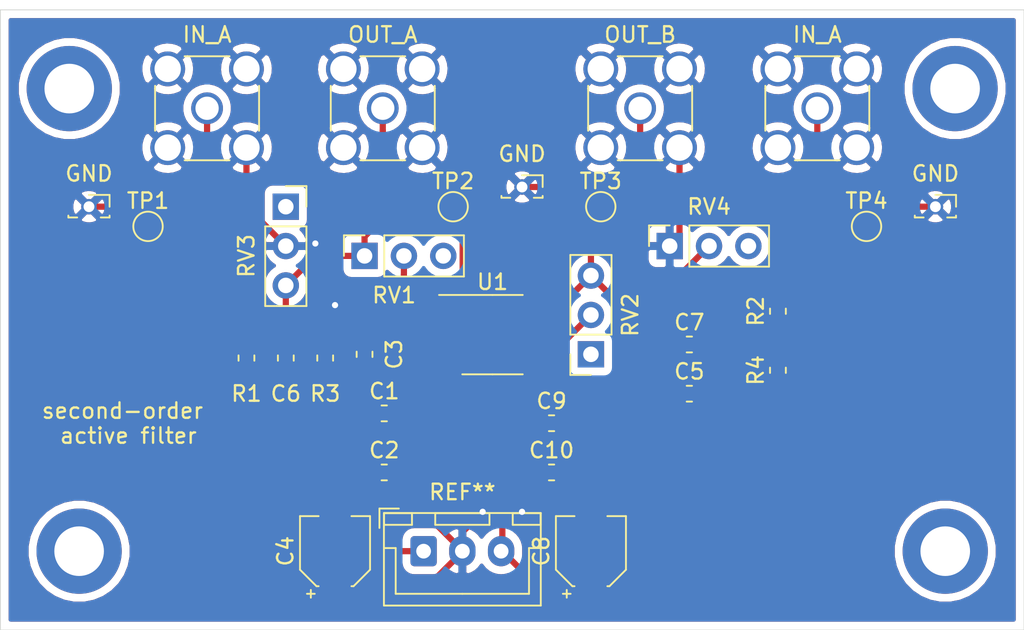
<source format=kicad_pcb>
(kicad_pcb (version 20171130) (host pcbnew "(5.1.2)-2")

  (general
    (thickness 1.6)
    (drawings 6)
    (tracks 114)
    (zones 0)
    (modules 35)
    (nets 14)
  )

  (page A4)
  (layers
    (0 F.Cu signal)
    (31 B.Cu signal)
    (32 B.Adhes user)
    (33 F.Adhes user)
    (34 B.Paste user)
    (35 F.Paste user)
    (36 B.SilkS user)
    (37 F.SilkS user)
    (38 B.Mask user)
    (39 F.Mask user)
    (40 Dwgs.User user)
    (41 Cmts.User user)
    (42 Eco1.User user)
    (43 Eco2.User user)
    (44 Edge.Cuts user)
    (45 Margin user)
    (46 B.CrtYd user)
    (47 F.CrtYd user)
    (48 B.Fab user hide)
    (49 F.Fab user hide)
  )

  (setup
    (last_trace_width 0.4)
    (user_trace_width 0.4)
    (trace_clearance 0.2)
    (zone_clearance 0.508)
    (zone_45_only no)
    (trace_min 0.2)
    (via_size 0.8)
    (via_drill 0.4)
    (via_min_size 0.4)
    (via_min_drill 0.3)
    (uvia_size 0.3)
    (uvia_drill 0.1)
    (uvias_allowed no)
    (uvia_min_size 0.2)
    (uvia_min_drill 0.1)
    (edge_width 0.05)
    (segment_width 0.2)
    (pcb_text_width 0.3)
    (pcb_text_size 1.5 1.5)
    (mod_edge_width 0.12)
    (mod_text_size 1 1)
    (mod_text_width 0.15)
    (pad_size 1.7 1.95)
    (pad_drill 0.95)
    (pad_to_mask_clearance 0.051)
    (solder_mask_min_width 0.25)
    (aux_axis_origin 0 0)
    (visible_elements 7FFFFFFF)
    (pcbplotparams
      (layerselection 0x010f0_ffffffff)
      (usegerberextensions false)
      (usegerberattributes false)
      (usegerberadvancedattributes false)
      (creategerberjobfile false)
      (excludeedgelayer true)
      (linewidth 0.100000)
      (plotframeref false)
      (viasonmask false)
      (mode 1)
      (useauxorigin false)
      (hpglpennumber 1)
      (hpglpenspeed 20)
      (hpglpendiameter 15.000000)
      (psnegative false)
      (psa4output false)
      (plotreference true)
      (plotvalue true)
      (plotinvisibletext false)
      (padsonsilk false)
      (subtractmaskfromsilk false)
      (outputformat 1)
      (mirror false)
      (drillshape 0)
      (scaleselection 1)
      (outputdirectory ""))
  )

  (net 0 "")
  (net 1 /VEE)
  (net 2 "Net-(C3-Pad1)")
  (net 3 GND)
  (net 4 "Net-(C5-Pad1)")
  (net 5 "Net-(C6-Pad2)")
  (net 6 "Net-(C6-Pad1)")
  (net 7 "Net-(C7-Pad2)")
  (net 8 "Net-(C7-Pad1)")
  (net 9 /VCC)
  (net 10 "Net-(J1-Pad1)")
  (net 11 "Net-(J2-Pad1)")
  (net 12 "Net-(JP1-Pad1)")
  (net 13 "Net-(JP2-Pad1)")

  (net_class Default 这是默认网络类。
    (clearance 0.2)
    (trace_width 0.25)
    (via_dia 0.8)
    (via_drill 0.4)
    (uvia_dia 0.3)
    (uvia_drill 0.1)
    (add_net /VCC)
    (add_net /VEE)
    (add_net GND)
    (add_net "Net-(C3-Pad1)")
    (add_net "Net-(C5-Pad1)")
    (add_net "Net-(C6-Pad1)")
    (add_net "Net-(C6-Pad2)")
    (add_net "Net-(C7-Pad1)")
    (add_net "Net-(C7-Pad2)")
    (add_net "Net-(J1-Pad1)")
    (add_net "Net-(J2-Pad1)")
    (add_net "Net-(JP1-Pad1)")
    (add_net "Net-(JP2-Pad1)")
  )

  (module Connector_JST:JST_XH_B3B-XH-A_1x03_P2.50mm_Vertical (layer F.Cu) (tedit 5D229F4C) (tstamp 5D230817)
    (at 137.16 106.68)
    (descr "JST XH series connector, B3B-XH-A (http://www.jst-mfg.com/product/pdf/eng/eXH.pdf), generated with kicad-footprint-generator")
    (tags "connector JST XH vertical")
    (fp_text reference REF** (at 2.5 -3.81) (layer F.SilkS)
      (effects (font (size 1 1) (thickness 0.15)))
    )
    (fp_text value JST_XH_B3B-XH-A_1x03_P2.50mm_Vertical (at 2.5 4.6) (layer F.Fab)
      (effects (font (size 1 1) (thickness 0.15)))
    )
    (fp_text user %R (at 2.5 2.7) (layer F.Fab)
      (effects (font (size 1 1) (thickness 0.15)))
    )
    (fp_line (start -2.85 -2.75) (end -2.85 -1.5) (layer F.SilkS) (width 0.12))
    (fp_line (start -1.6 -2.75) (end -2.85 -2.75) (layer F.SilkS) (width 0.12))
    (fp_line (start 6.8 2.75) (end 2.5 2.75) (layer F.SilkS) (width 0.12))
    (fp_line (start 6.8 -0.2) (end 6.8 2.75) (layer F.SilkS) (width 0.12))
    (fp_line (start 7.55 -0.2) (end 6.8 -0.2) (layer F.SilkS) (width 0.12))
    (fp_line (start -1.8 2.75) (end 2.5 2.75) (layer F.SilkS) (width 0.12))
    (fp_line (start -1.8 -0.2) (end -1.8 2.75) (layer F.SilkS) (width 0.12))
    (fp_line (start -2.55 -0.2) (end -1.8 -0.2) (layer F.SilkS) (width 0.12))
    (fp_line (start 7.55 -2.45) (end 5.75 -2.45) (layer F.SilkS) (width 0.12))
    (fp_line (start 7.55 -1.7) (end 7.55 -2.45) (layer F.SilkS) (width 0.12))
    (fp_line (start 5.75 -1.7) (end 7.55 -1.7) (layer F.SilkS) (width 0.12))
    (fp_line (start 5.75 -2.45) (end 5.75 -1.7) (layer F.SilkS) (width 0.12))
    (fp_line (start -0.75 -2.45) (end -2.55 -2.45) (layer F.SilkS) (width 0.12))
    (fp_line (start -0.75 -1.7) (end -0.75 -2.45) (layer F.SilkS) (width 0.12))
    (fp_line (start -2.55 -1.7) (end -0.75 -1.7) (layer F.SilkS) (width 0.12))
    (fp_line (start -2.55 -2.45) (end -2.55 -1.7) (layer F.SilkS) (width 0.12))
    (fp_line (start 4.25 -2.45) (end 0.75 -2.45) (layer F.SilkS) (width 0.12))
    (fp_line (start 4.25 -1.7) (end 4.25 -2.45) (layer F.SilkS) (width 0.12))
    (fp_line (start 0.75 -1.7) (end 4.25 -1.7) (layer F.SilkS) (width 0.12))
    (fp_line (start 0.75 -2.45) (end 0.75 -1.7) (layer F.SilkS) (width 0.12))
    (fp_line (start 0 -1.35) (end 0.625 -2.35) (layer F.Fab) (width 0.1))
    (fp_line (start -0.625 -2.35) (end 0 -1.35) (layer F.Fab) (width 0.1))
    (fp_line (start 7.95 -2.85) (end -2.95 -2.85) (layer F.CrtYd) (width 0.05))
    (fp_line (start 7.95 3.9) (end 7.95 -2.85) (layer F.CrtYd) (width 0.05))
    (fp_line (start -2.95 3.9) (end 7.95 3.9) (layer F.CrtYd) (width 0.05))
    (fp_line (start -2.95 -2.85) (end -2.95 3.9) (layer F.CrtYd) (width 0.05))
    (fp_line (start 7.56 -2.46) (end -2.56 -2.46) (layer F.SilkS) (width 0.12))
    (fp_line (start 7.56 3.51) (end 7.56 -2.46) (layer F.SilkS) (width 0.12))
    (fp_line (start -2.56 3.51) (end 7.56 3.51) (layer F.SilkS) (width 0.12))
    (fp_line (start -2.56 -2.46) (end -2.56 3.51) (layer F.SilkS) (width 0.12))
    (fp_line (start 7.45 -2.35) (end -2.45 -2.35) (layer F.Fab) (width 0.1))
    (fp_line (start 7.45 3.4) (end 7.45 -2.35) (layer F.Fab) (width 0.1))
    (fp_line (start -2.45 3.4) (end 7.45 3.4) (layer F.Fab) (width 0.1))
    (fp_line (start -2.45 -2.35) (end -2.45 3.4) (layer F.Fab) (width 0.1))
    (pad 3 thru_hole oval (at 5 0) (size 1.7 1.95) (drill 0.95) (layers *.Cu *.Mask)
      (net 9 /VCC))
    (pad 2 thru_hole oval (at 2.5 0) (size 1.7 1.95) (drill 0.95) (layers *.Cu *.Mask)
      (net 3 GND))
    (pad 1 thru_hole roundrect (at 0 0) (size 1.7 1.95) (drill 0.95) (layers *.Cu *.Mask) (roundrect_rratio 0.147)
      (net 1 /VEE))
    (model ${KISYS3DMOD}/Connector_JST.3dshapes/JST_XH_B3B-XH-A_1x03_P2.50mm_Vertical.wrl
      (at (xyz 0 0 0))
      (scale (xyz 1 1 1))
      (rotate (xyz 0 0 0))
    )
  )

  (module Connector_PinSocket_2.54mm:PinSocket_1x03_P2.54mm_Vertical (layer F.Cu) (tedit 5D229A41) (tstamp 5D22F7DE)
    (at 133.35 87.63 90)
    (descr "Through hole straight socket strip, 1x03, 2.54mm pitch, single row (from Kicad 4.0.7), script generated")
    (tags "Through hole socket strip THT 1x03 2.54mm single row")
    (fp_text reference RV1 (at -2.54 1.905 180) (layer F.SilkS)
      (effects (font (size 1 1) (thickness 0.15)))
    )
    (fp_text value PinSocket_1x03_P2.54mm_Vertical (at 0 7.85 90) (layer F.Fab)
      (effects (font (size 1 1) (thickness 0.15)))
    )
    (fp_text user %R (at 0 2.54) (layer F.Fab)
      (effects (font (size 1 1) (thickness 0.15)))
    )
    (fp_line (start -1.8 6.85) (end -1.8 -1.8) (layer F.CrtYd) (width 0.05))
    (fp_line (start 1.75 6.85) (end -1.8 6.85) (layer F.CrtYd) (width 0.05))
    (fp_line (start 1.75 -1.8) (end 1.75 6.85) (layer F.CrtYd) (width 0.05))
    (fp_line (start -1.8 -1.8) (end 1.75 -1.8) (layer F.CrtYd) (width 0.05))
    (fp_line (start 0 -1.33) (end 1.33 -1.33) (layer F.SilkS) (width 0.12))
    (fp_line (start 1.33 -1.33) (end 1.33 0) (layer F.SilkS) (width 0.12))
    (fp_line (start 1.33 1.27) (end 1.33 6.41) (layer F.SilkS) (width 0.12))
    (fp_line (start -1.33 6.41) (end 1.33 6.41) (layer F.SilkS) (width 0.12))
    (fp_line (start -1.33 1.27) (end -1.33 6.41) (layer F.SilkS) (width 0.12))
    (fp_line (start -1.33 1.27) (end 1.33 1.27) (layer F.SilkS) (width 0.12))
    (fp_line (start -1.27 6.35) (end -1.27 -1.27) (layer F.Fab) (width 0.1))
    (fp_line (start 1.27 6.35) (end -1.27 6.35) (layer F.Fab) (width 0.1))
    (fp_line (start 1.27 -0.635) (end 1.27 6.35) (layer F.Fab) (width 0.1))
    (fp_line (start 0.635 -1.27) (end 1.27 -0.635) (layer F.Fab) (width 0.1))
    (fp_line (start -1.27 -1.27) (end 0.635 -1.27) (layer F.Fab) (width 0.1))
    (pad 3 thru_hole oval (at 0 5.08 90) (size 1.7 1.7) (drill 1) (layers *.Cu *.Mask))
    (pad 2 thru_hole oval (at 0 2.54 90) (size 1.7 1.7) (drill 1) (layers *.Cu *.Mask)
      (net 12 "Net-(JP1-Pad1)"))
    (pad 1 thru_hole rect (at 0 0 90) (size 1.7 1.7) (drill 1) (layers *.Cu *.Mask)
      (net 6 "Net-(C6-Pad1)"))
    (model ${KISYS3DMOD}/Connector_PinSocket_2.54mm.3dshapes/PinSocket_1x03_P2.54mm_Vertical.wrl
      (at (xyz 0 0 0))
      (scale (xyz 1 1 1))
      (rotate (xyz 0 0 0))
    )
  )

  (module Connector_PinSocket_2.54mm:PinSocket_1x03_P2.54mm_Vertical (layer F.Cu) (tedit 5D2299DC) (tstamp 5D22F487)
    (at 128.27 84.455)
    (descr "Through hole straight socket strip, 1x03, 2.54mm pitch, single row (from Kicad 4.0.7), script generated")
    (tags "Through hole socket strip THT 1x03 2.54mm single row")
    (fp_text reference RV3 (at -2.54 3.175 90) (layer F.SilkS)
      (effects (font (size 1 1) (thickness 0.15)))
    )
    (fp_text value PinSocket_1x03_P2.54mm_Vertical (at 0 7.85) (layer F.Fab)
      (effects (font (size 1 1) (thickness 0.15)))
    )
    (fp_text user %R (at 0 2.54 90) (layer F.Fab)
      (effects (font (size 1 1) (thickness 0.15)))
    )
    (fp_line (start -1.8 6.85) (end -1.8 -1.8) (layer F.CrtYd) (width 0.05))
    (fp_line (start 1.75 6.85) (end -1.8 6.85) (layer F.CrtYd) (width 0.05))
    (fp_line (start 1.75 -1.8) (end 1.75 6.85) (layer F.CrtYd) (width 0.05))
    (fp_line (start -1.8 -1.8) (end 1.75 -1.8) (layer F.CrtYd) (width 0.05))
    (fp_line (start 0 -1.33) (end 1.33 -1.33) (layer F.SilkS) (width 0.12))
    (fp_line (start 1.33 -1.33) (end 1.33 0) (layer F.SilkS) (width 0.12))
    (fp_line (start 1.33 1.27) (end 1.33 6.41) (layer F.SilkS) (width 0.12))
    (fp_line (start -1.33 6.41) (end 1.33 6.41) (layer F.SilkS) (width 0.12))
    (fp_line (start -1.33 1.27) (end -1.33 6.41) (layer F.SilkS) (width 0.12))
    (fp_line (start -1.33 1.27) (end 1.33 1.27) (layer F.SilkS) (width 0.12))
    (fp_line (start -1.27 6.35) (end -1.27 -1.27) (layer F.Fab) (width 0.1))
    (fp_line (start 1.27 6.35) (end -1.27 6.35) (layer F.Fab) (width 0.1))
    (fp_line (start 1.27 -0.635) (end 1.27 6.35) (layer F.Fab) (width 0.1))
    (fp_line (start 0.635 -1.27) (end 1.27 -0.635) (layer F.Fab) (width 0.1))
    (fp_line (start -1.27 -1.27) (end 0.635 -1.27) (layer F.Fab) (width 0.1))
    (pad 3 thru_hole oval (at 0 5.08) (size 1.7 1.7) (drill 1) (layers *.Cu *.Mask)
      (net 6 "Net-(C6-Pad1)"))
    (pad 2 thru_hole oval (at 0 2.54) (size 1.7 1.7) (drill 1) (layers *.Cu *.Mask)
      (net 3 GND))
    (pad 1 thru_hole rect (at 0 0) (size 1.7 1.7) (drill 1) (layers *.Cu *.Mask))
    (model ${KISYS3DMOD}/Connector_PinSocket_2.54mm.3dshapes/PinSocket_1x03_P2.54mm_Vertical.wrl
      (at (xyz 0 0 0))
      (scale (xyz 1 1 1))
      (rotate (xyz 0 0 0))
    )
  )

  (module Connector_PinSocket_2.54mm:PinSocket_1x03_P2.54mm_Vertical (layer F.Cu) (tedit 5D22978C) (tstamp 5D22EC9F)
    (at 147.955 93.98 180)
    (descr "Through hole straight socket strip, 1x03, 2.54mm pitch, single row (from Kicad 4.0.7), script generated")
    (tags "Through hole socket strip THT 1x03 2.54mm single row")
    (fp_text reference RV2 (at -2.54 2.54 90) (layer F.SilkS)
      (effects (font (size 1 1) (thickness 0.15)))
    )
    (fp_text value PinSocket_1x03_P2.54mm_Vertical (at 0 7.85) (layer F.Fab)
      (effects (font (size 1 1) (thickness 0.15)))
    )
    (fp_text user %R (at 0 2.54 90) (layer F.Fab)
      (effects (font (size 1 1) (thickness 0.15)))
    )
    (fp_line (start -1.8 6.85) (end -1.8 -1.8) (layer F.CrtYd) (width 0.05))
    (fp_line (start 1.75 6.85) (end -1.8 6.85) (layer F.CrtYd) (width 0.05))
    (fp_line (start 1.75 -1.8) (end 1.75 6.85) (layer F.CrtYd) (width 0.05))
    (fp_line (start -1.8 -1.8) (end 1.75 -1.8) (layer F.CrtYd) (width 0.05))
    (fp_line (start 0 -1.33) (end 1.33 -1.33) (layer F.SilkS) (width 0.12))
    (fp_line (start 1.33 -1.33) (end 1.33 0) (layer F.SilkS) (width 0.12))
    (fp_line (start 1.33 1.27) (end 1.33 6.41) (layer F.SilkS) (width 0.12))
    (fp_line (start -1.33 6.41) (end 1.33 6.41) (layer F.SilkS) (width 0.12))
    (fp_line (start -1.33 1.27) (end -1.33 6.41) (layer F.SilkS) (width 0.12))
    (fp_line (start -1.33 1.27) (end 1.33 1.27) (layer F.SilkS) (width 0.12))
    (fp_line (start -1.27 6.35) (end -1.27 -1.27) (layer F.Fab) (width 0.1))
    (fp_line (start 1.27 6.35) (end -1.27 6.35) (layer F.Fab) (width 0.1))
    (fp_line (start 1.27 -0.635) (end 1.27 6.35) (layer F.Fab) (width 0.1))
    (fp_line (start 0.635 -1.27) (end 1.27 -0.635) (layer F.Fab) (width 0.1))
    (fp_line (start -1.27 -1.27) (end 0.635 -1.27) (layer F.Fab) (width 0.1))
    (pad 3 thru_hole oval (at 0 5.08 180) (size 1.7 1.7) (drill 1) (layers *.Cu *.Mask)
      (net 8 "Net-(C7-Pad1)"))
    (pad 2 thru_hole oval (at 0 2.54 180) (size 1.7 1.7) (drill 1) (layers *.Cu *.Mask)
      (net 13 "Net-(JP2-Pad1)"))
    (pad 1 thru_hole rect (at 0 0 180) (size 1.7 1.7) (drill 1) (layers *.Cu *.Mask))
    (model ${KISYS3DMOD}/Connector_PinSocket_2.54mm.3dshapes/PinSocket_1x03_P2.54mm_Vertical.wrl
      (at (xyz 0 0 0))
      (scale (xyz 1 1 1))
      (rotate (xyz 0 0 0))
    )
  )

  (module Connector_PinSocket_2.54mm:PinSocket_1x03_P2.54mm_Vertical (layer F.Cu) (tedit 5D2296C0) (tstamp 5D22AA52)
    (at 153.035 86.995 90)
    (descr "Through hole straight socket strip, 1x03, 2.54mm pitch, single row (from Kicad 4.0.7), script generated")
    (tags "Through hole socket strip THT 1x03 2.54mm single row")
    (fp_text reference RV4 (at 2.54 2.54 180) (layer F.SilkS)
      (effects (font (size 1 1) (thickness 0.15)))
    )
    (fp_text value PinSocket_1x03_P2.54mm_Vertical (at 0 7.85 90) (layer F.Fab)
      (effects (font (size 1 1) (thickness 0.15)))
    )
    (fp_text user %R (at 0 2.54) (layer F.Fab)
      (effects (font (size 1 1) (thickness 0.15)))
    )
    (fp_line (start -1.8 6.85) (end -1.8 -1.8) (layer F.CrtYd) (width 0.05))
    (fp_line (start 1.75 6.85) (end -1.8 6.85) (layer F.CrtYd) (width 0.05))
    (fp_line (start 1.75 -1.8) (end 1.75 6.85) (layer F.CrtYd) (width 0.05))
    (fp_line (start -1.8 -1.8) (end 1.75 -1.8) (layer F.CrtYd) (width 0.05))
    (fp_line (start 0 -1.33) (end 1.33 -1.33) (layer F.SilkS) (width 0.12))
    (fp_line (start 1.33 -1.33) (end 1.33 0) (layer F.SilkS) (width 0.12))
    (fp_line (start 1.33 1.27) (end 1.33 6.41) (layer F.SilkS) (width 0.12))
    (fp_line (start -1.33 6.41) (end 1.33 6.41) (layer F.SilkS) (width 0.12))
    (fp_line (start -1.33 1.27) (end -1.33 6.41) (layer F.SilkS) (width 0.12))
    (fp_line (start -1.33 1.27) (end 1.33 1.27) (layer F.SilkS) (width 0.12))
    (fp_line (start -1.27 6.35) (end -1.27 -1.27) (layer F.Fab) (width 0.1))
    (fp_line (start 1.27 6.35) (end -1.27 6.35) (layer F.Fab) (width 0.1))
    (fp_line (start 1.27 -0.635) (end 1.27 6.35) (layer F.Fab) (width 0.1))
    (fp_line (start 0.635 -1.27) (end 1.27 -0.635) (layer F.Fab) (width 0.1))
    (fp_line (start -1.27 -1.27) (end 0.635 -1.27) (layer F.Fab) (width 0.1))
    (pad 3 thru_hole oval (at 0 5.08 90) (size 1.7 1.7) (drill 1) (layers *.Cu *.Mask))
    (pad 2 thru_hole oval (at 0 2.54 90) (size 1.7 1.7) (drill 1) (layers *.Cu *.Mask)
      (net 8 "Net-(C7-Pad1)"))
    (pad 1 thru_hole rect (at 0 0 90) (size 1.7 1.7) (drill 1) (layers *.Cu *.Mask)
      (net 3 GND))
    (model ${KISYS3DMOD}/Connector_PinSocket_2.54mm.3dshapes/PinSocket_1x03_P2.54mm_Vertical.wrl
      (at (xyz 0 0 0))
      (scale (xyz 1 1 1))
      (rotate (xyz 0 0 0))
    )
  )

  (module Connector_PinSocket_1.27mm:PinSocket_1x01_P1.27mm_Vertical (layer F.Cu) (tedit 5D20673D) (tstamp 5D2137DA)
    (at 143.51 83.185)
    (descr "Through hole straight socket strip, 1x01, 1.27mm pitch, single row (from Kicad 4.0.7), script generated")
    (tags "Through hole socket strip THT 1x01 1.27mm single row")
    (fp_text reference GND (at 0 -2.135) (layer F.SilkS)
      (effects (font (size 1 1) (thickness 0.15)))
    )
    (fp_text value PinSocket_1x01_P1.27mm_Vertical (at 0 2.135) (layer F.Fab)
      (effects (font (size 1 1) (thickness 0.15)))
    )
    (fp_text user %R (at 0 0) (layer F.Fab)
      (effects (font (size 0.76 0.76) (thickness 0.11)))
    )
    (fp_line (start -1.8 1.15) (end -1.8 -1.15) (layer F.CrtYd) (width 0.05))
    (fp_line (start 1.75 1.15) (end -1.8 1.15) (layer F.CrtYd) (width 0.05))
    (fp_line (start 1.75 -1.15) (end 1.75 1.15) (layer F.CrtYd) (width 0.05))
    (fp_line (start -1.8 -1.15) (end 1.75 -1.15) (layer F.CrtYd) (width 0.05))
    (fp_line (start 0 -0.76) (end 1.33 -0.76) (layer F.SilkS) (width 0.12))
    (fp_line (start 1.33 -0.76) (end 1.33 0) (layer F.SilkS) (width 0.12))
    (fp_line (start 1.33 0.575) (end 1.33 0.695) (layer F.SilkS) (width 0.12))
    (fp_line (start -1.33 0.575) (end -1.33 0.695) (layer F.SilkS) (width 0.12))
    (fp_line (start 0.76 0.695) (end 1.33 0.695) (layer F.SilkS) (width 0.12))
    (fp_line (start -1.33 0.695) (end -0.76 0.695) (layer F.SilkS) (width 0.12))
    (fp_line (start -1.27 0.635) (end -1.27 -0.635) (layer F.Fab) (width 0.1))
    (fp_line (start 1.27 0.635) (end -1.27 0.635) (layer F.Fab) (width 0.1))
    (fp_line (start 1.27 -0.3175) (end 1.27 0.635) (layer F.Fab) (width 0.1))
    (fp_line (start 0.9525 -0.635) (end 1.27 -0.3175) (layer F.Fab) (width 0.1))
    (fp_line (start -1.27 -0.635) (end 0.9525 -0.635) (layer F.Fab) (width 0.1))
    (pad 1 thru_hole circle (at 0 0) (size 1 1) (drill 0.7) (layers *.Cu *.Mask)
      (net 3 GND))
    (model ${KISYS3DMOD}/Connector_PinSocket_1.27mm.3dshapes/PinSocket_1x01_P1.27mm_Vertical.wrl
      (at (xyz 0 0 0))
      (scale (xyz 1 1 1))
      (rotate (xyz 0 0 0))
    )
  )

  (module Connector_PinSocket_1.27mm:PinSocket_1x01_P1.27mm_Vertical (layer F.Cu) (tedit 5D20668A) (tstamp 5D21351B)
    (at 170.18 84.455)
    (descr "Through hole straight socket strip, 1x01, 1.27mm pitch, single row (from Kicad 4.0.7), script generated")
    (tags "Through hole socket strip THT 1x01 1.27mm single row")
    (fp_text reference GND (at 0 -2.135) (layer F.SilkS)
      (effects (font (size 1 1) (thickness 0.15)))
    )
    (fp_text value PinSocket_1x01_P1.27mm_Vertical (at 0 2.135) (layer F.Fab)
      (effects (font (size 1 1) (thickness 0.15)))
    )
    (fp_text user %R (at 0 0) (layer F.Fab)
      (effects (font (size 0.76 0.76) (thickness 0.11)))
    )
    (fp_line (start -1.8 1.15) (end -1.8 -1.15) (layer F.CrtYd) (width 0.05))
    (fp_line (start 1.75 1.15) (end -1.8 1.15) (layer F.CrtYd) (width 0.05))
    (fp_line (start 1.75 -1.15) (end 1.75 1.15) (layer F.CrtYd) (width 0.05))
    (fp_line (start -1.8 -1.15) (end 1.75 -1.15) (layer F.CrtYd) (width 0.05))
    (fp_line (start 0 -0.76) (end 1.33 -0.76) (layer F.SilkS) (width 0.12))
    (fp_line (start 1.33 -0.76) (end 1.33 0) (layer F.SilkS) (width 0.12))
    (fp_line (start 1.33 0.575) (end 1.33 0.695) (layer F.SilkS) (width 0.12))
    (fp_line (start -1.33 0.575) (end -1.33 0.695) (layer F.SilkS) (width 0.12))
    (fp_line (start 0.76 0.695) (end 1.33 0.695) (layer F.SilkS) (width 0.12))
    (fp_line (start -1.33 0.695) (end -0.76 0.695) (layer F.SilkS) (width 0.12))
    (fp_line (start -1.27 0.635) (end -1.27 -0.635) (layer F.Fab) (width 0.1))
    (fp_line (start 1.27 0.635) (end -1.27 0.635) (layer F.Fab) (width 0.1))
    (fp_line (start 1.27 -0.3175) (end 1.27 0.635) (layer F.Fab) (width 0.1))
    (fp_line (start 0.9525 -0.635) (end 1.27 -0.3175) (layer F.Fab) (width 0.1))
    (fp_line (start -1.27 -0.635) (end 0.9525 -0.635) (layer F.Fab) (width 0.1))
    (pad 1 thru_hole circle (at 0 0) (size 1 1) (drill 0.7) (layers *.Cu *.Mask)
      (net 3 GND))
    (model ${KISYS3DMOD}/Connector_PinSocket_1.27mm.3dshapes/PinSocket_1x01_P1.27mm_Vertical.wrl
      (at (xyz 0 0 0))
      (scale (xyz 1 1 1))
      (rotate (xyz 0 0 0))
    )
  )

  (module Connector_PinSocket_1.27mm:PinSocket_1x01_P1.27mm_Vertical (layer F.Cu) (tedit 5D206684) (tstamp 5D21349E)
    (at 115.57 84.455)
    (descr "Through hole straight socket strip, 1x01, 1.27mm pitch, single row (from Kicad 4.0.7), script generated")
    (tags "Through hole socket strip THT 1x01 1.27mm single row")
    (fp_text reference GND (at 0 -2.135) (layer F.SilkS)
      (effects (font (size 1 1) (thickness 0.15)))
    )
    (fp_text value PinSocket_1x01_P1.27mm_Vertical (at 0 2.135) (layer F.Fab)
      (effects (font (size 1 1) (thickness 0.15)))
    )
    (fp_text user %R (at 0 0) (layer F.Fab)
      (effects (font (size 0.76 0.76) (thickness 0.11)))
    )
    (fp_line (start -1.8 1.15) (end -1.8 -1.15) (layer F.CrtYd) (width 0.05))
    (fp_line (start 1.75 1.15) (end -1.8 1.15) (layer F.CrtYd) (width 0.05))
    (fp_line (start 1.75 -1.15) (end 1.75 1.15) (layer F.CrtYd) (width 0.05))
    (fp_line (start -1.8 -1.15) (end 1.75 -1.15) (layer F.CrtYd) (width 0.05))
    (fp_line (start 0 -0.76) (end 1.33 -0.76) (layer F.SilkS) (width 0.12))
    (fp_line (start 1.33 -0.76) (end 1.33 0) (layer F.SilkS) (width 0.12))
    (fp_line (start 1.33 0.575) (end 1.33 0.695) (layer F.SilkS) (width 0.12))
    (fp_line (start -1.33 0.575) (end -1.33 0.695) (layer F.SilkS) (width 0.12))
    (fp_line (start 0.76 0.695) (end 1.33 0.695) (layer F.SilkS) (width 0.12))
    (fp_line (start -1.33 0.695) (end -0.76 0.695) (layer F.SilkS) (width 0.12))
    (fp_line (start -1.27 0.635) (end -1.27 -0.635) (layer F.Fab) (width 0.1))
    (fp_line (start 1.27 0.635) (end -1.27 0.635) (layer F.Fab) (width 0.1))
    (fp_line (start 1.27 -0.3175) (end 1.27 0.635) (layer F.Fab) (width 0.1))
    (fp_line (start 0.9525 -0.635) (end 1.27 -0.3175) (layer F.Fab) (width 0.1))
    (fp_line (start -1.27 -0.635) (end 0.9525 -0.635) (layer F.Fab) (width 0.1))
    (pad 1 thru_hole circle (at 0 0) (size 1 1) (drill 0.7) (layers *.Cu *.Mask)
      (net 3 GND))
    (model ${KISYS3DMOD}/Connector_PinSocket_1.27mm.3dshapes/PinSocket_1x01_P1.27mm_Vertical.wrl
      (at (xyz 0 0 0))
      (scale (xyz 1 1 1))
      (rotate (xyz 0 0 0))
    )
  )

  (module TestPoint:TestPoint_Pad_D1.5mm (layer F.Cu) (tedit 5D206760) (tstamp 5D213124)
    (at 148.59 84.455)
    (descr "SMD pad as test Point, diameter 1.5mm")
    (tags "test point SMD pad")
    (attr virtual)
    (fp_text reference TP3 (at 0 -1.648) (layer F.SilkS)
      (effects (font (size 1 1) (thickness 0.15)))
    )
    (fp_text value TestPoint_Pad_D1.5mm (at 0 1.75) (layer F.Fab)
      (effects (font (size 1 1) (thickness 0.15)))
    )
    (fp_circle (center 0 0) (end 0 0.95) (layer F.SilkS) (width 0.12))
    (fp_circle (center 0 0) (end 1.25 0) (layer F.CrtYd) (width 0.05))
    (fp_text user %R (at 0 -1.65) (layer F.Fab)
      (effects (font (size 1 1) (thickness 0.15)))
    )
    (pad 1 smd circle (at 0 0) (size 1.5 1.5) (layers F.Cu F.Mask)
      (net 8 "Net-(C7-Pad1)"))
  )

  (module TestPoint:TestPoint_Pad_D1.5mm (layer F.Cu) (tedit 5D206758) (tstamp 5D213100)
    (at 139.065 84.455)
    (descr "SMD pad as test Point, diameter 1.5mm")
    (tags "test point SMD pad")
    (attr virtual)
    (fp_text reference TP2 (at 0 -1.648) (layer F.SilkS)
      (effects (font (size 1 1) (thickness 0.15)))
    )
    (fp_text value TestPoint_Pad_D1.5mm (at 0 1.75) (layer F.Fab)
      (effects (font (size 1 1) (thickness 0.15)))
    )
    (fp_circle (center 0 0) (end 0 0.95) (layer F.SilkS) (width 0.12))
    (fp_circle (center 0 0) (end 1.25 0) (layer F.CrtYd) (width 0.05))
    (fp_text user %R (at 0 -1.65) (layer F.Fab)
      (effects (font (size 1 1) (thickness 0.15)))
    )
    (pad 1 smd circle (at 0 0) (size 1.5 1.5) (layers F.Cu F.Mask)
      (net 6 "Net-(C6-Pad1)"))
  )

  (module TestPoint:TestPoint_Pad_D1.5mm (layer F.Cu) (tedit 5D206698) (tstamp 5D2130DC)
    (at 165.735 85.725)
    (descr "SMD pad as test Point, diameter 1.5mm")
    (tags "test point SMD pad")
    (attr virtual)
    (fp_text reference TP4 (at 0 -1.648) (layer F.SilkS)
      (effects (font (size 1 1) (thickness 0.15)))
    )
    (fp_text value TestPoint_Pad_D1.5mm (at 0 1.75) (layer F.Fab)
      (effects (font (size 1 1) (thickness 0.15)))
    )
    (fp_circle (center 0 0) (end 0 0.95) (layer F.SilkS) (width 0.12))
    (fp_circle (center 0 0) (end 1.25 0) (layer F.CrtYd) (width 0.05))
    (fp_text user %R (at 0 -1.65) (layer F.Fab)
      (effects (font (size 1 1) (thickness 0.15)))
    )
    (pad 1 smd circle (at 0 0) (size 1.5 1.5) (layers F.Cu F.Mask)
      (net 11 "Net-(J2-Pad1)"))
  )

  (module TestPoint:TestPoint_Pad_D1.5mm (layer F.Cu) (tedit 5D2066A9) (tstamp 5D2130B8)
    (at 119.38 85.725)
    (descr "SMD pad as test Point, diameter 1.5mm")
    (tags "test point SMD pad")
    (attr virtual)
    (fp_text reference TP1 (at 0 -1.648) (layer F.SilkS)
      (effects (font (size 1 1) (thickness 0.15)))
    )
    (fp_text value TestPoint_Pad_D1.5mm (at 0 1.75) (layer F.Fab)
      (effects (font (size 1 1) (thickness 0.15)))
    )
    (fp_circle (center 0 0) (end 0 0.95) (layer F.SilkS) (width 0.12))
    (fp_circle (center 0 0) (end 1.25 0) (layer F.CrtYd) (width 0.05))
    (fp_text user %R (at 0 -1.65) (layer F.Fab)
      (effects (font (size 1 1) (thickness 0.15)))
    )
    (pad 1 smd circle (at 0 0) (size 1.5 1.5) (layers F.Cu F.Mask)
      (net 10 "Net-(J1-Pad1)"))
  )

  (module MountingHole:MountingHole_3.2mm_M3_ISO14580_Pad (layer F.Cu) (tedit 56D1B4CB) (tstamp 5D212EAB)
    (at 170.815 106.68)
    (descr "Mounting Hole 3.2mm, M3, ISO14580")
    (tags "mounting hole 3.2mm m3 iso14580")
    (attr virtual)
    (fp_text reference REF** (at 0 -3.75) (layer F.SilkS) hide
      (effects (font (size 1 1) (thickness 0.15)))
    )
    (fp_text value MountingHole_3.2mm_M3_ISO14580_Pad (at 0 3.75) (layer F.Fab)
      (effects (font (size 1 1) (thickness 0.15)))
    )
    (fp_circle (center 0 0) (end 3 0) (layer F.CrtYd) (width 0.05))
    (fp_circle (center 0 0) (end 2.75 0) (layer Cmts.User) (width 0.15))
    (fp_text user %R (at 0.3 0) (layer F.Fab)
      (effects (font (size 1 1) (thickness 0.15)))
    )
    (pad 1 thru_hole circle (at 0 0) (size 5.5 5.5) (drill 3.2) (layers *.Cu *.Mask))
  )

  (module MountingHole:MountingHole_3.2mm_M3_ISO14580_Pad (layer F.Cu) (tedit 56D1B4CB) (tstamp 5D212E87)
    (at 114.935 106.68)
    (descr "Mounting Hole 3.2mm, M3, ISO14580")
    (tags "mounting hole 3.2mm m3 iso14580")
    (attr virtual)
    (fp_text reference REF** (at 0 -3.75) (layer F.SilkS) hide
      (effects (font (size 1 1) (thickness 0.15)))
    )
    (fp_text value MountingHole_3.2mm_M3_ISO14580_Pad (at 0 3.75) (layer F.Fab)
      (effects (font (size 1 1) (thickness 0.15)))
    )
    (fp_circle (center 0 0) (end 3 0) (layer F.CrtYd) (width 0.05))
    (fp_circle (center 0 0) (end 2.75 0) (layer Cmts.User) (width 0.15))
    (fp_text user %R (at 0.3 0) (layer F.Fab)
      (effects (font (size 1 1) (thickness 0.15)))
    )
    (pad 1 thru_hole circle (at 0 0) (size 5.5 5.5) (drill 3.2) (layers *.Cu *.Mask))
  )

  (module MountingHole:MountingHole_3.2mm_M3_ISO14580_Pad (layer F.Cu) (tedit 56D1B4CB) (tstamp 5D212E50)
    (at 171.45 76.835)
    (descr "Mounting Hole 3.2mm, M3, ISO14580")
    (tags "mounting hole 3.2mm m3 iso14580")
    (attr virtual)
    (fp_text reference REF** (at 0 -3.75) (layer F.SilkS) hide
      (effects (font (size 1 1) (thickness 0.15)))
    )
    (fp_text value MountingHole_3.2mm_M3_ISO14580_Pad (at 0 3.75) (layer F.Fab)
      (effects (font (size 1 1) (thickness 0.15)))
    )
    (fp_circle (center 0 0) (end 3 0) (layer F.CrtYd) (width 0.05))
    (fp_circle (center 0 0) (end 2.75 0) (layer Cmts.User) (width 0.15))
    (fp_text user %R (at 0.3 0) (layer F.Fab)
      (effects (font (size 1 1) (thickness 0.15)))
    )
    (pad 1 thru_hole circle (at 0 0) (size 5.5 5.5) (drill 3.2) (layers *.Cu *.Mask))
  )

  (module MountingHole:MountingHole_3.2mm_M3_ISO14580_Pad (layer F.Cu) (tedit 56D1B4CB) (tstamp 5D212E2A)
    (at 114.3 76.835)
    (descr "Mounting Hole 3.2mm, M3, ISO14580")
    (tags "mounting hole 3.2mm m3 iso14580")
    (attr virtual)
    (fp_text reference REF** (at 0 -3.75) (layer F.SilkS) hide
      (effects (font (size 1 1) (thickness 0.15)))
    )
    (fp_text value MountingHole_3.2mm_M3_ISO14580_Pad (at 0 3.75) (layer F.Fab)
      (effects (font (size 1 1) (thickness 0.15)))
    )
    (fp_circle (center 0 0) (end 3 0) (layer F.CrtYd) (width 0.05))
    (fp_circle (center 0 0) (end 2.75 0) (layer Cmts.User) (width 0.15))
    (fp_text user %R (at 0.3 0) (layer F.Fab)
      (effects (font (size 1 1) (thickness 0.15)))
    )
    (pad 1 thru_hole circle (at 0 0) (size 5.5 5.5) (drill 3.2) (layers *.Cu *.Mask))
  )

  (module Capacitor_SMD:C_0603_1608Metric_Pad1.05x0.95mm_HandSolder (layer F.Cu) (tedit 5B301BBE) (tstamp 5D20F769)
    (at 134.62 97.79)
    (descr "Capacitor SMD 0603 (1608 Metric), square (rectangular) end terminal, IPC_7351 nominal with elongated pad for handsoldering. (Body size source: http://www.tortai-tech.com/upload/download/2011102023233369053.pdf), generated with kicad-footprint-generator")
    (tags "capacitor handsolder")
    (path /5D217509)
    (attr smd)
    (fp_text reference C1 (at 0 -1.43) (layer F.SilkS)
      (effects (font (size 1 1) (thickness 0.15)))
    )
    (fp_text value 0.1uf (at 0 1.43) (layer F.Fab)
      (effects (font (size 1 1) (thickness 0.15)))
    )
    (fp_text user %R (at 0 0) (layer F.Fab)
      (effects (font (size 0.4 0.4) (thickness 0.06)))
    )
    (fp_line (start 1.65 0.73) (end -1.65 0.73) (layer F.CrtYd) (width 0.05))
    (fp_line (start 1.65 -0.73) (end 1.65 0.73) (layer F.CrtYd) (width 0.05))
    (fp_line (start -1.65 -0.73) (end 1.65 -0.73) (layer F.CrtYd) (width 0.05))
    (fp_line (start -1.65 0.73) (end -1.65 -0.73) (layer F.CrtYd) (width 0.05))
    (fp_line (start -0.171267 0.51) (end 0.171267 0.51) (layer F.SilkS) (width 0.12))
    (fp_line (start -0.171267 -0.51) (end 0.171267 -0.51) (layer F.SilkS) (width 0.12))
    (fp_line (start 0.8 0.4) (end -0.8 0.4) (layer F.Fab) (width 0.1))
    (fp_line (start 0.8 -0.4) (end 0.8 0.4) (layer F.Fab) (width 0.1))
    (fp_line (start -0.8 -0.4) (end 0.8 -0.4) (layer F.Fab) (width 0.1))
    (fp_line (start -0.8 0.4) (end -0.8 -0.4) (layer F.Fab) (width 0.1))
    (pad 2 smd roundrect (at 0.875 0) (size 1.05 0.95) (layers F.Cu F.Paste F.Mask) (roundrect_rratio 0.25)
      (net 3 GND))
    (pad 1 smd roundrect (at -0.875 0) (size 1.05 0.95) (layers F.Cu F.Paste F.Mask) (roundrect_rratio 0.25)
      (net 1 /VEE))
    (model ${KISYS3DMOD}/Capacitor_SMD.3dshapes/C_0603_1608Metric.wrl
      (at (xyz 0 0 0))
      (scale (xyz 1 1 1))
      (rotate (xyz 0 0 0))
    )
  )

  (module Capacitor_SMD:C_0603_1608Metric_Pad1.05x0.95mm_HandSolder (layer F.Cu) (tedit 5B301BBE) (tstamp 5D20F77A)
    (at 134.62 101.6)
    (descr "Capacitor SMD 0603 (1608 Metric), square (rectangular) end terminal, IPC_7351 nominal with elongated pad for handsoldering. (Body size source: http://www.tortai-tech.com/upload/download/2011102023233369053.pdf), generated with kicad-footprint-generator")
    (tags "capacitor handsolder")
    (path /5D217004)
    (attr smd)
    (fp_text reference C2 (at 0 -1.43) (layer F.SilkS)
      (effects (font (size 1 1) (thickness 0.15)))
    )
    (fp_text value 0.1uf (at 0 1.43) (layer F.Fab)
      (effects (font (size 1 1) (thickness 0.15)))
    )
    (fp_line (start -0.8 0.4) (end -0.8 -0.4) (layer F.Fab) (width 0.1))
    (fp_line (start -0.8 -0.4) (end 0.8 -0.4) (layer F.Fab) (width 0.1))
    (fp_line (start 0.8 -0.4) (end 0.8 0.4) (layer F.Fab) (width 0.1))
    (fp_line (start 0.8 0.4) (end -0.8 0.4) (layer F.Fab) (width 0.1))
    (fp_line (start -0.171267 -0.51) (end 0.171267 -0.51) (layer F.SilkS) (width 0.12))
    (fp_line (start -0.171267 0.51) (end 0.171267 0.51) (layer F.SilkS) (width 0.12))
    (fp_line (start -1.65 0.73) (end -1.65 -0.73) (layer F.CrtYd) (width 0.05))
    (fp_line (start -1.65 -0.73) (end 1.65 -0.73) (layer F.CrtYd) (width 0.05))
    (fp_line (start 1.65 -0.73) (end 1.65 0.73) (layer F.CrtYd) (width 0.05))
    (fp_line (start 1.65 0.73) (end -1.65 0.73) (layer F.CrtYd) (width 0.05))
    (fp_text user %R (at 0 0) (layer F.Fab)
      (effects (font (size 0.4 0.4) (thickness 0.06)))
    )
    (pad 1 smd roundrect (at -0.875 0) (size 1.05 0.95) (layers F.Cu F.Paste F.Mask) (roundrect_rratio 0.25)
      (net 1 /VEE))
    (pad 2 smd roundrect (at 0.875 0) (size 1.05 0.95) (layers F.Cu F.Paste F.Mask) (roundrect_rratio 0.25)
      (net 3 GND))
    (model ${KISYS3DMOD}/Capacitor_SMD.3dshapes/C_0603_1608Metric.wrl
      (at (xyz 0 0 0))
      (scale (xyz 1 1 1))
      (rotate (xyz 0 0 0))
    )
  )

  (module Capacitor_SMD:C_0603_1608Metric_Pad1.05x0.95mm_HandSolder (layer F.Cu) (tedit 5B301BBE) (tstamp 5D210BF5)
    (at 133.35 93.98 90)
    (descr "Capacitor SMD 0603 (1608 Metric), square (rectangular) end terminal, IPC_7351 nominal with elongated pad for handsoldering. (Body size source: http://www.tortai-tech.com/upload/download/2011102023233369053.pdf), generated with kicad-footprint-generator")
    (tags "capacitor handsolder")
    (path /5D205F37)
    (attr smd)
    (fp_text reference C3 (at 0 1.905 90) (layer F.SilkS)
      (effects (font (size 1 1) (thickness 0.15)))
    )
    (fp_text value C (at 0 1.43 90) (layer F.Fab)
      (effects (font (size 1 1) (thickness 0.15)))
    )
    (fp_line (start -0.8 0.4) (end -0.8 -0.4) (layer F.Fab) (width 0.1))
    (fp_line (start -0.8 -0.4) (end 0.8 -0.4) (layer F.Fab) (width 0.1))
    (fp_line (start 0.8 -0.4) (end 0.8 0.4) (layer F.Fab) (width 0.1))
    (fp_line (start 0.8 0.4) (end -0.8 0.4) (layer F.Fab) (width 0.1))
    (fp_line (start -0.171267 -0.51) (end 0.171267 -0.51) (layer F.SilkS) (width 0.12))
    (fp_line (start -0.171267 0.51) (end 0.171267 0.51) (layer F.SilkS) (width 0.12))
    (fp_line (start -1.65 0.73) (end -1.65 -0.73) (layer F.CrtYd) (width 0.05))
    (fp_line (start -1.65 -0.73) (end 1.65 -0.73) (layer F.CrtYd) (width 0.05))
    (fp_line (start 1.65 -0.73) (end 1.65 0.73) (layer F.CrtYd) (width 0.05))
    (fp_line (start 1.65 0.73) (end -1.65 0.73) (layer F.CrtYd) (width 0.05))
    (fp_text user %R (at 0 0 90) (layer F.Fab)
      (effects (font (size 0.4 0.4) (thickness 0.06)))
    )
    (pad 1 smd roundrect (at -0.875 0 90) (size 1.05 0.95) (layers F.Cu F.Paste F.Mask) (roundrect_rratio 0.25)
      (net 2 "Net-(C3-Pad1)"))
    (pad 2 smd roundrect (at 0.875 0 90) (size 1.05 0.95) (layers F.Cu F.Paste F.Mask) (roundrect_rratio 0.25)
      (net 3 GND))
    (model ${KISYS3DMOD}/Capacitor_SMD.3dshapes/C_0603_1608Metric.wrl
      (at (xyz 0 0 0))
      (scale (xyz 1 1 1))
      (rotate (xyz 0 0 0))
    )
  )

  (module Capacitor_SMD:CP_Elec_4x5.3 (layer F.Cu) (tedit 5BCA39CF) (tstamp 5D20F7B3)
    (at 131.445 106.68 90)
    (descr "SMD capacitor, aluminum electrolytic, Vishay, 4.0x5.3mm")
    (tags "capacitor electrolytic")
    (path /5D2069DB)
    (attr smd)
    (fp_text reference C4 (at 0 -3.2 90) (layer F.SilkS)
      (effects (font (size 1 1) (thickness 0.15)))
    )
    (fp_text value 10uF (at 0 3.2 90) (layer F.Fab)
      (effects (font (size 1 1) (thickness 0.15)))
    )
    (fp_text user %R (at 0 0 90) (layer F.Fab)
      (effects (font (size 0.8 0.8) (thickness 0.12)))
    )
    (fp_line (start -3.35 1.05) (end -2.4 1.05) (layer F.CrtYd) (width 0.05))
    (fp_line (start -3.35 -1.05) (end -3.35 1.05) (layer F.CrtYd) (width 0.05))
    (fp_line (start -2.4 -1.05) (end -3.35 -1.05) (layer F.CrtYd) (width 0.05))
    (fp_line (start -2.4 1.05) (end -2.4 1.25) (layer F.CrtYd) (width 0.05))
    (fp_line (start -2.4 -1.25) (end -2.4 -1.05) (layer F.CrtYd) (width 0.05))
    (fp_line (start -2.4 -1.25) (end -1.25 -2.4) (layer F.CrtYd) (width 0.05))
    (fp_line (start -2.4 1.25) (end -1.25 2.4) (layer F.CrtYd) (width 0.05))
    (fp_line (start -1.25 -2.4) (end 2.4 -2.4) (layer F.CrtYd) (width 0.05))
    (fp_line (start -1.25 2.4) (end 2.4 2.4) (layer F.CrtYd) (width 0.05))
    (fp_line (start 2.4 1.05) (end 2.4 2.4) (layer F.CrtYd) (width 0.05))
    (fp_line (start 3.35 1.05) (end 2.4 1.05) (layer F.CrtYd) (width 0.05))
    (fp_line (start 3.35 -1.05) (end 3.35 1.05) (layer F.CrtYd) (width 0.05))
    (fp_line (start 2.4 -1.05) (end 3.35 -1.05) (layer F.CrtYd) (width 0.05))
    (fp_line (start 2.4 -2.4) (end 2.4 -1.05) (layer F.CrtYd) (width 0.05))
    (fp_line (start -2.75 -1.81) (end -2.75 -1.31) (layer F.SilkS) (width 0.12))
    (fp_line (start -3 -1.56) (end -2.5 -1.56) (layer F.SilkS) (width 0.12))
    (fp_line (start -2.26 1.195563) (end -1.195563 2.26) (layer F.SilkS) (width 0.12))
    (fp_line (start -2.26 -1.195563) (end -1.195563 -2.26) (layer F.SilkS) (width 0.12))
    (fp_line (start -2.26 -1.195563) (end -2.26 -1.06) (layer F.SilkS) (width 0.12))
    (fp_line (start -2.26 1.195563) (end -2.26 1.06) (layer F.SilkS) (width 0.12))
    (fp_line (start -1.195563 2.26) (end 2.26 2.26) (layer F.SilkS) (width 0.12))
    (fp_line (start -1.195563 -2.26) (end 2.26 -2.26) (layer F.SilkS) (width 0.12))
    (fp_line (start 2.26 -2.26) (end 2.26 -1.06) (layer F.SilkS) (width 0.12))
    (fp_line (start 2.26 2.26) (end 2.26 1.06) (layer F.SilkS) (width 0.12))
    (fp_line (start -1.374773 -1.2) (end -1.374773 -0.8) (layer F.Fab) (width 0.1))
    (fp_line (start -1.574773 -1) (end -1.174773 -1) (layer F.Fab) (width 0.1))
    (fp_line (start -2.15 1.15) (end -1.15 2.15) (layer F.Fab) (width 0.1))
    (fp_line (start -2.15 -1.15) (end -1.15 -2.15) (layer F.Fab) (width 0.1))
    (fp_line (start -2.15 -1.15) (end -2.15 1.15) (layer F.Fab) (width 0.1))
    (fp_line (start -1.15 2.15) (end 2.15 2.15) (layer F.Fab) (width 0.1))
    (fp_line (start -1.15 -2.15) (end 2.15 -2.15) (layer F.Fab) (width 0.1))
    (fp_line (start 2.15 -2.15) (end 2.15 2.15) (layer F.Fab) (width 0.1))
    (fp_circle (center 0 0) (end 2 0) (layer F.Fab) (width 0.1))
    (pad 2 smd roundrect (at 1.8 0 90) (size 2.6 1.6) (layers F.Cu F.Paste F.Mask) (roundrect_rratio 0.15625)
      (net 1 /VEE))
    (pad 1 smd roundrect (at -1.8 0 90) (size 2.6 1.6) (layers F.Cu F.Paste F.Mask) (roundrect_rratio 0.15625)
      (net 3 GND))
    (model ${KISYS3DMOD}/Capacitor_SMD.3dshapes/CP_Elec_4x5.3.wrl
      (at (xyz 0 0 0))
      (scale (xyz 1 1 1))
      (rotate (xyz 0 0 0))
    )
  )

  (module Capacitor_SMD:C_0603_1608Metric_Pad1.05x0.95mm_HandSolder (layer F.Cu) (tedit 5B301BBE) (tstamp 5D20F7C4)
    (at 154.305 96.52)
    (descr "Capacitor SMD 0603 (1608 Metric), square (rectangular) end terminal, IPC_7351 nominal with elongated pad for handsoldering. (Body size source: http://www.tortai-tech.com/upload/download/2011102023233369053.pdf), generated with kicad-footprint-generator")
    (tags "capacitor handsolder")
    (path /5D2195A0)
    (attr smd)
    (fp_text reference C5 (at 0 -1.43) (layer F.SilkS)
      (effects (font (size 1 1) (thickness 0.15)))
    )
    (fp_text value C (at 0 1.43) (layer F.Fab)
      (effects (font (size 1 1) (thickness 0.15)))
    )
    (fp_line (start -0.8 0.4) (end -0.8 -0.4) (layer F.Fab) (width 0.1))
    (fp_line (start -0.8 -0.4) (end 0.8 -0.4) (layer F.Fab) (width 0.1))
    (fp_line (start 0.8 -0.4) (end 0.8 0.4) (layer F.Fab) (width 0.1))
    (fp_line (start 0.8 0.4) (end -0.8 0.4) (layer F.Fab) (width 0.1))
    (fp_line (start -0.171267 -0.51) (end 0.171267 -0.51) (layer F.SilkS) (width 0.12))
    (fp_line (start -0.171267 0.51) (end 0.171267 0.51) (layer F.SilkS) (width 0.12))
    (fp_line (start -1.65 0.73) (end -1.65 -0.73) (layer F.CrtYd) (width 0.05))
    (fp_line (start -1.65 -0.73) (end 1.65 -0.73) (layer F.CrtYd) (width 0.05))
    (fp_line (start 1.65 -0.73) (end 1.65 0.73) (layer F.CrtYd) (width 0.05))
    (fp_line (start 1.65 0.73) (end -1.65 0.73) (layer F.CrtYd) (width 0.05))
    (fp_text user %R (at 0 0) (layer F.Fab)
      (effects (font (size 0.4 0.4) (thickness 0.06)))
    )
    (pad 1 smd roundrect (at -0.875 0) (size 1.05 0.95) (layers F.Cu F.Paste F.Mask) (roundrect_rratio 0.25)
      (net 4 "Net-(C5-Pad1)"))
    (pad 2 smd roundrect (at 0.875 0) (size 1.05 0.95) (layers F.Cu F.Paste F.Mask) (roundrect_rratio 0.25)
      (net 3 GND))
    (model ${KISYS3DMOD}/Capacitor_SMD.3dshapes/C_0603_1608Metric.wrl
      (at (xyz 0 0 0))
      (scale (xyz 1 1 1))
      (rotate (xyz 0 0 0))
    )
  )

  (module Capacitor_SMD:C_0603_1608Metric_Pad1.05x0.95mm_HandSolder (layer F.Cu) (tedit 5B301BBE) (tstamp 5D210D8D)
    (at 128.27 94.22 270)
    (descr "Capacitor SMD 0603 (1608 Metric), square (rectangular) end terminal, IPC_7351 nominal with elongated pad for handsoldering. (Body size source: http://www.tortai-tech.com/upload/download/2011102023233369053.pdf), generated with kicad-footprint-generator")
    (tags "capacitor handsolder")
    (path /5D20D208)
    (attr smd)
    (fp_text reference C6 (at 2.3 0 180) (layer F.SilkS)
      (effects (font (size 1 1) (thickness 0.15)))
    )
    (fp_text value C (at 0 1.43 90) (layer F.Fab)
      (effects (font (size 1 1) (thickness 0.15)))
    )
    (fp_text user %R (at 0 0 90) (layer F.Fab)
      (effects (font (size 0.4 0.4) (thickness 0.06)))
    )
    (fp_line (start 1.65 0.73) (end -1.65 0.73) (layer F.CrtYd) (width 0.05))
    (fp_line (start 1.65 -0.73) (end 1.65 0.73) (layer F.CrtYd) (width 0.05))
    (fp_line (start -1.65 -0.73) (end 1.65 -0.73) (layer F.CrtYd) (width 0.05))
    (fp_line (start -1.65 0.73) (end -1.65 -0.73) (layer F.CrtYd) (width 0.05))
    (fp_line (start -0.171267 0.51) (end 0.171267 0.51) (layer F.SilkS) (width 0.12))
    (fp_line (start -0.171267 -0.51) (end 0.171267 -0.51) (layer F.SilkS) (width 0.12))
    (fp_line (start 0.8 0.4) (end -0.8 0.4) (layer F.Fab) (width 0.1))
    (fp_line (start 0.8 -0.4) (end 0.8 0.4) (layer F.Fab) (width 0.1))
    (fp_line (start -0.8 -0.4) (end 0.8 -0.4) (layer F.Fab) (width 0.1))
    (fp_line (start -0.8 0.4) (end -0.8 -0.4) (layer F.Fab) (width 0.1))
    (pad 2 smd roundrect (at 0.875 0 270) (size 1.05 0.95) (layers F.Cu F.Paste F.Mask) (roundrect_rratio 0.25)
      (net 5 "Net-(C6-Pad2)"))
    (pad 1 smd roundrect (at -0.875 0 270) (size 1.05 0.95) (layers F.Cu F.Paste F.Mask) (roundrect_rratio 0.25)
      (net 6 "Net-(C6-Pad1)"))
    (model ${KISYS3DMOD}/Capacitor_SMD.3dshapes/C_0603_1608Metric.wrl
      (at (xyz 0 0 0))
      (scale (xyz 1 1 1))
      (rotate (xyz 0 0 0))
    )
  )

  (module Capacitor_SMD:C_0603_1608Metric_Pad1.05x0.95mm_HandSolder (layer F.Cu) (tedit 5B301BBE) (tstamp 5D20F7E6)
    (at 154.305 93.345)
    (descr "Capacitor SMD 0603 (1608 Metric), square (rectangular) end terminal, IPC_7351 nominal with elongated pad for handsoldering. (Body size source: http://www.tortai-tech.com/upload/download/2011102023233369053.pdf), generated with kicad-footprint-generator")
    (tags "capacitor handsolder")
    (path /5D225B23)
    (attr smd)
    (fp_text reference C7 (at 0 -1.43) (layer F.SilkS)
      (effects (font (size 1 1) (thickness 0.15)))
    )
    (fp_text value C (at 0 1.43) (layer F.Fab)
      (effects (font (size 1 1) (thickness 0.15)))
    )
    (fp_text user %R (at 0 0) (layer F.Fab)
      (effects (font (size 0.4 0.4) (thickness 0.06)))
    )
    (fp_line (start 1.65 0.73) (end -1.65 0.73) (layer F.CrtYd) (width 0.05))
    (fp_line (start 1.65 -0.73) (end 1.65 0.73) (layer F.CrtYd) (width 0.05))
    (fp_line (start -1.65 -0.73) (end 1.65 -0.73) (layer F.CrtYd) (width 0.05))
    (fp_line (start -1.65 0.73) (end -1.65 -0.73) (layer F.CrtYd) (width 0.05))
    (fp_line (start -0.171267 0.51) (end 0.171267 0.51) (layer F.SilkS) (width 0.12))
    (fp_line (start -0.171267 -0.51) (end 0.171267 -0.51) (layer F.SilkS) (width 0.12))
    (fp_line (start 0.8 0.4) (end -0.8 0.4) (layer F.Fab) (width 0.1))
    (fp_line (start 0.8 -0.4) (end 0.8 0.4) (layer F.Fab) (width 0.1))
    (fp_line (start -0.8 -0.4) (end 0.8 -0.4) (layer F.Fab) (width 0.1))
    (fp_line (start -0.8 0.4) (end -0.8 -0.4) (layer F.Fab) (width 0.1))
    (pad 2 smd roundrect (at 0.875 0) (size 1.05 0.95) (layers F.Cu F.Paste F.Mask) (roundrect_rratio 0.25)
      (net 7 "Net-(C7-Pad2)"))
    (pad 1 smd roundrect (at -0.875 0) (size 1.05 0.95) (layers F.Cu F.Paste F.Mask) (roundrect_rratio 0.25)
      (net 8 "Net-(C7-Pad1)"))
    (model ${KISYS3DMOD}/Capacitor_SMD.3dshapes/C_0603_1608Metric.wrl
      (at (xyz 0 0 0))
      (scale (xyz 1 1 1))
      (rotate (xyz 0 0 0))
    )
  )

  (module Capacitor_SMD:CP_Elec_4x5.3 (layer F.Cu) (tedit 5BCA39CF) (tstamp 5D20F80E)
    (at 147.955 106.68 90)
    (descr "SMD capacitor, aluminum electrolytic, Vishay, 4.0x5.3mm")
    (tags "capacitor electrolytic")
    (path /5D217C3D)
    (attr smd)
    (fp_text reference C8 (at 0 -3.2 90) (layer F.SilkS)
      (effects (font (size 1 1) (thickness 0.15)))
    )
    (fp_text value 10uF (at 0 3.2 90) (layer F.Fab)
      (effects (font (size 1 1) (thickness 0.15)))
    )
    (fp_circle (center 0 0) (end 2 0) (layer F.Fab) (width 0.1))
    (fp_line (start 2.15 -2.15) (end 2.15 2.15) (layer F.Fab) (width 0.1))
    (fp_line (start -1.15 -2.15) (end 2.15 -2.15) (layer F.Fab) (width 0.1))
    (fp_line (start -1.15 2.15) (end 2.15 2.15) (layer F.Fab) (width 0.1))
    (fp_line (start -2.15 -1.15) (end -2.15 1.15) (layer F.Fab) (width 0.1))
    (fp_line (start -2.15 -1.15) (end -1.15 -2.15) (layer F.Fab) (width 0.1))
    (fp_line (start -2.15 1.15) (end -1.15 2.15) (layer F.Fab) (width 0.1))
    (fp_line (start -1.574773 -1) (end -1.174773 -1) (layer F.Fab) (width 0.1))
    (fp_line (start -1.374773 -1.2) (end -1.374773 -0.8) (layer F.Fab) (width 0.1))
    (fp_line (start 2.26 2.26) (end 2.26 1.06) (layer F.SilkS) (width 0.12))
    (fp_line (start 2.26 -2.26) (end 2.26 -1.06) (layer F.SilkS) (width 0.12))
    (fp_line (start -1.195563 -2.26) (end 2.26 -2.26) (layer F.SilkS) (width 0.12))
    (fp_line (start -1.195563 2.26) (end 2.26 2.26) (layer F.SilkS) (width 0.12))
    (fp_line (start -2.26 1.195563) (end -2.26 1.06) (layer F.SilkS) (width 0.12))
    (fp_line (start -2.26 -1.195563) (end -2.26 -1.06) (layer F.SilkS) (width 0.12))
    (fp_line (start -2.26 -1.195563) (end -1.195563 -2.26) (layer F.SilkS) (width 0.12))
    (fp_line (start -2.26 1.195563) (end -1.195563 2.26) (layer F.SilkS) (width 0.12))
    (fp_line (start -3 -1.56) (end -2.5 -1.56) (layer F.SilkS) (width 0.12))
    (fp_line (start -2.75 -1.81) (end -2.75 -1.31) (layer F.SilkS) (width 0.12))
    (fp_line (start 2.4 -2.4) (end 2.4 -1.05) (layer F.CrtYd) (width 0.05))
    (fp_line (start 2.4 -1.05) (end 3.35 -1.05) (layer F.CrtYd) (width 0.05))
    (fp_line (start 3.35 -1.05) (end 3.35 1.05) (layer F.CrtYd) (width 0.05))
    (fp_line (start 3.35 1.05) (end 2.4 1.05) (layer F.CrtYd) (width 0.05))
    (fp_line (start 2.4 1.05) (end 2.4 2.4) (layer F.CrtYd) (width 0.05))
    (fp_line (start -1.25 2.4) (end 2.4 2.4) (layer F.CrtYd) (width 0.05))
    (fp_line (start -1.25 -2.4) (end 2.4 -2.4) (layer F.CrtYd) (width 0.05))
    (fp_line (start -2.4 1.25) (end -1.25 2.4) (layer F.CrtYd) (width 0.05))
    (fp_line (start -2.4 -1.25) (end -1.25 -2.4) (layer F.CrtYd) (width 0.05))
    (fp_line (start -2.4 -1.25) (end -2.4 -1.05) (layer F.CrtYd) (width 0.05))
    (fp_line (start -2.4 1.05) (end -2.4 1.25) (layer F.CrtYd) (width 0.05))
    (fp_line (start -2.4 -1.05) (end -3.35 -1.05) (layer F.CrtYd) (width 0.05))
    (fp_line (start -3.35 -1.05) (end -3.35 1.05) (layer F.CrtYd) (width 0.05))
    (fp_line (start -3.35 1.05) (end -2.4 1.05) (layer F.CrtYd) (width 0.05))
    (fp_text user %R (at 0 0 90) (layer F.Fab)
      (effects (font (size 0.8 0.8) (thickness 0.12)))
    )
    (pad 1 smd roundrect (at -1.8 0 90) (size 2.6 1.6) (layers F.Cu F.Paste F.Mask) (roundrect_rratio 0.15625)
      (net 9 /VCC))
    (pad 2 smd roundrect (at 1.8 0 90) (size 2.6 1.6) (layers F.Cu F.Paste F.Mask) (roundrect_rratio 0.15625)
      (net 3 GND))
    (model ${KISYS3DMOD}/Capacitor_SMD.3dshapes/CP_Elec_4x5.3.wrl
      (at (xyz 0 0 0))
      (scale (xyz 1 1 1))
      (rotate (xyz 0 0 0))
    )
  )

  (module Capacitor_SMD:C_0603_1608Metric_Pad1.05x0.95mm_HandSolder (layer F.Cu) (tedit 5B301BBE) (tstamp 5D20F81F)
    (at 145.415 98.425)
    (descr "Capacitor SMD 0603 (1608 Metric), square (rectangular) end terminal, IPC_7351 nominal with elongated pad for handsoldering. (Body size source: http://www.tortai-tech.com/upload/download/2011102023233369053.pdf), generated with kicad-footprint-generator")
    (tags "capacitor handsolder")
    (path /5D2177E0)
    (attr smd)
    (fp_text reference C9 (at 0 -1.43) (layer F.SilkS)
      (effects (font (size 1 1) (thickness 0.15)))
    )
    (fp_text value 0.1uF (at 0 1.43) (layer F.Fab)
      (effects (font (size 1 1) (thickness 0.15)))
    )
    (fp_line (start -0.8 0.4) (end -0.8 -0.4) (layer F.Fab) (width 0.1))
    (fp_line (start -0.8 -0.4) (end 0.8 -0.4) (layer F.Fab) (width 0.1))
    (fp_line (start 0.8 -0.4) (end 0.8 0.4) (layer F.Fab) (width 0.1))
    (fp_line (start 0.8 0.4) (end -0.8 0.4) (layer F.Fab) (width 0.1))
    (fp_line (start -0.171267 -0.51) (end 0.171267 -0.51) (layer F.SilkS) (width 0.12))
    (fp_line (start -0.171267 0.51) (end 0.171267 0.51) (layer F.SilkS) (width 0.12))
    (fp_line (start -1.65 0.73) (end -1.65 -0.73) (layer F.CrtYd) (width 0.05))
    (fp_line (start -1.65 -0.73) (end 1.65 -0.73) (layer F.CrtYd) (width 0.05))
    (fp_line (start 1.65 -0.73) (end 1.65 0.73) (layer F.CrtYd) (width 0.05))
    (fp_line (start 1.65 0.73) (end -1.65 0.73) (layer F.CrtYd) (width 0.05))
    (fp_text user %R (at 0 0) (layer F.Fab)
      (effects (font (size 0.4 0.4) (thickness 0.06)))
    )
    (pad 1 smd roundrect (at -0.875 0) (size 1.05 0.95) (layers F.Cu F.Paste F.Mask) (roundrect_rratio 0.25)
      (net 9 /VCC))
    (pad 2 smd roundrect (at 0.875 0) (size 1.05 0.95) (layers F.Cu F.Paste F.Mask) (roundrect_rratio 0.25)
      (net 3 GND))
    (model ${KISYS3DMOD}/Capacitor_SMD.3dshapes/C_0603_1608Metric.wrl
      (at (xyz 0 0 0))
      (scale (xyz 1 1 1))
      (rotate (xyz 0 0 0))
    )
  )

  (module Capacitor_SMD:C_0603_1608Metric_Pad1.05x0.95mm_HandSolder (layer F.Cu) (tedit 5B301BBE) (tstamp 5D20F830)
    (at 145.415 101.6)
    (descr "Capacitor SMD 0603 (1608 Metric), square (rectangular) end terminal, IPC_7351 nominal with elongated pad for handsoldering. (Body size source: http://www.tortai-tech.com/upload/download/2011102023233369053.pdf), generated with kicad-footprint-generator")
    (tags "capacitor handsolder")
    (path /5D217F57)
    (attr smd)
    (fp_text reference C10 (at 0 -1.43) (layer F.SilkS)
      (effects (font (size 1 1) (thickness 0.15)))
    )
    (fp_text value 0.1uF (at 0 1.43) (layer F.Fab)
      (effects (font (size 1 1) (thickness 0.15)))
    )
    (fp_text user %R (at 0 0) (layer F.Fab)
      (effects (font (size 0.4 0.4) (thickness 0.06)))
    )
    (fp_line (start 1.65 0.73) (end -1.65 0.73) (layer F.CrtYd) (width 0.05))
    (fp_line (start 1.65 -0.73) (end 1.65 0.73) (layer F.CrtYd) (width 0.05))
    (fp_line (start -1.65 -0.73) (end 1.65 -0.73) (layer F.CrtYd) (width 0.05))
    (fp_line (start -1.65 0.73) (end -1.65 -0.73) (layer F.CrtYd) (width 0.05))
    (fp_line (start -0.171267 0.51) (end 0.171267 0.51) (layer F.SilkS) (width 0.12))
    (fp_line (start -0.171267 -0.51) (end 0.171267 -0.51) (layer F.SilkS) (width 0.12))
    (fp_line (start 0.8 0.4) (end -0.8 0.4) (layer F.Fab) (width 0.1))
    (fp_line (start 0.8 -0.4) (end 0.8 0.4) (layer F.Fab) (width 0.1))
    (fp_line (start -0.8 -0.4) (end 0.8 -0.4) (layer F.Fab) (width 0.1))
    (fp_line (start -0.8 0.4) (end -0.8 -0.4) (layer F.Fab) (width 0.1))
    (pad 2 smd roundrect (at 0.875 0) (size 1.05 0.95) (layers F.Cu F.Paste F.Mask) (roundrect_rratio 0.25)
      (net 3 GND))
    (pad 1 smd roundrect (at -0.875 0) (size 1.05 0.95) (layers F.Cu F.Paste F.Mask) (roundrect_rratio 0.25)
      (net 9 /VCC))
    (model ${KISYS3DMOD}/Capacitor_SMD.3dshapes/C_0603_1608Metric.wrl
      (at (xyz 0 0 0))
      (scale (xyz 1 1 1))
      (rotate (xyz 0 0 0))
    )
  )

  (module Connector_Coaxial:SMA_Amphenol_132134-11_Vertical (layer F.Cu) (tedit 5B2F4C93) (tstamp 5D20F847)
    (at 123.19 78.105)
    (descr https://www.amphenolrf.com/downloads/dl/file/id/3406/product/2975/132134_11_customer_drawing.pdf)
    (tags "SMA THT Female Jack Vertical ExtendedLegs")
    (path /5D2079DF)
    (fp_text reference IN_A (at 0 -4.75) (layer F.SilkS)
      (effects (font (size 1 1) (thickness 0.15)))
    )
    (fp_text value IN_A (at 0 5) (layer F.Fab)
      (effects (font (size 1 1) (thickness 0.15)))
    )
    (fp_circle (center 0 0) (end 3.175 0) (layer F.Fab) (width 0.1))
    (fp_line (start 4.17 4.17) (end -4.17 4.17) (layer F.CrtYd) (width 0.05))
    (fp_line (start 4.17 4.17) (end 4.17 -4.17) (layer F.CrtYd) (width 0.05))
    (fp_line (start -4.17 -4.17) (end -4.17 4.17) (layer F.CrtYd) (width 0.05))
    (fp_line (start -4.17 -4.17) (end 4.17 -4.17) (layer F.CrtYd) (width 0.05))
    (fp_line (start -3.175 -3.175) (end 3.175 -3.175) (layer F.Fab) (width 0.1))
    (fp_line (start -3.175 -3.175) (end -3.175 3.175) (layer F.Fab) (width 0.1))
    (fp_line (start -3.175 3.175) (end 3.175 3.175) (layer F.Fab) (width 0.1))
    (fp_line (start 3.175 -3.175) (end 3.175 3.175) (layer F.Fab) (width 0.1))
    (fp_line (start -3.355 -1.45) (end -3.355 1.45) (layer F.SilkS) (width 0.12))
    (fp_line (start 3.355 -1.45) (end 3.355 1.45) (layer F.SilkS) (width 0.12))
    (fp_line (start -1.45 3.355) (end 1.45 3.355) (layer F.SilkS) (width 0.12))
    (fp_line (start -1.45 -3.355) (end 1.45 -3.355) (layer F.SilkS) (width 0.12))
    (fp_text user %R (at 0 0) (layer F.Fab)
      (effects (font (size 1 1) (thickness 0.15)))
    )
    (pad 1 thru_hole circle (at 0 0) (size 2.05 2.05) (drill 1.5) (layers *.Cu *.Mask)
      (net 10 "Net-(J1-Pad1)"))
    (pad 2 thru_hole circle (at 2.54 2.54) (size 2.25 2.25) (drill 1.7) (layers *.Cu *.Mask)
      (net 3 GND))
    (pad 2 thru_hole circle (at 2.54 -2.54) (size 2.25 2.25) (drill 1.7) (layers *.Cu *.Mask)
      (net 3 GND))
    (pad 2 thru_hole circle (at -2.54 -2.54) (size 2.25 2.25) (drill 1.7) (layers *.Cu *.Mask)
      (net 3 GND))
    (pad 2 thru_hole circle (at -2.54 2.54) (size 2.25 2.25) (drill 1.7) (layers *.Cu *.Mask)
      (net 3 GND))
    (model ${KISYS3DMOD}/Connector_Coaxial.3dshapes/SMA_Amphenol_132134-11_Vertical.wrl
      (at (xyz 0 0 0))
      (scale (xyz 1 1 1))
      (rotate (xyz 0 0 0))
    )
  )

  (module Connector_Coaxial:SMA_Amphenol_132134-11_Vertical (layer F.Cu) (tedit 5B2F4C93) (tstamp 5D20F85E)
    (at 162.56 78.105)
    (descr https://www.amphenolrf.com/downloads/dl/file/id/3406/product/2975/132134_11_customer_drawing.pdf)
    (tags "SMA THT Female Jack Vertical ExtendedLegs")
    (path /5D20801B)
    (fp_text reference IN_A (at 0 -4.75) (layer F.SilkS)
      (effects (font (size 1 1) (thickness 0.15)))
    )
    (fp_text value IN_B (at 0 5) (layer F.Fab)
      (effects (font (size 1 1) (thickness 0.15)))
    )
    (fp_text user %R (at 0 0) (layer F.Fab)
      (effects (font (size 1 1) (thickness 0.15)))
    )
    (fp_line (start -1.45 -3.355) (end 1.45 -3.355) (layer F.SilkS) (width 0.12))
    (fp_line (start -1.45 3.355) (end 1.45 3.355) (layer F.SilkS) (width 0.12))
    (fp_line (start 3.355 -1.45) (end 3.355 1.45) (layer F.SilkS) (width 0.12))
    (fp_line (start -3.355 -1.45) (end -3.355 1.45) (layer F.SilkS) (width 0.12))
    (fp_line (start 3.175 -3.175) (end 3.175 3.175) (layer F.Fab) (width 0.1))
    (fp_line (start -3.175 3.175) (end 3.175 3.175) (layer F.Fab) (width 0.1))
    (fp_line (start -3.175 -3.175) (end -3.175 3.175) (layer F.Fab) (width 0.1))
    (fp_line (start -3.175 -3.175) (end 3.175 -3.175) (layer F.Fab) (width 0.1))
    (fp_line (start -4.17 -4.17) (end 4.17 -4.17) (layer F.CrtYd) (width 0.05))
    (fp_line (start -4.17 -4.17) (end -4.17 4.17) (layer F.CrtYd) (width 0.05))
    (fp_line (start 4.17 4.17) (end 4.17 -4.17) (layer F.CrtYd) (width 0.05))
    (fp_line (start 4.17 4.17) (end -4.17 4.17) (layer F.CrtYd) (width 0.05))
    (fp_circle (center 0 0) (end 3.175 0) (layer F.Fab) (width 0.1))
    (pad 2 thru_hole circle (at -2.54 2.54) (size 2.25 2.25) (drill 1.7) (layers *.Cu *.Mask)
      (net 3 GND))
    (pad 2 thru_hole circle (at -2.54 -2.54) (size 2.25 2.25) (drill 1.7) (layers *.Cu *.Mask)
      (net 3 GND))
    (pad 2 thru_hole circle (at 2.54 -2.54) (size 2.25 2.25) (drill 1.7) (layers *.Cu *.Mask)
      (net 3 GND))
    (pad 2 thru_hole circle (at 2.54 2.54) (size 2.25 2.25) (drill 1.7) (layers *.Cu *.Mask)
      (net 3 GND))
    (pad 1 thru_hole circle (at 0 0) (size 2.05 2.05) (drill 1.5) (layers *.Cu *.Mask)
      (net 11 "Net-(J2-Pad1)"))
    (model ${KISYS3DMOD}/Connector_Coaxial.3dshapes/SMA_Amphenol_132134-11_Vertical.wrl
      (at (xyz 0 0 0))
      (scale (xyz 1 1 1))
      (rotate (xyz 0 0 0))
    )
  )

  (module Connector_Coaxial:SMA_Amphenol_132134-11_Vertical (layer F.Cu) (tedit 5B2F4C93) (tstamp 5D20F88C)
    (at 134.525001 78.105)
    (descr https://www.amphenolrf.com/downloads/dl/file/id/3406/product/2975/132134_11_customer_drawing.pdf)
    (tags "SMA THT Female Jack Vertical ExtendedLegs")
    (path /5D21CE82)
    (fp_text reference OUT_A (at 0 -4.75) (layer F.SilkS)
      (effects (font (size 1 1) (thickness 0.15)))
    )
    (fp_text value OUT_A (at 0 5) (layer F.Fab)
      (effects (font (size 1 1) (thickness 0.15)))
    )
    (fp_text user %R (at 0 0) (layer F.Fab)
      (effects (font (size 1 1) (thickness 0.15)))
    )
    (fp_line (start -1.45 -3.355) (end 1.45 -3.355) (layer F.SilkS) (width 0.12))
    (fp_line (start -1.45 3.355) (end 1.45 3.355) (layer F.SilkS) (width 0.12))
    (fp_line (start 3.355 -1.45) (end 3.355 1.45) (layer F.SilkS) (width 0.12))
    (fp_line (start -3.355 -1.45) (end -3.355 1.45) (layer F.SilkS) (width 0.12))
    (fp_line (start 3.175 -3.175) (end 3.175 3.175) (layer F.Fab) (width 0.1))
    (fp_line (start -3.175 3.175) (end 3.175 3.175) (layer F.Fab) (width 0.1))
    (fp_line (start -3.175 -3.175) (end -3.175 3.175) (layer F.Fab) (width 0.1))
    (fp_line (start -3.175 -3.175) (end 3.175 -3.175) (layer F.Fab) (width 0.1))
    (fp_line (start -4.17 -4.17) (end 4.17 -4.17) (layer F.CrtYd) (width 0.05))
    (fp_line (start -4.17 -4.17) (end -4.17 4.17) (layer F.CrtYd) (width 0.05))
    (fp_line (start 4.17 4.17) (end 4.17 -4.17) (layer F.CrtYd) (width 0.05))
    (fp_line (start 4.17 4.17) (end -4.17 4.17) (layer F.CrtYd) (width 0.05))
    (fp_circle (center 0 0) (end 3.175 0) (layer F.Fab) (width 0.1))
    (pad 2 thru_hole circle (at -2.54 2.54) (size 2.25 2.25) (drill 1.7) (layers *.Cu *.Mask)
      (net 3 GND))
    (pad 2 thru_hole circle (at -2.54 -2.54) (size 2.25 2.25) (drill 1.7) (layers *.Cu *.Mask)
      (net 3 GND))
    (pad 2 thru_hole circle (at 2.54 -2.54) (size 2.25 2.25) (drill 1.7) (layers *.Cu *.Mask)
      (net 3 GND))
    (pad 2 thru_hole circle (at 2.54 2.54) (size 2.25 2.25) (drill 1.7) (layers *.Cu *.Mask)
      (net 3 GND))
    (pad 1 thru_hole circle (at 0 0) (size 2.05 2.05) (drill 1.5) (layers *.Cu *.Mask)
      (net 6 "Net-(C6-Pad1)"))
    (model ${KISYS3DMOD}/Connector_Coaxial.3dshapes/SMA_Amphenol_132134-11_Vertical.wrl
      (at (xyz 0 0 0))
      (scale (xyz 1 1 1))
      (rotate (xyz 0 0 0))
    )
  )

  (module Connector_Coaxial:SMA_Amphenol_132134-11_Vertical (layer F.Cu) (tedit 5B2F4C93) (tstamp 5D20F8A3)
    (at 151.13 78.105)
    (descr https://www.amphenolrf.com/downloads/dl/file/id/3406/product/2975/132134_11_customer_drawing.pdf)
    (tags "SMA THT Female Jack Vertical ExtendedLegs")
    (path /5D21D906)
    (fp_text reference OUT_B (at 0 -4.75) (layer F.SilkS)
      (effects (font (size 1 1) (thickness 0.15)))
    )
    (fp_text value OUT_B (at 0 5) (layer F.Fab)
      (effects (font (size 1 1) (thickness 0.15)))
    )
    (fp_circle (center 0 0) (end 3.175 0) (layer F.Fab) (width 0.1))
    (fp_line (start 4.17 4.17) (end -4.17 4.17) (layer F.CrtYd) (width 0.05))
    (fp_line (start 4.17 4.17) (end 4.17 -4.17) (layer F.CrtYd) (width 0.05))
    (fp_line (start -4.17 -4.17) (end -4.17 4.17) (layer F.CrtYd) (width 0.05))
    (fp_line (start -4.17 -4.17) (end 4.17 -4.17) (layer F.CrtYd) (width 0.05))
    (fp_line (start -3.175 -3.175) (end 3.175 -3.175) (layer F.Fab) (width 0.1))
    (fp_line (start -3.175 -3.175) (end -3.175 3.175) (layer F.Fab) (width 0.1))
    (fp_line (start -3.175 3.175) (end 3.175 3.175) (layer F.Fab) (width 0.1))
    (fp_line (start 3.175 -3.175) (end 3.175 3.175) (layer F.Fab) (width 0.1))
    (fp_line (start -3.355 -1.45) (end -3.355 1.45) (layer F.SilkS) (width 0.12))
    (fp_line (start 3.355 -1.45) (end 3.355 1.45) (layer F.SilkS) (width 0.12))
    (fp_line (start -1.45 3.355) (end 1.45 3.355) (layer F.SilkS) (width 0.12))
    (fp_line (start -1.45 -3.355) (end 1.45 -3.355) (layer F.SilkS) (width 0.12))
    (fp_text user %R (at 0 0) (layer F.Fab)
      (effects (font (size 1 1) (thickness 0.15)))
    )
    (pad 1 thru_hole circle (at 0 0) (size 2.05 2.05) (drill 1.5) (layers *.Cu *.Mask)
      (net 8 "Net-(C7-Pad1)"))
    (pad 2 thru_hole circle (at 2.54 2.54) (size 2.25 2.25) (drill 1.7) (layers *.Cu *.Mask)
      (net 3 GND))
    (pad 2 thru_hole circle (at 2.54 -2.54) (size 2.25 2.25) (drill 1.7) (layers *.Cu *.Mask)
      (net 3 GND))
    (pad 2 thru_hole circle (at -2.54 -2.54) (size 2.25 2.25) (drill 1.7) (layers *.Cu *.Mask)
      (net 3 GND))
    (pad 2 thru_hole circle (at -2.54 2.54) (size 2.25 2.25) (drill 1.7) (layers *.Cu *.Mask)
      (net 3 GND))
    (model ${KISYS3DMOD}/Connector_Coaxial.3dshapes/SMA_Amphenol_132134-11_Vertical.wrl
      (at (xyz 0 0 0))
      (scale (xyz 1 1 1))
      (rotate (xyz 0 0 0))
    )
  )

  (module Resistor_SMD:R_0603_1608Metric_Pad1.05x0.95mm_HandSolder (layer F.Cu) (tedit 5B301BBD) (tstamp 5D20F8EC)
    (at 125.73 94.22 90)
    (descr "Resistor SMD 0603 (1608 Metric), square (rectangular) end terminal, IPC_7351 nominal with elongated pad for handsoldering. (Body size source: http://www.tortai-tech.com/upload/download/2011102023233369053.pdf), generated with kicad-footprint-generator")
    (tags "resistor handsolder")
    (path /5D2063DD)
    (attr smd)
    (fp_text reference R1 (at -2.3 0 180) (layer F.SilkS)
      (effects (font (size 1 1) (thickness 0.15)))
    )
    (fp_text value R (at 0 1.43 90) (layer F.Fab)
      (effects (font (size 1 1) (thickness 0.15)))
    )
    (fp_line (start -0.8 0.4) (end -0.8 -0.4) (layer F.Fab) (width 0.1))
    (fp_line (start -0.8 -0.4) (end 0.8 -0.4) (layer F.Fab) (width 0.1))
    (fp_line (start 0.8 -0.4) (end 0.8 0.4) (layer F.Fab) (width 0.1))
    (fp_line (start 0.8 0.4) (end -0.8 0.4) (layer F.Fab) (width 0.1))
    (fp_line (start -0.171267 -0.51) (end 0.171267 -0.51) (layer F.SilkS) (width 0.12))
    (fp_line (start -0.171267 0.51) (end 0.171267 0.51) (layer F.SilkS) (width 0.12))
    (fp_line (start -1.65 0.73) (end -1.65 -0.73) (layer F.CrtYd) (width 0.05))
    (fp_line (start -1.65 -0.73) (end 1.65 -0.73) (layer F.CrtYd) (width 0.05))
    (fp_line (start 1.65 -0.73) (end 1.65 0.73) (layer F.CrtYd) (width 0.05))
    (fp_line (start 1.65 0.73) (end -1.65 0.73) (layer F.CrtYd) (width 0.05))
    (fp_text user %R (at 0 0 90) (layer F.Fab)
      (effects (font (size 0.4 0.4) (thickness 0.06)))
    )
    (pad 1 smd roundrect (at -0.875 0 90) (size 1.05 0.95) (layers F.Cu F.Paste F.Mask) (roundrect_rratio 0.25)
      (net 5 "Net-(C6-Pad2)"))
    (pad 2 smd roundrect (at 0.875 0 90) (size 1.05 0.95) (layers F.Cu F.Paste F.Mask) (roundrect_rratio 0.25)
      (net 10 "Net-(J1-Pad1)"))
    (model ${KISYS3DMOD}/Resistor_SMD.3dshapes/R_0603_1608Metric.wrl
      (at (xyz 0 0 0))
      (scale (xyz 1 1 1))
      (rotate (xyz 0 0 0))
    )
  )

  (module Resistor_SMD:R_0603_1608Metric_Pad1.05x0.95mm_HandSolder (layer F.Cu) (tedit 5B301BBD) (tstamp 5D20F8FD)
    (at 160.02 91.2 90)
    (descr "Resistor SMD 0603 (1608 Metric), square (rectangular) end terminal, IPC_7351 nominal with elongated pad for handsoldering. (Body size source: http://www.tortai-tech.com/upload/download/2011102023233369053.pdf), generated with kicad-footprint-generator")
    (tags "resistor handsolder")
    (path /5D2185D5)
    (attr smd)
    (fp_text reference R2 (at 0 -1.43 90) (layer F.SilkS)
      (effects (font (size 1 1) (thickness 0.15)))
    )
    (fp_text value R (at 0 1.43 90) (layer F.Fab)
      (effects (font (size 1 1) (thickness 0.15)))
    )
    (fp_line (start -0.8 0.4) (end -0.8 -0.4) (layer F.Fab) (width 0.1))
    (fp_line (start -0.8 -0.4) (end 0.8 -0.4) (layer F.Fab) (width 0.1))
    (fp_line (start 0.8 -0.4) (end 0.8 0.4) (layer F.Fab) (width 0.1))
    (fp_line (start 0.8 0.4) (end -0.8 0.4) (layer F.Fab) (width 0.1))
    (fp_line (start -0.171267 -0.51) (end 0.171267 -0.51) (layer F.SilkS) (width 0.12))
    (fp_line (start -0.171267 0.51) (end 0.171267 0.51) (layer F.SilkS) (width 0.12))
    (fp_line (start -1.65 0.73) (end -1.65 -0.73) (layer F.CrtYd) (width 0.05))
    (fp_line (start -1.65 -0.73) (end 1.65 -0.73) (layer F.CrtYd) (width 0.05))
    (fp_line (start 1.65 -0.73) (end 1.65 0.73) (layer F.CrtYd) (width 0.05))
    (fp_line (start 1.65 0.73) (end -1.65 0.73) (layer F.CrtYd) (width 0.05))
    (fp_text user %R (at 0 0 90) (layer F.Fab)
      (effects (font (size 0.4 0.4) (thickness 0.06)))
    )
    (pad 1 smd roundrect (at -0.875 0 90) (size 1.05 0.95) (layers F.Cu F.Paste F.Mask) (roundrect_rratio 0.25)
      (net 7 "Net-(C7-Pad2)"))
    (pad 2 smd roundrect (at 0.875 0 90) (size 1.05 0.95) (layers F.Cu F.Paste F.Mask) (roundrect_rratio 0.25)
      (net 11 "Net-(J2-Pad1)"))
    (model ${KISYS3DMOD}/Resistor_SMD.3dshapes/R_0603_1608Metric.wrl
      (at (xyz 0 0 0))
      (scale (xyz 1 1 1))
      (rotate (xyz 0 0 0))
    )
  )

  (module Resistor_SMD:R_0603_1608Metric_Pad1.05x0.95mm_HandSolder (layer F.Cu) (tedit 5B301BBD) (tstamp 5D20F90E)
    (at 130.81 94.22 90)
    (descr "Resistor SMD 0603 (1608 Metric), square (rectangular) end terminal, IPC_7351 nominal with elongated pad for handsoldering. (Body size source: http://www.tortai-tech.com/upload/download/2011102023233369053.pdf), generated with kicad-footprint-generator")
    (tags "resistor handsolder")
    (path /5D20A9BB)
    (attr smd)
    (fp_text reference R3 (at -2.3 0 180) (layer F.SilkS)
      (effects (font (size 1 1) (thickness 0.15)))
    )
    (fp_text value R (at 0 1.43 90) (layer F.Fab)
      (effects (font (size 1 1) (thickness 0.15)))
    )
    (fp_text user %R (at 0 0 90) (layer F.Fab)
      (effects (font (size 0.4 0.4) (thickness 0.06)))
    )
    (fp_line (start 1.65 0.73) (end -1.65 0.73) (layer F.CrtYd) (width 0.05))
    (fp_line (start 1.65 -0.73) (end 1.65 0.73) (layer F.CrtYd) (width 0.05))
    (fp_line (start -1.65 -0.73) (end 1.65 -0.73) (layer F.CrtYd) (width 0.05))
    (fp_line (start -1.65 0.73) (end -1.65 -0.73) (layer F.CrtYd) (width 0.05))
    (fp_line (start -0.171267 0.51) (end 0.171267 0.51) (layer F.SilkS) (width 0.12))
    (fp_line (start -0.171267 -0.51) (end 0.171267 -0.51) (layer F.SilkS) (width 0.12))
    (fp_line (start 0.8 0.4) (end -0.8 0.4) (layer F.Fab) (width 0.1))
    (fp_line (start 0.8 -0.4) (end 0.8 0.4) (layer F.Fab) (width 0.1))
    (fp_line (start -0.8 -0.4) (end 0.8 -0.4) (layer F.Fab) (width 0.1))
    (fp_line (start -0.8 0.4) (end -0.8 -0.4) (layer F.Fab) (width 0.1))
    (pad 2 smd roundrect (at 0.875 0 90) (size 1.05 0.95) (layers F.Cu F.Paste F.Mask) (roundrect_rratio 0.25)
      (net 5 "Net-(C6-Pad2)"))
    (pad 1 smd roundrect (at -0.875 0 90) (size 1.05 0.95) (layers F.Cu F.Paste F.Mask) (roundrect_rratio 0.25)
      (net 2 "Net-(C3-Pad1)"))
    (model ${KISYS3DMOD}/Resistor_SMD.3dshapes/R_0603_1608Metric.wrl
      (at (xyz 0 0 0))
      (scale (xyz 1 1 1))
      (rotate (xyz 0 0 0))
    )
  )

  (module Resistor_SMD:R_0603_1608Metric_Pad1.05x0.95mm_HandSolder (layer F.Cu) (tedit 5B301BBD) (tstamp 5D20F91F)
    (at 160.02 95.01 90)
    (descr "Resistor SMD 0603 (1608 Metric), square (rectangular) end terminal, IPC_7351 nominal with elongated pad for handsoldering. (Body size source: http://www.tortai-tech.com/upload/download/2011102023233369053.pdf), generated with kicad-footprint-generator")
    (tags "resistor handsolder")
    (path /5D218FD5)
    (attr smd)
    (fp_text reference R4 (at 0 -1.43 90) (layer F.SilkS)
      (effects (font (size 1 1) (thickness 0.15)))
    )
    (fp_text value R (at 0 1.43 90) (layer F.Fab)
      (effects (font (size 1 1) (thickness 0.15)))
    )
    (fp_text user %R (at 0 0 90) (layer F.Fab)
      (effects (font (size 0.4 0.4) (thickness 0.06)))
    )
    (fp_line (start 1.65 0.73) (end -1.65 0.73) (layer F.CrtYd) (width 0.05))
    (fp_line (start 1.65 -0.73) (end 1.65 0.73) (layer F.CrtYd) (width 0.05))
    (fp_line (start -1.65 -0.73) (end 1.65 -0.73) (layer F.CrtYd) (width 0.05))
    (fp_line (start -1.65 0.73) (end -1.65 -0.73) (layer F.CrtYd) (width 0.05))
    (fp_line (start -0.171267 0.51) (end 0.171267 0.51) (layer F.SilkS) (width 0.12))
    (fp_line (start -0.171267 -0.51) (end 0.171267 -0.51) (layer F.SilkS) (width 0.12))
    (fp_line (start 0.8 0.4) (end -0.8 0.4) (layer F.Fab) (width 0.1))
    (fp_line (start 0.8 -0.4) (end 0.8 0.4) (layer F.Fab) (width 0.1))
    (fp_line (start -0.8 -0.4) (end 0.8 -0.4) (layer F.Fab) (width 0.1))
    (fp_line (start -0.8 0.4) (end -0.8 -0.4) (layer F.Fab) (width 0.1))
    (pad 2 smd roundrect (at 0.875 0 90) (size 1.05 0.95) (layers F.Cu F.Paste F.Mask) (roundrect_rratio 0.25)
      (net 7 "Net-(C7-Pad2)"))
    (pad 1 smd roundrect (at -0.875 0 90) (size 1.05 0.95) (layers F.Cu F.Paste F.Mask) (roundrect_rratio 0.25)
      (net 4 "Net-(C5-Pad1)"))
    (model ${KISYS3DMOD}/Resistor_SMD.3dshapes/R_0603_1608Metric.wrl
      (at (xyz 0 0 0))
      (scale (xyz 1 1 1))
      (rotate (xyz 0 0 0))
    )
  )

  (module Package_SO:SOIC-8_3.9x4.9mm_P1.27mm (layer F.Cu) (tedit 5C97300E) (tstamp 5D20F939)
    (at 141.605 92.71)
    (descr "SOIC, 8 Pin (JEDEC MS-012AA, https://www.analog.com/media/en/package-pcb-resources/package/pkg_pdf/soic_narrow-r/r_8.pdf), generated with kicad-footprint-generator ipc_gullwing_generator.py")
    (tags "SOIC SO")
    (path /5D204576)
    (attr smd)
    (fp_text reference U1 (at 0 -3.4) (layer F.SilkS)
      (effects (font (size 1 1) (thickness 0.15)))
    )
    (fp_text value ADA4075-2 (at 0 3.4) (layer F.Fab)
      (effects (font (size 1 1) (thickness 0.15)))
    )
    (fp_line (start 0 2.56) (end 1.95 2.56) (layer F.SilkS) (width 0.12))
    (fp_line (start 0 2.56) (end -1.95 2.56) (layer F.SilkS) (width 0.12))
    (fp_line (start 0 -2.56) (end 1.95 -2.56) (layer F.SilkS) (width 0.12))
    (fp_line (start 0 -2.56) (end -3.45 -2.56) (layer F.SilkS) (width 0.12))
    (fp_line (start -0.975 -2.45) (end 1.95 -2.45) (layer F.Fab) (width 0.1))
    (fp_line (start 1.95 -2.45) (end 1.95 2.45) (layer F.Fab) (width 0.1))
    (fp_line (start 1.95 2.45) (end -1.95 2.45) (layer F.Fab) (width 0.1))
    (fp_line (start -1.95 2.45) (end -1.95 -1.475) (layer F.Fab) (width 0.1))
    (fp_line (start -1.95 -1.475) (end -0.975 -2.45) (layer F.Fab) (width 0.1))
    (fp_line (start -3.7 -2.7) (end -3.7 2.7) (layer F.CrtYd) (width 0.05))
    (fp_line (start -3.7 2.7) (end 3.7 2.7) (layer F.CrtYd) (width 0.05))
    (fp_line (start 3.7 2.7) (end 3.7 -2.7) (layer F.CrtYd) (width 0.05))
    (fp_line (start 3.7 -2.7) (end -3.7 -2.7) (layer F.CrtYd) (width 0.05))
    (fp_text user %R (at 0 0) (layer F.Fab)
      (effects (font (size 0.98 0.98) (thickness 0.15)))
    )
    (pad 1 smd roundrect (at -2.475 -1.905) (size 1.95 0.6) (layers F.Cu F.Paste F.Mask) (roundrect_rratio 0.25)
      (net 6 "Net-(C6-Pad1)"))
    (pad 2 smd roundrect (at -2.475 -0.635) (size 1.95 0.6) (layers F.Cu F.Paste F.Mask) (roundrect_rratio 0.25)
      (net 12 "Net-(JP1-Pad1)"))
    (pad 3 smd roundrect (at -2.475 0.635) (size 1.95 0.6) (layers F.Cu F.Paste F.Mask) (roundrect_rratio 0.25)
      (net 2 "Net-(C3-Pad1)"))
    (pad 4 smd roundrect (at -2.475 1.905) (size 1.95 0.6) (layers F.Cu F.Paste F.Mask) (roundrect_rratio 0.25)
      (net 1 /VEE))
    (pad 5 smd roundrect (at 2.475 1.905) (size 1.95 0.6) (layers F.Cu F.Paste F.Mask) (roundrect_rratio 0.25)
      (net 4 "Net-(C5-Pad1)"))
    (pad 6 smd roundrect (at 2.475 0.635) (size 1.95 0.6) (layers F.Cu F.Paste F.Mask) (roundrect_rratio 0.25)
      (net 13 "Net-(JP2-Pad1)"))
    (pad 7 smd roundrect (at 2.475 -0.635) (size 1.95 0.6) (layers F.Cu F.Paste F.Mask) (roundrect_rratio 0.25)
      (net 8 "Net-(C7-Pad1)"))
    (pad 8 smd roundrect (at 2.475 -1.905) (size 1.95 0.6) (layers F.Cu F.Paste F.Mask) (roundrect_rratio 0.25)
      (net 9 /VCC))
    (model ${KISYS3DMOD}/Package_SO.3dshapes/SOIC-8_3.9x4.9mm_P1.27mm.wrl
      (at (xyz 0 0 0))
      (scale (xyz 1 1 1))
      (rotate (xyz 0 0 0))
    )
  )

  (gr_line (start 109.855 71.755) (end 109.855 73.025) (layer Edge.Cuts) (width 0.05) (tstamp 5D2301B2))
  (gr_text "second-order \nactive filter\n" (at 118.11 98.425) (layer F.SilkS)
    (effects (font (size 1 1) (thickness 0.15)))
  )
  (gr_line (start 175.895 71.755) (end 109.855 71.755) (layer Edge.Cuts) (width 0.05))
  (gr_line (start 175.895 111.76) (end 175.895 71.755) (layer Edge.Cuts) (width 0.05))
  (gr_line (start 109.855 73.025) (end 109.855 111.76) (layer Edge.Cuts) (width 0.05))
  (gr_line (start 109.855 111.76) (end 175.895 111.76) (layer Edge.Cuts) (width 0.05))

  (segment (start 133.245 106.68) (end 131.445 104.88) (width 0.4) (layer F.Cu) (net 1))
  (segment (start 137.16 106.68) (end 133.245 106.68) (width 0.4) (layer F.Cu) (net 1))
  (segment (start 132.08 101.6) (end 133.745 101.6) (width 0.4) (layer F.Cu) (net 1))
  (segment (start 131.445 104.88) (end 131.445 102.235) (width 0.4) (layer F.Cu) (net 1))
  (segment (start 131.445 102.235) (end 132.08 101.6) (width 0.4) (layer F.Cu) (net 1))
  (segment (start 133.745 101.6) (end 133.745 97.79) (width 0.4) (layer F.Cu) (net 1))
  (segment (start 138.055 94.615) (end 139.13 94.615) (width 0.4) (layer F.Cu) (net 1))
  (segment (start 136.345 94.615) (end 138.055 94.615) (width 0.4) (layer F.Cu) (net 1))
  (segment (start 133.745 97.215) (end 136.345 94.615) (width 0.4) (layer F.Cu) (net 1))
  (segment (start 133.745 97.79) (end 133.745 97.215) (width 0.4) (layer F.Cu) (net 1))
  (segment (start 134.86 93.345) (end 133.35 94.855) (width 0.4) (layer F.Cu) (net 2))
  (segment (start 139.13 93.345) (end 134.86 93.345) (width 0.4) (layer F.Cu) (net 2))
  (segment (start 131.05 94.855) (end 130.81 95.095) (width 0.4) (layer F.Cu) (net 2))
  (segment (start 133.35 94.855) (end 131.05 94.855) (width 0.4) (layer F.Cu) (net 2))
  (segment (start 135.495 97.79) (end 135.495 101.6) (width 0.4) (layer F.Cu) (net 3))
  (segment (start 135.495 102.475) (end 139.7 106.68) (width 0.4) (layer F.Cu) (net 3))
  (segment (start 135.495 101.6) (end 135.495 102.475) (width 0.4) (layer F.Cu) (net 3))
  (segment (start 137.9 108.48) (end 131.445 108.48) (width 0.4) (layer F.Cu) (net 3))
  (segment (start 139.7 106.68) (end 137.9 108.48) (width 0.4) (layer F.Cu) (net 3))
  (segment (start 146.29 98.425) (end 146.29 101.6) (width 0.4) (layer F.Cu) (net 3))
  (segment (start 146.29 101.6) (end 147.32 101.6) (width 0.4) (layer F.Cu) (net 3))
  (segment (start 147.955 102.235) (end 147.955 104.88) (width 0.4) (layer F.Cu) (net 3))
  (segment (start 147.32 101.6) (end 147.955 102.235) (width 0.4) (layer F.Cu) (net 3))
  (via (at 140.97 104.14) (size 0.8) (drill 0.4) (layers F.Cu B.Cu) (net 3))
  (segment (start 139.7 106.68) (end 139.7 105.41) (width 0.4) (layer F.Cu) (net 3))
  (segment (start 139.7 105.41) (end 140.97 104.14) (width 0.4) (layer F.Cu) (net 3))
  (via (at 143.51 104.14) (size 0.8) (drill 0.4) (layers F.Cu B.Cu) (net 3))
  (segment (start 140.97 104.14) (end 143.51 104.14) (width 0.4) (layer B.Cu) (net 3))
  (segment (start 143.75 104.14) (end 146.29 101.6) (width 0.4) (layer F.Cu) (net 3))
  (segment (start 143.51 104.14) (end 143.75 104.14) (width 0.4) (layer F.Cu) (net 3))
  (segment (start 168.91 84.455) (end 170.18 84.455) (width 0.4) (layer F.Cu) (net 3))
  (segment (start 165.1 80.645) (end 168.91 84.455) (width 0.4) (layer F.Cu) (net 3))
  (segment (start 116.84 84.455) (end 115.57 84.455) (width 0.4) (layer F.Cu) (net 3))
  (segment (start 120.65 80.645) (end 116.84 84.455) (width 0.4) (layer F.Cu) (net 3))
  (segment (start 146.05 83.185) (end 148.59 80.645) (width 0.4) (layer F.Cu) (net 3))
  (segment (start 143.51 83.185) (end 146.05 83.185) (width 0.4) (layer F.Cu) (net 3))
  (segment (start 153.275 98.425) (end 155.18 96.52) (width 0.4) (layer F.Cu) (net 3))
  (segment (start 146.29 98.425) (end 153.275 98.425) (width 0.4) (layer F.Cu) (net 3))
  (segment (start 153.67 86.36) (end 153.035 86.995) (width 0.4) (layer F.Cu) (net 3))
  (segment (start 153.67 80.645) (end 153.67 86.36) (width 0.4) (layer F.Cu) (net 3))
  (segment (start 125.73 84.455) (end 128.27 86.995) (width 0.4) (layer F.Cu) (net 3))
  (segment (start 125.73 80.645) (end 125.73 84.455) (width 0.4) (layer F.Cu) (net 3))
  (via (at 130.175 86.83) (size 0.8) (drill 0.4) (layers F.Cu B.Cu) (net 3))
  (segment (start 128.27 86.995) (end 130.01 86.995) (width 0.4) (layer F.Cu) (net 3))
  (segment (start 130.01 86.995) (end 130.175 86.83) (width 0.4) (layer F.Cu) (net 3))
  (via (at 131.445 90.805) (size 0.8) (drill 0.4) (layers F.Cu B.Cu) (net 3))
  (segment (start 130.175 86.83) (end 130.175 89.535) (width 0.4) (layer B.Cu) (net 3))
  (segment (start 130.175 89.535) (end 131.445 90.805) (width 0.4) (layer B.Cu) (net 3))
  (segment (start 133.35 92.71) (end 131.445 90.805) (width 0.4) (layer F.Cu) (net 3))
  (segment (start 133.35 93.105) (end 133.35 92.71) (width 0.4) (layer F.Cu) (net 3))
  (segment (start 159.520928 95.385928) (end 160.02 95.885) (width 0.4) (layer F.Cu) (net 4))
  (segment (start 153.989072 95.385928) (end 159.520928 95.385928) (width 0.4) (layer F.Cu) (net 4))
  (segment (start 153.43 95.945) (end 153.989072 95.385928) (width 0.4) (layer F.Cu) (net 4))
  (segment (start 153.43 96.52) (end 153.43 95.945) (width 0.4) (layer F.Cu) (net 4))
  (segment (start 144.08 94.615) (end 145.985 96.52) (width 0.4) (layer F.Cu) (net 4))
  (segment (start 145.985 96.52) (end 153.43 96.52) (width 0.4) (layer F.Cu) (net 4))
  (segment (start 130.02 93.345) (end 128.27 95.095) (width 0.4) (layer F.Cu) (net 5))
  (segment (start 130.81 93.345) (end 130.02 93.345) (width 0.4) (layer F.Cu) (net 5))
  (segment (start 128.27 95.095) (end 125.73 95.095) (width 0.4) (layer F.Cu) (net 5))
  (segment (start 139.065 85.51566) (end 139.065 84.455) (width 0.4) (layer F.Cu) (net 6))
  (segment (start 139.680001 86.130661) (end 139.065 85.51566) (width 0.4) (layer F.Cu) (net 6))
  (segment (start 139.680001 90.254999) (end 139.680001 86.130661) (width 0.4) (layer F.Cu) (net 6))
  (segment (start 139.13 90.805) (end 139.680001 90.254999) (width 0.4) (layer F.Cu) (net 6))
  (segment (start 128.27 93.345) (end 128.27 89.535) (width 0.4) (layer F.Cu) (net 6))
  (segment (start 130.175 87.63) (end 133.35 87.63) (width 0.4) (layer F.Cu) (net 6))
  (segment (start 128.27 89.535) (end 130.175 87.63) (width 0.4) (layer F.Cu) (net 6))
  (segment (start 134.525001 79.554568) (end 134.525001 78.105) (width 0.4) (layer F.Cu) (net 6))
  (segment (start 133.35 86.38) (end 134.525001 85.204999) (width 0.4) (layer F.Cu) (net 6))
  (segment (start 133.35 87.63) (end 133.35 86.38) (width 0.4) (layer F.Cu) (net 6))
  (segment (start 134.62 84.455) (end 134.525001 84.549999) (width 0.4) (layer F.Cu) (net 6))
  (segment (start 139.065 84.455) (end 134.62 84.455) (width 0.4) (layer F.Cu) (net 6))
  (segment (start 134.525001 85.204999) (end 134.525001 84.549999) (width 0.4) (layer F.Cu) (net 6))
  (segment (start 134.525001 84.549999) (end 134.525001 79.554568) (width 0.4) (layer F.Cu) (net 6))
  (segment (start 160.02 92.075) (end 160.02 94.135) (width 0.4) (layer F.Cu) (net 7))
  (segment (start 155.97 94.135) (end 155.18 93.345) (width 0.4) (layer F.Cu) (net 7))
  (segment (start 160.02 94.135) (end 155.97 94.135) (width 0.4) (layer F.Cu) (net 7))
  (segment (start 147.105001 89.749999) (end 147.955 88.9) (width 0.4) (layer F.Cu) (net 8))
  (segment (start 145.15071 91.70429) (end 147.105001 89.749999) (width 0.4) (layer F.Cu) (net 8))
  (segment (start 144.45071 91.70429) (end 145.15071 91.70429) (width 0.4) (layer F.Cu) (net 8))
  (segment (start 144.08 92.075) (end 144.45071 91.70429) (width 0.4) (layer F.Cu) (net 8))
  (segment (start 152.4 93.345) (end 153.43 93.345) (width 0.4) (layer F.Cu) (net 8))
  (segment (start 147.955 88.9) (end 152.4 93.345) (width 0.4) (layer F.Cu) (net 8))
  (segment (start 153.43 89.14) (end 153.43 93.345) (width 0.4) (layer F.Cu) (net 8))
  (segment (start 155.575 86.995) (end 153.43 89.14) (width 0.4) (layer F.Cu) (net 8))
  (segment (start 147.955 85.09) (end 148.59 84.455) (width 0.4) (layer F.Cu) (net 8))
  (segment (start 147.955 88.9) (end 147.955 85.09) (width 0.4) (layer F.Cu) (net 8))
  (segment (start 151.13 81.915) (end 151.13 78.105) (width 0.4) (layer F.Cu) (net 8))
  (segment (start 148.59 84.455) (end 151.13 81.915) (width 0.4) (layer F.Cu) (net 8))
  (segment (start 144.04 108.48) (end 147.955 108.48) (width 0.4) (layer F.Cu) (net 9))
  (segment (start 142.24 106.68) (end 144.04 108.48) (width 0.4) (layer F.Cu) (net 9))
  (segment (start 142.875 101.6) (end 144.54 101.6) (width 0.4) (layer F.Cu) (net 9))
  (segment (start 142.24 106.68) (end 142.24 102.235) (width 0.4) (layer F.Cu) (net 9))
  (segment (start 142.24 102.235) (end 142.875 101.6) (width 0.4) (layer F.Cu) (net 9))
  (segment (start 144.54 101.6) (end 144.54 98.425) (width 0.4) (layer F.Cu) (net 9))
  (segment (start 144.040928 97.925928) (end 144.54 98.425) (width 0.4) (layer F.Cu) (net 9))
  (segment (start 142.70499 96.58999) (end 144.040928 97.925928) (width 0.4) (layer F.Cu) (net 9))
  (segment (start 142.70499 91.10501) (end 142.70499 96.58999) (width 0.4) (layer F.Cu) (net 9))
  (segment (start 143.005 90.805) (end 142.70499 91.10501) (width 0.4) (layer F.Cu) (net 9))
  (segment (start 144.08 90.805) (end 143.005 90.805) (width 0.4) (layer F.Cu) (net 9))
  (segment (start 123.19 81.915) (end 119.38 85.725) (width 0.4) (layer F.Cu) (net 10))
  (segment (start 123.19 78.105) (end 123.19 81.915) (width 0.4) (layer F.Cu) (net 10))
  (segment (start 119.38 86.995) (end 125.73 93.345) (width 0.4) (layer F.Cu) (net 10))
  (segment (start 119.38 85.725) (end 119.38 86.995) (width 0.4) (layer F.Cu) (net 10))
  (segment (start 162.56 82.55) (end 165.735 85.725) (width 0.4) (layer F.Cu) (net 11))
  (segment (start 162.56 78.105) (end 162.56 82.55) (width 0.4) (layer F.Cu) (net 11))
  (segment (start 165.735 85.725) (end 165.735 88.265) (width 0.4) (layer F.Cu) (net 11))
  (segment (start 162.08 88.265) (end 160.02 90.325) (width 0.4) (layer F.Cu) (net 11))
  (segment (start 165.735 88.265) (end 162.08 88.265) (width 0.4) (layer F.Cu) (net 11))
  (segment (start 135.89 88.832081) (end 135.89 87.63) (width 0.4) (layer F.Cu) (net 12))
  (segment (start 135.89 89.91) (end 135.89 88.832081) (width 0.4) (layer F.Cu) (net 12))
  (segment (start 138.055 92.075) (end 135.89 89.91) (width 0.4) (layer F.Cu) (net 12))
  (segment (start 139.13 92.075) (end 138.055 92.075) (width 0.4) (layer F.Cu) (net 12))
  (segment (start 146.05 93.345) (end 147.955 91.44) (width 0.4) (layer F.Cu) (net 13))
  (segment (start 144.08 93.345) (end 146.05 93.345) (width 0.4) (layer F.Cu) (net 13))

  (zone (net 3) (net_name GND) (layer F.Cu) (tstamp 0) (hatch edge 0.508)
    (connect_pads (clearance 0.508))
    (min_thickness 0.254)
    (fill yes (arc_segments 32) (thermal_gap 0.508) (thermal_bridge_width 0.508))
    (polygon
      (pts
        (xy 109.855 71.755) (xy 109.855 111.76) (xy 175.895 111.76) (xy 175.895 71.12) (xy 175.895 71.755)
      )
    )
    (filled_polygon
      (pts
        (xy 175.235 111.1) (xy 110.515 111.1) (xy 110.515 106.346607) (xy 111.55 106.346607) (xy 111.55 107.013393)
        (xy 111.680083 107.667368) (xy 111.935252 108.283399) (xy 112.305698 108.837812) (xy 112.777188 109.309302) (xy 113.331601 109.679748)
        (xy 113.947632 109.934917) (xy 114.601607 110.065) (xy 115.268393 110.065) (xy 115.922368 109.934917) (xy 116.296369 109.78)
        (xy 130.006928 109.78) (xy 130.019188 109.904482) (xy 130.055498 110.02418) (xy 130.114463 110.134494) (xy 130.193815 110.231185)
        (xy 130.290506 110.310537) (xy 130.40082 110.369502) (xy 130.520518 110.405812) (xy 130.645 110.418072) (xy 131.15925 110.415)
        (xy 131.318 110.25625) (xy 131.318 108.607) (xy 131.572 108.607) (xy 131.572 110.25625) (xy 131.73075 110.415)
        (xy 132.245 110.418072) (xy 132.369482 110.405812) (xy 132.48918 110.369502) (xy 132.599494 110.310537) (xy 132.696185 110.231185)
        (xy 132.775537 110.134494) (xy 132.834502 110.02418) (xy 132.870812 109.904482) (xy 132.883072 109.78) (xy 132.88 108.76575)
        (xy 132.72125 108.607) (xy 131.572 108.607) (xy 131.318 108.607) (xy 130.16875 108.607) (xy 130.01 108.76575)
        (xy 130.006928 109.78) (xy 116.296369 109.78) (xy 116.538399 109.679748) (xy 117.092812 109.309302) (xy 117.564302 108.837812)
        (xy 117.934748 108.283399) (xy 118.189917 107.667368) (xy 118.32 107.013393) (xy 118.32 106.346607) (xy 118.189917 105.692632)
        (xy 117.934748 105.076601) (xy 117.564302 104.522188) (xy 117.092812 104.050698) (xy 116.538399 103.680252) (xy 115.922368 103.425083)
        (xy 115.268393 103.295) (xy 114.601607 103.295) (xy 113.947632 103.425083) (xy 113.331601 103.680252) (xy 112.777188 104.050698)
        (xy 112.305698 104.522188) (xy 111.935252 105.076601) (xy 111.680083 105.692632) (xy 111.55 106.346607) (xy 110.515 106.346607)
        (xy 110.515 85.233166) (xy 114.971439 85.233166) (xy 115.00655 85.446588) (xy 115.210826 85.537458) (xy 115.428905 85.586731)
        (xy 115.652406 85.592511) (xy 115.675186 85.588589) (xy 117.995 85.588589) (xy 117.995 85.861411) (xy 118.048225 86.128989)
        (xy 118.152629 86.381043) (xy 118.304201 86.607886) (xy 118.497114 86.800799) (xy 118.545001 86.832796) (xy 118.545001 86.953972)
        (xy 118.54096 86.995) (xy 118.557082 87.158688) (xy 118.604828 87.316086) (xy 118.682364 87.461145) (xy 118.705904 87.489828)
        (xy 118.78671 87.588291) (xy 118.818574 87.614441) (xy 124.616928 93.412796) (xy 124.616928 93.6325) (xy 124.633752 93.803316)
        (xy 124.683577 93.967567) (xy 124.764488 94.118942) (xy 124.847425 94.22) (xy 124.764488 94.321058) (xy 124.683577 94.472433)
        (xy 124.633752 94.636684) (xy 124.616928 94.8075) (xy 124.616928 95.3825) (xy 124.633752 95.553316) (xy 124.683577 95.717567)
        (xy 124.764488 95.868942) (xy 124.873377 96.001623) (xy 125.006058 96.110512) (xy 125.157433 96.191423) (xy 125.321684 96.241248)
        (xy 125.4925 96.258072) (xy 125.9675 96.258072) (xy 126.138316 96.241248) (xy 126.302567 96.191423) (xy 126.453942 96.110512)
        (xy 126.586623 96.001623) (xy 126.645403 95.93) (xy 127.354597 95.93) (xy 127.413377 96.001623) (xy 127.546058 96.110512)
        (xy 127.697433 96.191423) (xy 127.861684 96.241248) (xy 128.0325 96.258072) (xy 128.5075 96.258072) (xy 128.678316 96.241248)
        (xy 128.842567 96.191423) (xy 128.993942 96.110512) (xy 129.126623 96.001623) (xy 129.235512 95.868942) (xy 129.316423 95.717567)
        (xy 129.366248 95.553316) (xy 129.383072 95.3825) (xy 129.383072 95.162796) (xy 129.696928 94.84894) (xy 129.696928 95.3825)
        (xy 129.713752 95.553316) (xy 129.763577 95.717567) (xy 129.844488 95.868942) (xy 129.953377 96.001623) (xy 130.086058 96.110512)
        (xy 130.237433 96.191423) (xy 130.401684 96.241248) (xy 130.5725 96.258072) (xy 131.0475 96.258072) (xy 131.218316 96.241248)
        (xy 131.382567 96.191423) (xy 131.533942 96.110512) (xy 131.666623 96.001623) (xy 131.775512 95.868942) (xy 131.856423 95.717567)
        (xy 131.864785 95.69) (xy 132.434597 95.69) (xy 132.493377 95.761623) (xy 132.626058 95.870512) (xy 132.777433 95.951423)
        (xy 132.941684 96.001248) (xy 133.1125 96.018072) (xy 133.5875 96.018072) (xy 133.758316 96.001248) (xy 133.786406 95.992727)
        (xy 133.183574 96.595559) (xy 133.15171 96.621709) (xy 133.096332 96.689188) (xy 133.047364 96.748855) (xy 133.037175 96.767918)
        (xy 133.021288 96.79764) (xy 132.971058 96.824488) (xy 132.838377 96.933377) (xy 132.729488 97.066058) (xy 132.648577 97.217433)
        (xy 132.598752 97.381684) (xy 132.581928 97.5525) (xy 132.581928 98.0275) (xy 132.598752 98.198316) (xy 132.648577 98.362567)
        (xy 132.729488 98.513942) (xy 132.838377 98.646623) (xy 132.910001 98.705403) (xy 132.91 100.684597) (xy 132.838377 100.743377)
        (xy 132.820631 100.765) (xy 132.121018 100.765) (xy 132.08 100.76096) (xy 132.038982 100.765) (xy 132.038981 100.765)
        (xy 131.916311 100.777082) (xy 131.758913 100.824828) (xy 131.613854 100.902364) (xy 131.486709 101.006709) (xy 131.460562 101.038569)
        (xy 130.883573 101.615559) (xy 130.85171 101.641709) (xy 130.825562 101.673571) (xy 130.747364 101.768855) (xy 130.669828 101.913914)
        (xy 130.622082 102.071312) (xy 130.60596 102.235) (xy 130.610001 102.276028) (xy 130.610001 102.992889) (xy 130.55515 103.009528)
        (xy 130.401614 103.091595) (xy 130.267038 103.202038) (xy 130.156595 103.336614) (xy 130.074528 103.49015) (xy 130.023992 103.656746)
        (xy 130.006928 103.83) (xy 130.006928 105.93) (xy 130.023992 106.103254) (xy 130.074528 106.26985) (xy 130.156595 106.423386)
        (xy 130.267038 106.557962) (xy 130.343813 106.620969) (xy 130.290506 106.649463) (xy 130.193815 106.728815) (xy 130.114463 106.825506)
        (xy 130.055498 106.93582) (xy 130.019188 107.055518) (xy 130.006928 107.18) (xy 130.01 108.19425) (xy 130.16875 108.353)
        (xy 131.318 108.353) (xy 131.318 108.333) (xy 131.572 108.333) (xy 131.572 108.353) (xy 132.72125 108.353)
        (xy 132.88 108.19425) (xy 132.882306 107.432932) (xy 132.923913 107.455172) (xy 133.081311 107.502918) (xy 133.203981 107.515)
        (xy 133.203991 107.515) (xy 133.244999 107.519039) (xy 133.286007 107.515) (xy 135.682752 107.515) (xy 135.68899 107.578335)
        (xy 135.739521 107.744912) (xy 135.821578 107.898431) (xy 135.932009 108.032991) (xy 136.066569 108.143422) (xy 136.220088 108.225479)
        (xy 136.386665 108.27601) (xy 136.5599 108.293072) (xy 137.7601 108.293072) (xy 137.933335 108.27601) (xy 138.099912 108.225479)
        (xy 138.253431 108.143422) (xy 138.387991 108.032991) (xy 138.498422 107.898431) (xy 138.554738 107.793071) (xy 138.570951 107.814429)
        (xy 138.788807 108.007496) (xy 139.040142 108.154352) (xy 139.30311 108.246476) (xy 139.533 108.125155) (xy 139.533 106.807)
        (xy 139.513 106.807) (xy 139.513 106.553) (xy 139.533 106.553) (xy 139.533 105.234845) (xy 139.787 105.234845)
        (xy 139.787 106.553) (xy 139.807 106.553) (xy 139.807 106.807) (xy 139.787 106.807) (xy 139.787 108.125155)
        (xy 140.01689 108.246476) (xy 140.279858 108.154352) (xy 140.531193 108.007496) (xy 140.749049 107.814429) (xy 140.905538 107.608278)
        (xy 140.919294 107.634014) (xy 141.104866 107.860134) (xy 141.330987 108.045706) (xy 141.588967 108.183599) (xy 141.86889 108.268513)
        (xy 142.16 108.297185) (xy 142.451111 108.268513) (xy 142.601903 108.222771) (xy 143.420559 109.041427) (xy 143.446709 109.073291)
        (xy 143.573854 109.177636) (xy 143.718913 109.255172) (xy 143.876311 109.302918) (xy 143.998981 109.315) (xy 143.998991 109.315)
        (xy 144.039999 109.319039) (xy 144.081007 109.315) (xy 146.516928 109.315) (xy 146.516928 109.53) (xy 146.533992 109.703254)
        (xy 146.584528 109.86985) (xy 146.666595 110.023386) (xy 146.777038 110.157962) (xy 146.911614 110.268405) (xy 147.06515 110.350472)
        (xy 147.231746 110.401008) (xy 147.405 110.418072) (xy 148.505 110.418072) (xy 148.678254 110.401008) (xy 148.84485 110.350472)
        (xy 148.998386 110.268405) (xy 149.132962 110.157962) (xy 149.243405 110.023386) (xy 149.325472 109.86985) (xy 149.376008 109.703254)
        (xy 149.393072 109.53) (xy 149.393072 107.43) (xy 149.376008 107.256746) (xy 149.325472 107.09015) (xy 149.243405 106.936614)
        (xy 149.132962 106.802038) (xy 149.056187 106.739031) (xy 149.109494 106.710537) (xy 149.206185 106.631185) (xy 149.285537 106.534494)
        (xy 149.344502 106.42418) (xy 149.368033 106.346607) (xy 167.43 106.346607) (xy 167.43 107.013393) (xy 167.560083 107.667368)
        (xy 167.815252 108.283399) (xy 168.185698 108.837812) (xy 168.657188 109.309302) (xy 169.211601 109.679748) (xy 169.827632 109.934917)
        (xy 170.481607 110.065) (xy 171.148393 110.065) (xy 171.802368 109.934917) (xy 172.418399 109.679748) (xy 172.972812 109.309302)
        (xy 173.444302 108.837812) (xy 173.814748 108.283399) (xy 174.069917 107.667368) (xy 174.2 107.013393) (xy 174.2 106.346607)
        (xy 174.069917 105.692632) (xy 173.814748 105.076601) (xy 173.444302 104.522188) (xy 172.972812 104.050698) (xy 172.418399 103.680252)
        (xy 171.802368 103.425083) (xy 171.148393 103.295) (xy 170.481607 103.295) (xy 169.827632 103.425083) (xy 169.211601 103.680252)
        (xy 168.657188 104.050698) (xy 168.185698 104.522188) (xy 167.815252 105.076601) (xy 167.560083 105.692632) (xy 167.43 106.346607)
        (xy 149.368033 106.346607) (xy 149.380812 106.304482) (xy 149.393072 106.18) (xy 149.39 105.16575) (xy 149.23125 105.007)
        (xy 148.082 105.007) (xy 148.082 105.027) (xy 147.828 105.027) (xy 147.828 105.007) (xy 146.67875 105.007)
        (xy 146.52 105.16575) (xy 146.516928 106.18) (xy 146.529188 106.304482) (xy 146.565498 106.42418) (xy 146.624463 106.534494)
        (xy 146.703815 106.631185) (xy 146.800506 106.710537) (xy 146.853813 106.739031) (xy 146.777038 106.802038) (xy 146.666595 106.936614)
        (xy 146.584528 107.09015) (xy 146.533992 107.256746) (xy 146.516928 107.43) (xy 146.516928 107.645) (xy 144.385868 107.645)
        (xy 143.642652 106.901785) (xy 143.645 106.877949) (xy 143.645 106.48205) (xy 143.623513 106.263889) (xy 143.538599 105.983966)
        (xy 143.400706 105.725986) (xy 143.215134 105.499866) (xy 143.075 105.384861) (xy 143.075 103.58) (xy 146.516928 103.58)
        (xy 146.52 104.59425) (xy 146.67875 104.753) (xy 147.828 104.753) (xy 147.828 103.10375) (xy 148.082 103.10375)
        (xy 148.082 104.753) (xy 149.23125 104.753) (xy 149.39 104.59425) (xy 149.393072 103.58) (xy 149.380812 103.455518)
        (xy 149.344502 103.33582) (xy 149.285537 103.225506) (xy 149.206185 103.128815) (xy 149.109494 103.049463) (xy 148.99918 102.990498)
        (xy 148.879482 102.954188) (xy 148.755 102.941928) (xy 148.24075 102.945) (xy 148.082 103.10375) (xy 147.828 103.10375)
        (xy 147.66925 102.945) (xy 147.155 102.941928) (xy 147.030518 102.954188) (xy 146.91082 102.990498) (xy 146.800506 103.049463)
        (xy 146.703815 103.128815) (xy 146.624463 103.225506) (xy 146.565498 103.33582) (xy 146.529188 103.455518) (xy 146.516928 103.58)
        (xy 143.075 103.58) (xy 143.075 102.580868) (xy 143.220868 102.435) (xy 143.615631 102.435) (xy 143.633377 102.456623)
        (xy 143.766058 102.565512) (xy 143.917433 102.646423) (xy 144.081684 102.696248) (xy 144.2525 102.713072) (xy 144.8275 102.713072)
        (xy 144.998316 102.696248) (xy 145.162567 102.646423) (xy 145.313942 102.565512) (xy 145.337839 102.545901) (xy 145.410506 102.605537)
        (xy 145.52082 102.664502) (xy 145.640518 102.700812) (xy 145.765 102.713072) (xy 146.00425 102.71) (xy 146.163 102.55125)
        (xy 146.163 101.727) (xy 146.417 101.727) (xy 146.417 102.55125) (xy 146.57575 102.71) (xy 146.815 102.713072)
        (xy 146.939482 102.700812) (xy 147.05918 102.664502) (xy 147.169494 102.605537) (xy 147.266185 102.526185) (xy 147.345537 102.429494)
        (xy 147.404502 102.31918) (xy 147.440812 102.199482) (xy 147.453072 102.075) (xy 147.45 101.88575) (xy 147.29125 101.727)
        (xy 146.417 101.727) (xy 146.163 101.727) (xy 146.143 101.727) (xy 146.143 101.473) (xy 146.163 101.473)
        (xy 146.163 100.64875) (xy 146.417 100.64875) (xy 146.417 101.473) (xy 147.29125 101.473) (xy 147.45 101.31425)
        (xy 147.453072 101.125) (xy 147.440812 101.000518) (xy 147.404502 100.88082) (xy 147.345537 100.770506) (xy 147.266185 100.673815)
        (xy 147.169494 100.594463) (xy 147.05918 100.535498) (xy 146.939482 100.499188) (xy 146.815 100.486928) (xy 146.57575 100.49)
        (xy 146.417 100.64875) (xy 146.163 100.64875) (xy 146.00425 100.49) (xy 145.765 100.486928) (xy 145.640518 100.499188)
        (xy 145.52082 100.535498) (xy 145.410506 100.594463) (xy 145.375 100.623602) (xy 145.375 99.401398) (xy 145.410506 99.430537)
        (xy 145.52082 99.489502) (xy 145.640518 99.525812) (xy 145.765 99.538072) (xy 146.00425 99.535) (xy 146.163 99.37625)
        (xy 146.163 98.552) (xy 146.417 98.552) (xy 146.417 99.37625) (xy 146.57575 99.535) (xy 146.815 99.538072)
        (xy 146.939482 99.525812) (xy 147.05918 99.489502) (xy 147.169494 99.430537) (xy 147.266185 99.351185) (xy 147.345537 99.254494)
        (xy 147.404502 99.14418) (xy 147.440812 99.024482) (xy 147.453072 98.9) (xy 147.45 98.71075) (xy 147.29125 98.552)
        (xy 146.417 98.552) (xy 146.163 98.552) (xy 146.143 98.552) (xy 146.143 98.298) (xy 146.163 98.298)
        (xy 146.163 98.278) (xy 146.417 98.278) (xy 146.417 98.298) (xy 147.29125 98.298) (xy 147.45 98.13925)
        (xy 147.453072 97.95) (xy 147.440812 97.825518) (xy 147.404502 97.70582) (xy 147.345537 97.595506) (xy 147.266185 97.498815)
        (xy 147.169494 97.419463) (xy 147.05918 97.360498) (xy 147.041056 97.355) (xy 152.505631 97.355) (xy 152.523377 97.376623)
        (xy 152.656058 97.485512) (xy 152.807433 97.566423) (xy 152.971684 97.616248) (xy 153.1425 97.633072) (xy 153.7175 97.633072)
        (xy 153.888316 97.616248) (xy 154.052567 97.566423) (xy 154.203942 97.485512) (xy 154.227839 97.465901) (xy 154.300506 97.525537)
        (xy 154.41082 97.584502) (xy 154.530518 97.620812) (xy 154.655 97.633072) (xy 154.89425 97.63) (xy 155.053 97.47125)
        (xy 155.053 96.647) (xy 155.307 96.647) (xy 155.307 97.47125) (xy 155.46575 97.63) (xy 155.705 97.633072)
        (xy 155.829482 97.620812) (xy 155.94918 97.584502) (xy 156.059494 97.525537) (xy 156.156185 97.446185) (xy 156.235537 97.349494)
        (xy 156.294502 97.23918) (xy 156.330812 97.119482) (xy 156.343072 96.995) (xy 156.34 96.80575) (xy 156.18125 96.647)
        (xy 155.307 96.647) (xy 155.053 96.647) (xy 155.033 96.647) (xy 155.033 96.393) (xy 155.053 96.393)
        (xy 155.053 96.373) (xy 155.307 96.373) (xy 155.307 96.393) (xy 156.18125 96.393) (xy 156.34 96.23425)
        (xy 156.340216 96.220928) (xy 158.911698 96.220928) (xy 158.923752 96.343316) (xy 158.973577 96.507567) (xy 159.054488 96.658942)
        (xy 159.163377 96.791623) (xy 159.296058 96.900512) (xy 159.447433 96.981423) (xy 159.611684 97.031248) (xy 159.7825 97.048072)
        (xy 160.2575 97.048072) (xy 160.428316 97.031248) (xy 160.592567 96.981423) (xy 160.743942 96.900512) (xy 160.876623 96.791623)
        (xy 160.985512 96.658942) (xy 161.066423 96.507567) (xy 161.116248 96.343316) (xy 161.133072 96.1725) (xy 161.133072 95.5975)
        (xy 161.116248 95.426684) (xy 161.066423 95.262433) (xy 160.985512 95.111058) (xy 160.902575 95.01) (xy 160.985512 94.908942)
        (xy 161.066423 94.757567) (xy 161.116248 94.593316) (xy 161.133072 94.4225) (xy 161.133072 93.8475) (xy 161.116248 93.676684)
        (xy 161.066423 93.512433) (xy 160.985512 93.361058) (xy 160.876623 93.228377) (xy 160.855 93.210631) (xy 160.855 92.999369)
        (xy 160.876623 92.981623) (xy 160.985512 92.848942) (xy 161.066423 92.697567) (xy 161.116248 92.533316) (xy 161.133072 92.3625)
        (xy 161.133072 91.7875) (xy 161.116248 91.616684) (xy 161.066423 91.452433) (xy 160.985512 91.301058) (xy 160.902575 91.2)
        (xy 160.985512 91.098942) (xy 161.066423 90.947567) (xy 161.116248 90.783316) (xy 161.133072 90.6125) (xy 161.133072 90.392796)
        (xy 162.425869 89.1) (xy 165.693982 89.1) (xy 165.735 89.10404) (xy 165.898689 89.087918) (xy 166.056087 89.040172)
        (xy 166.201146 88.962636) (xy 166.328291 88.858291) (xy 166.432636 88.731146) (xy 166.510172 88.586087) (xy 166.557918 88.428689)
        (xy 166.57 88.306019) (xy 166.57404 88.265) (xy 166.57 88.223981) (xy 166.57 86.832795) (xy 166.617886 86.800799)
        (xy 166.810799 86.607886) (xy 166.962371 86.381043) (xy 167.066775 86.128989) (xy 167.12 85.861411) (xy 167.12 85.588589)
        (xy 167.066775 85.321011) (xy 167.030389 85.233166) (xy 169.581439 85.233166) (xy 169.61655 85.446588) (xy 169.820826 85.537458)
        (xy 170.038905 85.586731) (xy 170.262406 85.592511) (xy 170.48274 85.554577) (xy 170.69144 85.474387) (xy 170.74345 85.446588)
        (xy 170.778561 85.233166) (xy 170.18 84.634605) (xy 169.581439 85.233166) (xy 167.030389 85.233166) (xy 166.962371 85.068957)
        (xy 166.810799 84.842114) (xy 166.617886 84.649201) (xy 166.450574 84.537406) (xy 169.042489 84.537406) (xy 169.080423 84.75774)
        (xy 169.160613 84.96644) (xy 169.188412 85.01845) (xy 169.401834 85.053561) (xy 170.000395 84.455) (xy 170.359605 84.455)
        (xy 170.958166 85.053561) (xy 171.171588 85.01845) (xy 171.262458 84.814174) (xy 171.311731 84.596095) (xy 171.317511 84.372594)
        (xy 171.279577 84.15226) (xy 171.199387 83.94356) (xy 171.171588 83.89155) (xy 170.958166 83.856439) (xy 170.359605 84.455)
        (xy 170.000395 84.455) (xy 169.401834 83.856439) (xy 169.188412 83.89155) (xy 169.097542 84.095826) (xy 169.048269 84.313905)
        (xy 169.042489 84.537406) (xy 166.450574 84.537406) (xy 166.391043 84.497629) (xy 166.138989 84.393225) (xy 165.871411 84.34)
        (xy 165.598589 84.34) (xy 165.542104 84.351236) (xy 164.867702 83.676834) (xy 169.581439 83.676834) (xy 170.18 84.275395)
        (xy 170.778561 83.676834) (xy 170.74345 83.463412) (xy 170.539174 83.372542) (xy 170.321095 83.323269) (xy 170.097594 83.317489)
        (xy 169.87726 83.355423) (xy 169.66856 83.435613) (xy 169.61655 83.463412) (xy 169.581439 83.676834) (xy 164.867702 83.676834)
        (xy 163.395 82.204133) (xy 163.395 81.869531) (xy 164.055074 81.869531) (xy 164.165921 82.146714) (xy 164.47684 82.300089)
        (xy 164.811705 82.38986) (xy 165.15765 82.412576) (xy 165.50138 82.367366) (xy 165.829685 82.255966) (xy 166.034079 82.146714)
        (xy 166.144926 81.869531) (xy 165.1 80.824605) (xy 164.055074 81.869531) (xy 163.395 81.869531) (xy 163.395 81.097559)
        (xy 163.489034 81.374685) (xy 163.598286 81.579079) (xy 163.875469 81.689926) (xy 164.920395 80.645) (xy 165.279605 80.645)
        (xy 166.324531 81.689926) (xy 166.601714 81.579079) (xy 166.755089 81.26816) (xy 166.84486 80.933295) (xy 166.867576 80.58735)
        (xy 166.822366 80.24362) (xy 166.710966 79.915315) (xy 166.601714 79.710921) (xy 166.324531 79.600074) (xy 165.279605 80.645)
        (xy 164.920395 80.645) (xy 163.875469 79.600074) (xy 163.598286 79.710921) (xy 163.444911 80.02184) (xy 163.395 80.208019)
        (xy 163.395 79.543536) (xy 163.579182 79.420469) (xy 164.055074 79.420469) (xy 165.1 80.465395) (xy 166.144926 79.420469)
        (xy 166.034079 79.143286) (xy 165.72316 78.989911) (xy 165.388295 78.90014) (xy 165.04235 78.877424) (xy 164.69862 78.922634)
        (xy 164.370315 79.034034) (xy 164.165921 79.143286) (xy 164.055074 79.420469) (xy 163.579182 79.420469) (xy 163.618188 79.394406)
        (xy 163.849406 79.163188) (xy 164.031073 78.891305) (xy 164.156207 78.589204) (xy 164.22 78.268496) (xy 164.22 77.941504)
        (xy 164.156207 77.620796) (xy 164.031073 77.318695) (xy 163.849406 77.046812) (xy 163.618188 76.815594) (xy 163.579183 76.789531)
        (xy 164.055074 76.789531) (xy 164.165921 77.066714) (xy 164.47684 77.220089) (xy 164.811705 77.30986) (xy 165.15765 77.332576)
        (xy 165.50138 77.287366) (xy 165.829685 77.175966) (xy 166.034079 77.066714) (xy 166.144926 76.789531) (xy 165.1 75.744605)
        (xy 164.055074 76.789531) (xy 163.579183 76.789531) (xy 163.346305 76.633927) (xy 163.044204 76.508793) (xy 162.723496 76.445)
        (xy 162.396504 76.445) (xy 162.075796 76.508793) (xy 161.773695 76.633927) (xy 161.501812 76.815594) (xy 161.270594 77.046812)
        (xy 161.088927 77.318695) (xy 160.963793 77.620796) (xy 160.9 77.941504) (xy 160.9 78.268496) (xy 160.963793 78.589204)
        (xy 161.088927 78.891305) (xy 161.270594 79.163188) (xy 161.501812 79.394406) (xy 161.725 79.543536) (xy 161.725 80.192442)
        (xy 161.630966 79.915315) (xy 161.521714 79.710921) (xy 161.244531 79.600074) (xy 160.199605 80.645) (xy 161.244531 81.689926)
        (xy 161.521714 81.579079) (xy 161.675089 81.26816) (xy 161.725001 81.08198) (xy 161.725001 82.508972) (xy 161.72096 82.55)
        (xy 161.737082 82.713688) (xy 161.784828 82.871086) (xy 161.862364 83.016145) (xy 161.862365 83.016146) (xy 161.96671 83.143291)
        (xy 161.998574 83.169441) (xy 164.361236 85.532104) (xy 164.35 85.588589) (xy 164.35 85.861411) (xy 164.403225 86.128989)
        (xy 164.507629 86.381043) (xy 164.659201 86.607886) (xy 164.852114 86.800799) (xy 164.9 86.832796) (xy 164.900001 87.43)
        (xy 162.121018 87.43) (xy 162.08 87.42596) (xy 161.916311 87.442082) (xy 161.758913 87.489828) (xy 161.613854 87.567364)
        (xy 161.537532 87.63) (xy 161.486709 87.671709) (xy 161.460563 87.703568) (xy 160.002204 89.161928) (xy 159.7825 89.161928)
        (xy 159.611684 89.178752) (xy 159.447433 89.228577) (xy 159.296058 89.309488) (xy 159.163377 89.418377) (xy 159.054488 89.551058)
        (xy 158.973577 89.702433) (xy 158.923752 89.866684) (xy 158.906928 90.0375) (xy 158.906928 90.6125) (xy 158.923752 90.783316)
        (xy 158.973577 90.947567) (xy 159.054488 91.098942) (xy 159.137425 91.2) (xy 159.054488 91.301058) (xy 158.973577 91.452433)
        (xy 158.923752 91.616684) (xy 158.906928 91.7875) (xy 158.906928 92.3625) (xy 158.923752 92.533316) (xy 158.973577 92.697567)
        (xy 159.054488 92.848942) (xy 159.163377 92.981623) (xy 159.185 92.999369) (xy 159.185001 93.210631) (xy 159.163377 93.228377)
        (xy 159.104597 93.3) (xy 156.343072 93.3) (xy 156.343072 93.1075) (xy 156.326248 92.936684) (xy 156.276423 92.772433)
        (xy 156.195512 92.621058) (xy 156.086623 92.488377) (xy 155.953942 92.379488) (xy 155.802567 92.298577) (xy 155.638316 92.248752)
        (xy 155.4675 92.231928) (xy 154.8925 92.231928) (xy 154.721684 92.248752) (xy 154.557433 92.298577) (xy 154.406058 92.379488)
        (xy 154.305 92.462425) (xy 154.265 92.429597) (xy 154.265 89.485867) (xy 155.291596 88.459272) (xy 155.50205 88.48)
        (xy 155.64795 88.48) (xy 155.866111 88.458513) (xy 156.146034 88.373599) (xy 156.404014 88.235706) (xy 156.630134 88.050134)
        (xy 156.815706 87.824014) (xy 156.845 87.769209) (xy 156.874294 87.824014) (xy 157.059866 88.050134) (xy 157.285986 88.235706)
        (xy 157.543966 88.373599) (xy 157.823889 88.458513) (xy 158.04205 88.48) (xy 158.18795 88.48) (xy 158.406111 88.458513)
        (xy 158.686034 88.373599) (xy 158.944014 88.235706) (xy 159.170134 88.050134) (xy 159.355706 87.824014) (xy 159.493599 87.566034)
        (xy 159.578513 87.286111) (xy 159.607185 86.995) (xy 159.578513 86.703889) (xy 159.493599 86.423966) (xy 159.355706 86.165986)
        (xy 159.170134 85.939866) (xy 158.944014 85.754294) (xy 158.686034 85.616401) (xy 158.406111 85.531487) (xy 158.18795 85.51)
        (xy 158.04205 85.51) (xy 157.823889 85.531487) (xy 157.543966 85.616401) (xy 157.285986 85.754294) (xy 157.059866 85.939866)
        (xy 156.874294 86.165986) (xy 156.845 86.220791) (xy 156.815706 86.165986) (xy 156.630134 85.939866) (xy 156.404014 85.754294)
        (xy 156.146034 85.616401) (xy 155.866111 85.531487) (xy 155.64795 85.51) (xy 155.50205 85.51) (xy 155.283889 85.531487)
        (xy 155.003966 85.616401) (xy 154.745986 85.754294) (xy 154.519866 85.939866) (xy 154.495393 85.969687) (xy 154.474502 85.90082)
        (xy 154.415537 85.790506) (xy 154.336185 85.693815) (xy 154.239494 85.614463) (xy 154.12918 85.555498) (xy 154.009482 85.519188)
        (xy 153.885 85.506928) (xy 153.32075 85.51) (xy 153.162 85.66875) (xy 153.162 86.868) (xy 153.182 86.868)
        (xy 153.182 87.122) (xy 153.162 87.122) (xy 153.162 87.142) (xy 152.908 87.142) (xy 152.908 87.122)
        (xy 151.70875 87.122) (xy 151.55 87.28075) (xy 151.546928 87.845) (xy 151.559188 87.969482) (xy 151.595498 88.08918)
        (xy 151.654463 88.199494) (xy 151.733815 88.296185) (xy 151.830506 88.375537) (xy 151.94082 88.434502) (xy 152.060518 88.470812)
        (xy 152.185 88.483072) (xy 152.74925 88.48) (xy 152.907998 88.321252) (xy 152.907998 88.48) (xy 152.909133 88.48)
        (xy 152.868579 88.520554) (xy 152.836709 88.546709) (xy 152.736847 88.668392) (xy 152.732364 88.673855) (xy 152.654828 88.818914)
        (xy 152.607082 88.976312) (xy 152.59096 89.14) (xy 152.595 89.181019) (xy 152.595001 92.359133) (xy 149.419272 89.183405)
        (xy 149.447185 88.9) (xy 149.418513 88.608889) (xy 149.333599 88.328966) (xy 149.195706 88.070986) (xy 149.010134 87.844866)
        (xy 148.79 87.664207) (xy 148.79 86.145) (xy 151.546928 86.145) (xy 151.55 86.70925) (xy 151.70875 86.868)
        (xy 152.908 86.868) (xy 152.908 85.66875) (xy 152.74925 85.51) (xy 152.185 85.506928) (xy 152.060518 85.519188)
        (xy 151.94082 85.555498) (xy 151.830506 85.614463) (xy 151.733815 85.693815) (xy 151.654463 85.790506) (xy 151.595498 85.90082)
        (xy 151.559188 86.020518) (xy 151.546928 86.145) (xy 148.79 86.145) (xy 148.79 85.827351) (xy 148.993989 85.786775)
        (xy 149.246043 85.682371) (xy 149.472886 85.530799) (xy 149.665799 85.337886) (xy 149.817371 85.111043) (xy 149.921775 84.858989)
        (xy 149.975 84.591411) (xy 149.975 84.318589) (xy 149.963764 84.262103) (xy 151.691428 82.53444) (xy 151.723291 82.508291)
        (xy 151.827636 82.381146) (xy 151.905172 82.236087) (xy 151.952918 82.078689) (xy 151.965 81.956019) (xy 151.965 81.956009)
        (xy 151.969039 81.915001) (xy 151.965 81.873993) (xy 151.965 81.869531) (xy 152.625074 81.869531) (xy 152.735921 82.146714)
        (xy 153.04684 82.300089) (xy 153.381705 82.38986) (xy 153.72765 82.412576) (xy 154.07138 82.367366) (xy 154.399685 82.255966)
        (xy 154.604079 82.146714) (xy 154.714926 81.869531) (xy 158.975074 81.869531) (xy 159.085921 82.146714) (xy 159.39684 82.300089)
        (xy 159.731705 82.38986) (xy 160.07765 82.412576) (xy 160.42138 82.367366) (xy 160.749685 82.255966) (xy 160.954079 82.146714)
        (xy 161.064926 81.869531) (xy 160.02 80.824605) (xy 158.975074 81.869531) (xy 154.714926 81.869531) (xy 153.67 80.824605)
        (xy 152.625074 81.869531) (xy 151.965 81.869531) (xy 151.965 81.097559) (xy 152.059034 81.374685) (xy 152.168286 81.579079)
        (xy 152.445469 81.689926) (xy 153.490395 80.645) (xy 153.849605 80.645) (xy 154.894531 81.689926) (xy 155.171714 81.579079)
        (xy 155.325089 81.26816) (xy 155.41486 80.933295) (xy 155.430004 80.70265) (xy 158.252424 80.70265) (xy 158.297634 81.04638)
        (xy 158.409034 81.374685) (xy 158.518286 81.579079) (xy 158.795469 81.689926) (xy 159.840395 80.645) (xy 158.795469 79.600074)
        (xy 158.518286 79.710921) (xy 158.364911 80.02184) (xy 158.27514 80.356705) (xy 158.252424 80.70265) (xy 155.430004 80.70265)
        (xy 155.437576 80.58735) (xy 155.392366 80.24362) (xy 155.280966 79.915315) (xy 155.171714 79.710921) (xy 154.894531 79.600074)
        (xy 153.849605 80.645) (xy 153.490395 80.645) (xy 152.445469 79.600074) (xy 152.168286 79.710921) (xy 152.014911 80.02184)
        (xy 151.965 80.208019) (xy 151.965 79.543536) (xy 152.149182 79.420469) (xy 152.625074 79.420469) (xy 153.67 80.465395)
        (xy 154.714926 79.420469) (xy 158.975074 79.420469) (xy 160.02 80.465395) (xy 161.064926 79.420469) (xy 160.954079 79.143286)
        (xy 160.64316 78.989911) (xy 160.308295 78.90014) (xy 159.96235 78.877424) (xy 159.61862 78.922634) (xy 159.290315 79.034034)
        (xy 159.085921 79.143286) (xy 158.975074 79.420469) (xy 154.714926 79.420469) (xy 154.604079 79.143286) (xy 154.29316 78.989911)
        (xy 153.958295 78.90014) (xy 153.61235 78.877424) (xy 153.26862 78.922634) (xy 152.940315 79.034034) (xy 152.735921 79.143286)
        (xy 152.625074 79.420469) (xy 152.149182 79.420469) (xy 152.188188 79.394406) (xy 152.419406 79.163188) (xy 152.601073 78.891305)
        (xy 152.726207 78.589204) (xy 152.79 78.268496) (xy 152.79 77.941504) (xy 152.726207 77.620796) (xy 152.601073 77.318695)
        (xy 152.419406 77.046812) (xy 152.188188 76.815594) (xy 152.149183 76.789531) (xy 152.625074 76.789531) (xy 152.735921 77.066714)
        (xy 153.04684 77.220089) (xy 153.381705 77.30986) (xy 153.72765 77.332576) (xy 154.07138 77.287366) (xy 154.399685 77.175966)
        (xy 154.604079 77.066714) (xy 154.714926 76.789531) (xy 158.975074 76.789531) (xy 159.085921 77.066714) (xy 159.39684 77.220089)
        (xy 159.731705 77.30986) (xy 160.07765 77.332576) (xy 160.42138 77.287366) (xy 160.749685 77.175966) (xy 160.954079 77.066714)
        (xy 161.064926 76.789531) (xy 160.02 75.744605) (xy 158.975074 76.789531) (xy 154.714926 76.789531) (xy 153.67 75.744605)
        (xy 152.625074 76.789531) (xy 152.149183 76.789531) (xy 151.916305 76.633927) (xy 151.614204 76.508793) (xy 151.293496 76.445)
        (xy 150.966504 76.445) (xy 150.645796 76.508793) (xy 150.343695 76.633927) (xy 150.071812 76.815594) (xy 149.840594 77.046812)
        (xy 149.658927 77.318695) (xy 149.533793 77.620796) (xy 149.47 77.941504) (xy 149.47 78.268496) (xy 149.533793 78.589204)
        (xy 149.658927 78.891305) (xy 149.840594 79.163188) (xy 150.071812 79.394406) (xy 150.295001 79.543536) (xy 150.295 80.192442)
        (xy 150.200966 79.915315) (xy 150.091714 79.710921) (xy 149.814531 79.600074) (xy 148.769605 80.645) (xy 149.814531 81.689926)
        (xy 150.091714 81.579079) (xy 150.245089 81.26816) (xy 150.295 81.08198) (xy 150.295 81.569132) (xy 148.782897 83.081236)
        (xy 148.726411 83.07) (xy 148.453589 83.07) (xy 148.186011 83.123225) (xy 147.933957 83.227629) (xy 147.707114 83.379201)
        (xy 147.514201 83.572114) (xy 147.362629 83.798957) (xy 147.258225 84.051011) (xy 147.205 84.318589) (xy 147.205 84.591411)
        (xy 147.223905 84.686452) (xy 147.179828 84.768914) (xy 147.132082 84.926312) (xy 147.11596 85.09) (xy 147.120001 85.131028)
        (xy 147.12 87.664206) (xy 146.899866 87.844866) (xy 146.714294 88.070986) (xy 146.576401 88.328966) (xy 146.491487 88.608889)
        (xy 146.462815 88.9) (xy 146.490728 89.183403) (xy 145.513696 90.160436) (xy 145.462251 90.097749) (xy 145.342829 89.999742)
        (xy 145.206582 89.926916) (xy 145.058745 89.882071) (xy 144.905 89.866928) (xy 143.255 89.866928) (xy 143.101255 89.882071)
        (xy 142.953418 89.926916) (xy 142.852221 89.981007) (xy 142.841311 89.982082) (xy 142.683913 90.029828) (xy 142.538854 90.107364)
        (xy 142.411709 90.211709) (xy 142.385554 90.243579) (xy 142.143569 90.485564) (xy 142.111699 90.511719) (xy 142.028991 90.6125)
        (xy 142.007354 90.638865) (xy 141.929818 90.783924) (xy 141.882072 90.941322) (xy 141.86595 91.10501) (xy 141.86999 91.146029)
        (xy 141.869991 96.548962) (xy 141.86595 96.58999) (xy 141.882072 96.753678) (xy 141.929818 96.911076) (xy 142.007354 97.056135)
        (xy 142.007355 97.056136) (xy 142.1117 97.183281) (xy 142.143564 97.209431) (xy 143.376928 98.442797) (xy 143.376928 98.6625)
        (xy 143.393752 98.833316) (xy 143.443577 98.997567) (xy 143.524488 99.148942) (xy 143.633377 99.281623) (xy 143.705001 99.340403)
        (xy 143.705 100.684597) (xy 143.633377 100.743377) (xy 143.615631 100.765) (xy 142.916018 100.765) (xy 142.875 100.76096)
        (xy 142.833982 100.765) (xy 142.833981 100.765) (xy 142.711311 100.777082) (xy 142.553913 100.824828) (xy 142.408854 100.902364)
        (xy 142.281709 101.006709) (xy 142.255562 101.038569) (xy 141.678573 101.615559) (xy 141.64671 101.641709) (xy 141.620562 101.673571)
        (xy 141.542364 101.768855) (xy 141.464828 101.913914) (xy 141.417082 102.071312) (xy 141.40096 102.235) (xy 141.405001 102.276028)
        (xy 141.405 105.274733) (xy 141.330986 105.314294) (xy 141.104866 105.499866) (xy 140.919294 105.725987) (xy 140.905538 105.751722)
        (xy 140.749049 105.545571) (xy 140.531193 105.352504) (xy 140.279858 105.205648) (xy 140.01689 105.113524) (xy 139.787 105.234845)
        (xy 139.533 105.234845) (xy 139.30311 105.113524) (xy 139.040142 105.205648) (xy 138.788807 105.352504) (xy 138.570951 105.545571)
        (xy 138.554738 105.566929) (xy 138.498422 105.461569) (xy 138.387991 105.327009) (xy 138.253431 105.216578) (xy 138.099912 105.134521)
        (xy 137.933335 105.08399) (xy 137.7601 105.066928) (xy 136.5599 105.066928) (xy 136.386665 105.08399) (xy 136.220088 105.134521)
        (xy 136.066569 105.216578) (xy 135.932009 105.327009) (xy 135.821578 105.461569) (xy 135.739521 105.615088) (xy 135.68899 105.781665)
        (xy 135.682752 105.845) (xy 133.590868 105.845) (xy 132.883072 105.137205) (xy 132.883072 103.83) (xy 132.866008 103.656746)
        (xy 132.815472 103.49015) (xy 132.733405 103.336614) (xy 132.622962 103.202038) (xy 132.488386 103.091595) (xy 132.33485 103.009528)
        (xy 132.28 102.99289) (xy 132.28 102.580868) (xy 132.425868 102.435) (xy 132.820631 102.435) (xy 132.838377 102.456623)
        (xy 132.971058 102.565512) (xy 133.122433 102.646423) (xy 133.286684 102.696248) (xy 133.4575 102.713072) (xy 134.0325 102.713072)
        (xy 134.203316 102.696248) (xy 134.367567 102.646423) (xy 134.518942 102.565512) (xy 134.542839 102.545901) (xy 134.615506 102.605537)
        (xy 134.72582 102.664502) (xy 134.845518 102.700812) (xy 134.97 102.713072) (xy 135.20925 102.71) (xy 135.368 102.55125)
        (xy 135.368 101.727) (xy 135.622 101.727) (xy 135.622 102.55125) (xy 135.78075 102.71) (xy 136.02 102.713072)
        (xy 136.144482 102.700812) (xy 136.26418 102.664502) (xy 136.374494 102.605537) (xy 136.471185 102.526185) (xy 136.550537 102.429494)
        (xy 136.609502 102.31918) (xy 136.645812 102.199482) (xy 136.658072 102.075) (xy 136.655 101.88575) (xy 136.49625 101.727)
        (xy 135.622 101.727) (xy 135.368 101.727) (xy 135.348 101.727) (xy 135.348 101.473) (xy 135.368 101.473)
        (xy 135.368 100.64875) (xy 135.622 100.64875) (xy 135.622 101.473) (xy 136.49625 101.473) (xy 136.655 101.31425)
        (xy 136.658072 101.125) (xy 136.645812 101.000518) (xy 136.609502 100.88082) (xy 136.550537 100.770506) (xy 136.471185 100.673815)
        (xy 136.374494 100.594463) (xy 136.26418 100.535498) (xy 136.144482 100.499188) (xy 136.02 100.486928) (xy 135.78075 100.49)
        (xy 135.622 100.64875) (xy 135.368 100.64875) (xy 135.20925 100.49) (xy 134.97 100.486928) (xy 134.845518 100.499188)
        (xy 134.72582 100.535498) (xy 134.615506 100.594463) (xy 134.58 100.623602) (xy 134.58 98.766398) (xy 134.615506 98.795537)
        (xy 134.72582 98.854502) (xy 134.845518 98.890812) (xy 134.97 98.903072) (xy 135.20925 98.9) (xy 135.368 98.74125)
        (xy 135.368 97.917) (xy 135.622 97.917) (xy 135.622 98.74125) (xy 135.78075 98.9) (xy 136.02 98.903072)
        (xy 136.144482 98.890812) (xy 136.26418 98.854502) (xy 136.374494 98.795537) (xy 136.471185 98.716185) (xy 136.550537 98.619494)
        (xy 136.609502 98.50918) (xy 136.645812 98.389482) (xy 136.658072 98.265) (xy 136.655 98.07575) (xy 136.49625 97.917)
        (xy 135.622 97.917) (xy 135.368 97.917) (xy 135.348 97.917) (xy 135.348 97.663) (xy 135.368 97.663)
        (xy 135.368 96.83875) (xy 135.622 96.83875) (xy 135.622 97.663) (xy 136.49625 97.663) (xy 136.655 97.50425)
        (xy 136.658072 97.315) (xy 136.645812 97.190518) (xy 136.609502 97.07082) (xy 136.550537 96.960506) (xy 136.471185 96.863815)
        (xy 136.374494 96.784463) (xy 136.26418 96.725498) (xy 136.144482 96.689188) (xy 136.02 96.676928) (xy 135.78075 96.68)
        (xy 135.622 96.83875) (xy 135.368 96.83875) (xy 135.335059 96.805809) (xy 136.690868 95.45) (xy 137.922814 95.45)
        (xy 138.003418 95.493084) (xy 138.151255 95.537929) (xy 138.305 95.553072) (xy 139.955 95.553072) (xy 140.108745 95.537929)
        (xy 140.256582 95.493084) (xy 140.392829 95.420258) (xy 140.512251 95.322251) (xy 140.610258 95.202829) (xy 140.683084 95.066582)
        (xy 140.727929 94.918745) (xy 140.743072 94.765) (xy 140.743072 94.465) (xy 140.727929 94.311255) (xy 140.683084 94.163418)
        (xy 140.610258 94.027171) (xy 140.571546 93.98) (xy 140.610258 93.932829) (xy 140.683084 93.796582) (xy 140.727929 93.648745)
        (xy 140.743072 93.495) (xy 140.743072 93.195) (xy 140.727929 93.041255) (xy 140.683084 92.893418) (xy 140.610258 92.757171)
        (xy 140.571546 92.71) (xy 140.610258 92.662829) (xy 140.683084 92.526582) (xy 140.727929 92.378745) (xy 140.743072 92.225)
        (xy 140.743072 91.925) (xy 140.727929 91.771255) (xy 140.683084 91.623418) (xy 140.610258 91.487171) (xy 140.571546 91.44)
        (xy 140.610258 91.392829) (xy 140.683084 91.256582) (xy 140.727929 91.108745) (xy 140.743072 90.955) (xy 140.743072 90.655)
        (xy 140.727929 90.501255) (xy 140.683084 90.353418) (xy 140.610258 90.217171) (xy 140.515001 90.1011) (xy 140.515001 86.171679)
        (xy 140.519041 86.130661) (xy 140.513765 86.077089) (xy 140.502919 85.966972) (xy 140.455173 85.809574) (xy 140.377637 85.664515)
        (xy 140.338151 85.616401) (xy 140.29944 85.569231) (xy 140.299438 85.569229) (xy 140.273292 85.53737) (xy 140.241432 85.511223)
        (xy 140.104447 85.374238) (xy 140.140799 85.337886) (xy 140.292371 85.111043) (xy 140.396775 84.858989) (xy 140.45 84.591411)
        (xy 140.45 84.318589) (xy 140.396775 84.051011) (xy 140.360389 83.963166) (xy 142.911439 83.963166) (xy 142.94655 84.176588)
        (xy 143.150826 84.267458) (xy 143.368905 84.316731) (xy 143.592406 84.322511) (xy 143.81274 84.284577) (xy 144.02144 84.204387)
        (xy 144.07345 84.176588) (xy 144.108561 83.963166) (xy 143.51 83.364605) (xy 142.911439 83.963166) (xy 140.360389 83.963166)
        (xy 140.292371 83.798957) (xy 140.140799 83.572114) (xy 139.947886 83.379201) (xy 139.780574 83.267406) (xy 142.372489 83.267406)
        (xy 142.410423 83.48774) (xy 142.490613 83.69644) (xy 142.518412 83.74845) (xy 142.731834 83.783561) (xy 143.330395 83.185)
        (xy 143.689605 83.185) (xy 144.288166 83.783561) (xy 144.501588 83.74845) (xy 144.592458 83.544174) (xy 144.641731 83.326095)
        (xy 144.647511 83.102594) (xy 144.609577 82.88226) (xy 144.529387 82.67356) (xy 144.501588 82.62155) (xy 144.288166 82.586439)
        (xy 143.689605 83.185) (xy 143.330395 83.185) (xy 142.731834 82.586439) (xy 142.518412 82.62155) (xy 142.427542 82.825826)
        (xy 142.378269 83.043905) (xy 142.372489 83.267406) (xy 139.780574 83.267406) (xy 139.721043 83.227629) (xy 139.468989 83.123225)
        (xy 139.201411 83.07) (xy 138.928589 83.07) (xy 138.661011 83.123225) (xy 138.408957 83.227629) (xy 138.182114 83.379201)
        (xy 137.989201 83.572114) (xy 137.957205 83.62) (xy 135.360001 83.62) (xy 135.360001 81.869531) (xy 136.020075 81.869531)
        (xy 136.130922 82.146714) (xy 136.441841 82.300089) (xy 136.776706 82.38986) (xy 137.122651 82.412576) (xy 137.166307 82.406834)
        (xy 142.911439 82.406834) (xy 143.51 83.005395) (xy 144.108561 82.406834) (xy 144.07345 82.193412) (xy 143.869174 82.102542)
        (xy 143.651095 82.053269) (xy 143.427594 82.047489) (xy 143.20726 82.085423) (xy 142.99856 82.165613) (xy 142.94655 82.193412)
        (xy 142.911439 82.406834) (xy 137.166307 82.406834) (xy 137.466381 82.367366) (xy 137.794686 82.255966) (xy 137.99908 82.146714)
        (xy 138.109927 81.869531) (xy 147.545074 81.869531) (xy 147.655921 82.146714) (xy 147.96684 82.300089) (xy 148.301705 82.38986)
        (xy 148.64765 82.412576) (xy 148.99138 82.367366) (xy 149.319685 82.255966) (xy 149.524079 82.146714) (xy 149.634926 81.869531)
        (xy 148.59 80.824605) (xy 147.545074 81.869531) (xy 138.109927 81.869531) (xy 137.065001 80.824605) (xy 136.020075 81.869531)
        (xy 135.360001 81.869531) (xy 135.360001 81.097559) (xy 135.454035 81.374685) (xy 135.563287 81.579079) (xy 135.84047 81.689926)
        (xy 136.885396 80.645) (xy 137.244606 80.645) (xy 138.289532 81.689926) (xy 138.566715 81.579079) (xy 138.72009 81.26816)
        (xy 138.809861 80.933295) (xy 138.825005 80.70265) (xy 146.822424 80.70265) (xy 146.867634 81.04638) (xy 146.979034 81.374685)
        (xy 147.088286 81.579079) (xy 147.365469 81.689926) (xy 148.410395 80.645) (xy 147.365469 79.600074) (xy 147.088286 79.710921)
        (xy 146.934911 80.02184) (xy 146.84514 80.356705) (xy 146.822424 80.70265) (xy 138.825005 80.70265) (xy 138.832577 80.58735)
        (xy 138.787367 80.24362) (xy 138.675967 79.915315) (xy 138.566715 79.710921) (xy 138.289532 79.600074) (xy 137.244606 80.645)
        (xy 136.885396 80.645) (xy 135.84047 79.600074) (xy 135.563287 79.710921) (xy 135.409912 80.02184) (xy 135.360001 80.208019)
        (xy 135.360001 79.543536) (xy 135.544183 79.420469) (xy 136.020075 79.420469) (xy 137.065001 80.465395) (xy 138.109927 79.420469)
        (xy 147.545074 79.420469) (xy 148.59 80.465395) (xy 149.634926 79.420469) (xy 149.524079 79.143286) (xy 149.21316 78.989911)
        (xy 148.878295 78.90014) (xy 148.53235 78.877424) (xy 148.18862 78.922634) (xy 147.860315 79.034034) (xy 147.655921 79.143286)
        (xy 147.545074 79.420469) (xy 138.109927 79.420469) (xy 137.99908 79.143286) (xy 137.688161 78.989911) (xy 137.353296 78.90014)
        (xy 137.007351 78.877424) (xy 136.663621 78.922634) (xy 136.335316 79.034034) (xy 136.130922 79.143286) (xy 136.020075 79.420469)
        (xy 135.544183 79.420469) (xy 135.583189 79.394406) (xy 135.814407 79.163188) (xy 135.996074 78.891305) (xy 136.121208 78.589204)
        (xy 136.185001 78.268496) (xy 136.185001 77.941504) (xy 136.121208 77.620796) (xy 135.996074 77.318695) (xy 135.814407 77.046812)
        (xy 135.583189 76.815594) (xy 135.544184 76.789531) (xy 136.020075 76.789531) (xy 136.130922 77.066714) (xy 136.441841 77.220089)
        (xy 136.776706 77.30986) (xy 137.122651 77.332576) (xy 137.466381 77.287366) (xy 137.794686 77.175966) (xy 137.99908 77.066714)
        (xy 138.109927 76.789531) (xy 147.545074 76.789531) (xy 147.655921 77.066714) (xy 147.96684 77.220089) (xy 148.301705 77.30986)
        (xy 148.64765 77.332576) (xy 148.99138 77.287366) (xy 149.319685 77.175966) (xy 149.524079 77.066714) (xy 149.634926 76.789531)
        (xy 148.59 75.744605) (xy 147.545074 76.789531) (xy 138.109927 76.789531) (xy 137.065001 75.744605) (xy 136.020075 76.789531)
        (xy 135.544184 76.789531) (xy 135.311306 76.633927) (xy 135.009205 76.508793) (xy 134.688497 76.445) (xy 134.361505 76.445)
        (xy 134.040797 76.508793) (xy 133.738696 76.633927) (xy 133.466813 76.815594) (xy 133.235595 77.046812) (xy 133.053928 77.318695)
        (xy 132.928794 77.620796) (xy 132.865001 77.941504) (xy 132.865001 78.268496) (xy 132.928794 78.589204) (xy 133.053928 78.891305)
        (xy 133.235595 79.163188) (xy 133.466813 79.394406) (xy 133.690001 79.543536) (xy 133.690001 79.595586) (xy 133.690002 79.595596)
        (xy 133.690002 80.192442) (xy 133.595967 79.915315) (xy 133.486715 79.710921) (xy 133.209532 79.600074) (xy 132.164606 80.645)
        (xy 133.209532 81.689926) (xy 133.486715 81.579079) (xy 133.64009 81.26816) (xy 133.690002 81.08198) (xy 133.690001 84.50898)
        (xy 133.685961 84.549999) (xy 133.690001 84.591017) (xy 133.690001 84.859131) (xy 132.788574 85.760559) (xy 132.75671 85.786709)
        (xy 132.695404 85.861411) (xy 132.652364 85.913855) (xy 132.574828 86.058914) (xy 132.549646 86.141928) (xy 132.5 86.141928)
        (xy 132.375518 86.154188) (xy 132.25582 86.190498) (xy 132.145506 86.249463) (xy 132.048815 86.328815) (xy 131.969463 86.425506)
        (xy 131.910498 86.53582) (xy 131.874188 86.655518) (xy 131.861928 86.78) (xy 131.861928 86.795) (xy 130.216018 86.795)
        (xy 130.175 86.79096) (xy 130.133981 86.795) (xy 130.011311 86.807082) (xy 129.853913 86.854828) (xy 129.755 86.907698)
        (xy 129.755 86.867998) (xy 129.590156 86.867998) (xy 129.711476 86.63811) (xy 129.666825 86.490901) (xy 129.541641 86.22808)
        (xy 129.367588 85.994731) (xy 129.283534 85.918966) (xy 129.36418 85.894502) (xy 129.474494 85.835537) (xy 129.571185 85.756185)
        (xy 129.650537 85.659494) (xy 129.709502 85.54918) (xy 129.745812 85.429482) (xy 129.758072 85.305) (xy 129.758072 83.605)
        (xy 129.745812 83.480518) (xy 129.709502 83.36082) (xy 129.650537 83.250506) (xy 129.571185 83.153815) (xy 129.474494 83.074463)
        (xy 129.36418 83.015498) (xy 129.244482 82.979188) (xy 129.12 82.966928) (xy 127.42 82.966928) (xy 127.295518 82.979188)
        (xy 127.17582 83.015498) (xy 127.065506 83.074463) (xy 126.968815 83.153815) (xy 126.889463 83.250506) (xy 126.830498 83.36082)
        (xy 126.794188 83.480518) (xy 126.781928 83.605) (xy 126.781928 85.305) (xy 126.794188 85.429482) (xy 126.830498 85.54918)
        (xy 126.889463 85.659494) (xy 126.968815 85.756185) (xy 127.065506 85.835537) (xy 127.17582 85.894502) (xy 127.256466 85.918966)
        (xy 127.172412 85.994731) (xy 126.998359 86.22808) (xy 126.873175 86.490901) (xy 126.828524 86.63811) (xy 126.949845 86.868)
        (xy 128.143 86.868) (xy 128.143 86.848) (xy 128.397 86.848) (xy 128.397 86.868) (xy 128.417 86.868)
        (xy 128.417 87.122) (xy 128.397 87.122) (xy 128.397 87.142) (xy 128.143 87.142) (xy 128.143 87.122)
        (xy 126.949845 87.122) (xy 126.828524 87.35189) (xy 126.873175 87.499099) (xy 126.998359 87.76192) (xy 127.172412 87.995269)
        (xy 127.388645 88.190178) (xy 127.505523 88.259799) (xy 127.440986 88.294294) (xy 127.214866 88.479866) (xy 127.029294 88.705986)
        (xy 126.891401 88.963966) (xy 126.806487 89.243889) (xy 126.777815 89.535) (xy 126.806487 89.826111) (xy 126.891401 90.106034)
        (xy 127.029294 90.364014) (xy 127.214866 90.590134) (xy 127.435001 90.770794) (xy 127.435 92.420631) (xy 127.413377 92.438377)
        (xy 127.304488 92.571058) (xy 127.223577 92.722433) (xy 127.173752 92.886684) (xy 127.156928 93.0575) (xy 127.156928 93.6325)
        (xy 127.173752 93.803316) (xy 127.223577 93.967567) (xy 127.304488 94.118942) (xy 127.387425 94.22) (xy 127.354597 94.26)
        (xy 126.645403 94.26) (xy 126.612575 94.22) (xy 126.695512 94.118942) (xy 126.776423 93.967567) (xy 126.826248 93.803316)
        (xy 126.843072 93.6325) (xy 126.843072 93.0575) (xy 126.826248 92.886684) (xy 126.776423 92.722433) (xy 126.695512 92.571058)
        (xy 126.586623 92.438377) (xy 126.453942 92.329488) (xy 126.302567 92.248577) (xy 126.138316 92.198752) (xy 125.9675 92.181928)
        (xy 125.747796 92.181928) (xy 120.314776 86.748909) (xy 120.455799 86.607886) (xy 120.607371 86.381043) (xy 120.711775 86.128989)
        (xy 120.765 85.861411) (xy 120.765 85.588589) (xy 120.753764 85.532103) (xy 123.751432 82.534437) (xy 123.783291 82.508291)
        (xy 123.866555 82.406834) (xy 123.887636 82.381146) (xy 123.965172 82.236087) (xy 124.012918 82.078688) (xy 124.02904 81.915)
        (xy 124.025 81.873982) (xy 124.025 81.869531) (xy 124.685074 81.869531) (xy 124.795921 82.146714) (xy 125.10684 82.300089)
        (xy 125.441705 82.38986) (xy 125.78765 82.412576) (xy 126.13138 82.367366) (xy 126.459685 82.255966) (xy 126.664079 82.146714)
        (xy 126.774926 81.869531) (xy 130.940075 81.869531) (xy 131.050922 82.146714) (xy 131.361841 82.300089) (xy 131.696706 82.38986)
        (xy 132.042651 82.412576) (xy 132.386381 82.367366) (xy 132.714686 82.255966) (xy 132.91908 82.146714) (xy 133.029927 81.869531)
        (xy 131.985001 80.824605) (xy 130.940075 81.869531) (xy 126.774926 81.869531) (xy 125.73 80.824605) (xy 124.685074 81.869531)
        (xy 124.025 81.869531) (xy 124.025 81.097559) (xy 124.119034 81.374685) (xy 124.228286 81.579079) (xy 124.505469 81.689926)
        (xy 125.550395 80.645) (xy 125.909605 80.645) (xy 126.954531 81.689926) (xy 127.231714 81.579079) (xy 127.385089 81.26816)
        (xy 127.47486 80.933295) (xy 127.490004 80.70265) (xy 130.217425 80.70265) (xy 130.262635 81.04638) (xy 130.374035 81.374685)
        (xy 130.483287 81.579079) (xy 130.76047 81.689926) (xy 131.805396 80.645) (xy 130.76047 79.600074) (xy 130.483287 79.710921)
        (xy 130.329912 80.02184) (xy 130.240141 80.356705) (xy 130.217425 80.70265) (xy 127.490004 80.70265) (xy 127.497576 80.58735)
        (xy 127.452366 80.24362) (xy 127.340966 79.915315) (xy 127.231714 79.710921) (xy 126.954531 79.600074) (xy 125.909605 80.645)
        (xy 125.550395 80.645) (xy 124.505469 79.600074) (xy 124.228286 79.710921) (xy 124.074911 80.02184) (xy 124.025 80.208019)
        (xy 124.025 79.543536) (xy 124.209182 79.420469) (xy 124.685074 79.420469) (xy 125.73 80.465395) (xy 126.774926 79.420469)
        (xy 130.940075 79.420469) (xy 131.985001 80.465395) (xy 133.029927 79.420469) (xy 132.91908 79.143286) (xy 132.608161 78.989911)
        (xy 132.273296 78.90014) (xy 131.927351 78.877424) (xy 131.583621 78.922634) (xy 131.255316 79.034034) (xy 131.050922 79.143286)
        (xy 130.940075 79.420469) (xy 126.774926 79.420469) (xy 126.664079 79.143286) (xy 126.35316 78.989911) (xy 126.018295 78.90014)
        (xy 125.67235 78.877424) (xy 125.32862 78.922634) (xy 125.000315 79.034034) (xy 124.795921 79.143286) (xy 124.685074 79.420469)
        (xy 124.209182 79.420469) (xy 124.248188 79.394406) (xy 124.479406 79.163188) (xy 124.661073 78.891305) (xy 124.786207 78.589204)
        (xy 124.85 78.268496) (xy 124.85 77.941504) (xy 124.786207 77.620796) (xy 124.661073 77.318695) (xy 124.479406 77.046812)
        (xy 124.248188 76.815594) (xy 124.209183 76.789531) (xy 124.685074 76.789531) (xy 124.795921 77.066714) (xy 125.10684 77.220089)
        (xy 125.441705 77.30986) (xy 125.78765 77.332576) (xy 126.13138 77.287366) (xy 126.459685 77.175966) (xy 126.664079 77.066714)
        (xy 126.774926 76.789531) (xy 130.940075 76.789531) (xy 131.050922 77.066714) (xy 131.361841 77.220089) (xy 131.696706 77.30986)
        (xy 132.042651 77.332576) (xy 132.386381 77.287366) (xy 132.714686 77.175966) (xy 132.91908 77.066714) (xy 133.029927 76.789531)
        (xy 131.985001 75.744605) (xy 130.940075 76.789531) (xy 126.774926 76.789531) (xy 125.73 75.744605) (xy 124.685074 76.789531)
        (xy 124.209183 76.789531) (xy 123.976305 76.633927) (xy 123.674204 76.508793) (xy 123.353496 76.445) (xy 123.026504 76.445)
        (xy 122.705796 76.508793) (xy 122.403695 76.633927) (xy 122.131812 76.815594) (xy 121.900594 77.046812) (xy 121.718927 77.318695)
        (xy 121.593793 77.620796) (xy 121.53 77.941504) (xy 121.53 78.268496) (xy 121.593793 78.589204) (xy 121.718927 78.891305)
        (xy 121.900594 79.163188) (xy 122.131812 79.394406) (xy 122.355 79.543536) (xy 122.355001 80.192442) (xy 122.260966 79.915315)
        (xy 122.151714 79.710921) (xy 121.874531 79.600074) (xy 120.829605 80.645) (xy 121.874531 81.689926) (xy 122.151714 81.579079)
        (xy 122.305089 81.26816) (xy 122.355001 81.08198) (xy 122.355001 81.56913) (xy 119.572897 84.351236) (xy 119.516411 84.34)
        (xy 119.243589 84.34) (xy 118.976011 84.393225) (xy 118.723957 84.497629) (xy 118.497114 84.649201) (xy 118.304201 84.842114)
        (xy 118.152629 85.068957) (xy 118.048225 85.321011) (xy 117.995 85.588589) (xy 115.675186 85.588589) (xy 115.87274 85.554577)
        (xy 116.08144 85.474387) (xy 116.13345 85.446588) (xy 116.168561 85.233166) (xy 115.57 84.634605) (xy 114.971439 85.233166)
        (xy 110.515 85.233166) (xy 110.515 84.537406) (xy 114.432489 84.537406) (xy 114.470423 84.75774) (xy 114.550613 84.96644)
        (xy 114.578412 85.01845) (xy 114.791834 85.053561) (xy 115.390395 84.455) (xy 115.749605 84.455) (xy 116.348166 85.053561)
        (xy 116.561588 85.01845) (xy 116.652458 84.814174) (xy 116.701731 84.596095) (xy 116.707511 84.372594) (xy 116.669577 84.15226)
        (xy 116.589387 83.94356) (xy 116.561588 83.89155) (xy 116.348166 83.856439) (xy 115.749605 84.455) (xy 115.390395 84.455)
        (xy 114.791834 83.856439) (xy 114.578412 83.89155) (xy 114.487542 84.095826) (xy 114.438269 84.313905) (xy 114.432489 84.537406)
        (xy 110.515 84.537406) (xy 110.515 83.676834) (xy 114.971439 83.676834) (xy 115.57 84.275395) (xy 116.168561 83.676834)
        (xy 116.13345 83.463412) (xy 115.929174 83.372542) (xy 115.711095 83.323269) (xy 115.487594 83.317489) (xy 115.26726 83.355423)
        (xy 115.05856 83.435613) (xy 115.00655 83.463412) (xy 114.971439 83.676834) (xy 110.515 83.676834) (xy 110.515 81.869531)
        (xy 119.605074 81.869531) (xy 119.715921 82.146714) (xy 120.02684 82.300089) (xy 120.361705 82.38986) (xy 120.70765 82.412576)
        (xy 121.05138 82.367366) (xy 121.379685 82.255966) (xy 121.584079 82.146714) (xy 121.694926 81.869531) (xy 120.65 80.824605)
        (xy 119.605074 81.869531) (xy 110.515 81.869531) (xy 110.515 80.70265) (xy 118.882424 80.70265) (xy 118.927634 81.04638)
        (xy 119.039034 81.374685) (xy 119.148286 81.579079) (xy 119.425469 81.689926) (xy 120.470395 80.645) (xy 119.425469 79.600074)
        (xy 119.148286 79.710921) (xy 118.994911 80.02184) (xy 118.90514 80.356705) (xy 118.882424 80.70265) (xy 110.515 80.70265)
        (xy 110.515 76.501607) (xy 110.915 76.501607) (xy 110.915 77.168393) (xy 111.045083 77.822368) (xy 111.300252 78.438399)
        (xy 111.670698 78.992812) (xy 112.142188 79.464302) (xy 112.696601 79.834748) (xy 113.312632 80.089917) (xy 113.966607 80.22)
        (xy 114.633393 80.22) (xy 115.287368 80.089917) (xy 115.903399 79.834748) (xy 116.457812 79.464302) (xy 116.501645 79.420469)
        (xy 119.605074 79.420469) (xy 120.65 80.465395) (xy 121.694926 79.420469) (xy 121.584079 79.143286) (xy 121.27316 78.989911)
        (xy 120.938295 78.90014) (xy 120.59235 78.877424) (xy 120.24862 78.922634) (xy 119.920315 79.034034) (xy 119.715921 79.143286)
        (xy 119.605074 79.420469) (xy 116.501645 79.420469) (xy 116.929302 78.992812) (xy 117.299748 78.438399) (xy 117.554917 77.822368)
        (xy 117.685 77.168393) (xy 117.685 76.789531) (xy 119.605074 76.789531) (xy 119.715921 77.066714) (xy 120.02684 77.220089)
        (xy 120.361705 77.30986) (xy 120.70765 77.332576) (xy 121.05138 77.287366) (xy 121.379685 77.175966) (xy 121.584079 77.066714)
        (xy 121.694926 76.789531) (xy 120.65 75.744605) (xy 119.605074 76.789531) (xy 117.685 76.789531) (xy 117.685 76.501607)
        (xy 117.554917 75.847632) (xy 117.461727 75.62265) (xy 118.882424 75.62265) (xy 118.927634 75.96638) (xy 119.039034 76.294685)
        (xy 119.148286 76.499079) (xy 119.425469 76.609926) (xy 120.470395 75.565) (xy 120.829605 75.565) (xy 121.874531 76.609926)
        (xy 122.151714 76.499079) (xy 122.305089 76.18816) (xy 122.39486 75.853295) (xy 122.410004 75.62265) (xy 123.962424 75.62265)
        (xy 124.007634 75.96638) (xy 124.119034 76.294685) (xy 124.228286 76.499079) (xy 124.505469 76.609926) (xy 125.550395 75.565)
        (xy 125.909605 75.565) (xy 126.954531 76.609926) (xy 127.231714 76.499079) (xy 127.385089 76.18816) (xy 127.47486 75.853295)
        (xy 127.490004 75.62265) (xy 130.217425 75.62265) (xy 130.262635 75.96638) (xy 130.374035 76.294685) (xy 130.483287 76.499079)
        (xy 130.76047 76.609926) (xy 131.805396 75.565) (xy 132.164606 75.565) (xy 133.209532 76.609926) (xy 133.486715 76.499079)
        (xy 133.64009 76.18816) (xy 133.729861 75.853295) (xy 133.745005 75.62265) (xy 135.297425 75.62265) (xy 135.342635 75.96638)
        (xy 135.454035 76.294685) (xy 135.563287 76.499079) (xy 135.84047 76.609926) (xy 136.885396 75.565) (xy 137.244606 75.565)
        (xy 138.289532 76.609926) (xy 138.566715 76.499079) (xy 138.72009 76.18816) (xy 138.809861 75.853295) (xy 138.825005 75.62265)
        (xy 146.822424 75.62265) (xy 146.867634 75.96638) (xy 146.979034 76.294685) (xy 147.088286 76.499079) (xy 147.365469 76.609926)
        (xy 148.410395 75.565) (xy 148.769605 75.565) (xy 149.814531 76.609926) (xy 150.091714 76.499079) (xy 150.245089 76.18816)
        (xy 150.33486 75.853295) (xy 150.350004 75.62265) (xy 151.902424 75.62265) (xy 151.947634 75.96638) (xy 152.059034 76.294685)
        (xy 152.168286 76.499079) (xy 152.445469 76.609926) (xy 153.490395 75.565) (xy 153.849605 75.565) (xy 154.894531 76.609926)
        (xy 155.171714 76.499079) (xy 155.325089 76.18816) (xy 155.41486 75.853295) (xy 155.430004 75.62265) (xy 158.252424 75.62265)
        (xy 158.297634 75.96638) (xy 158.409034 76.294685) (xy 158.518286 76.499079) (xy 158.795469 76.609926) (xy 159.840395 75.565)
        (xy 160.199605 75.565) (xy 161.244531 76.609926) (xy 161.521714 76.499079) (xy 161.675089 76.18816) (xy 161.76486 75.853295)
        (xy 161.780004 75.62265) (xy 163.332424 75.62265) (xy 163.377634 75.96638) (xy 163.489034 76.294685) (xy 163.598286 76.499079)
        (xy 163.875469 76.609926) (xy 164.920395 75.565) (xy 165.279605 75.565) (xy 166.324531 76.609926) (xy 166.595392 76.501607)
        (xy 168.065 76.501607) (xy 168.065 77.168393) (xy 168.195083 77.822368) (xy 168.450252 78.438399) (xy 168.820698 78.992812)
        (xy 169.292188 79.464302) (xy 169.846601 79.834748) (xy 170.462632 80.089917) (xy 171.116607 80.22) (xy 171.783393 80.22)
        (xy 172.437368 80.089917) (xy 173.053399 79.834748) (xy 173.607812 79.464302) (xy 174.079302 78.992812) (xy 174.449748 78.438399)
        (xy 174.704917 77.822368) (xy 174.835 77.168393) (xy 174.835 76.501607) (xy 174.704917 75.847632) (xy 174.449748 75.231601)
        (xy 174.079302 74.677188) (xy 173.607812 74.205698) (xy 173.053399 73.835252) (xy 172.437368 73.580083) (xy 171.783393 73.45)
        (xy 171.116607 73.45) (xy 170.462632 73.580083) (xy 169.846601 73.835252) (xy 169.292188 74.205698) (xy 168.820698 74.677188)
        (xy 168.450252 75.231601) (xy 168.195083 75.847632) (xy 168.065 76.501607) (xy 166.595392 76.501607) (xy 166.601714 76.499079)
        (xy 166.755089 76.18816) (xy 166.84486 75.853295) (xy 166.867576 75.50735) (xy 166.822366 75.16362) (xy 166.710966 74.835315)
        (xy 166.601714 74.630921) (xy 166.324531 74.520074) (xy 165.279605 75.565) (xy 164.920395 75.565) (xy 163.875469 74.520074)
        (xy 163.598286 74.630921) (xy 163.444911 74.94184) (xy 163.35514 75.276705) (xy 163.332424 75.62265) (xy 161.780004 75.62265)
        (xy 161.787576 75.50735) (xy 161.742366 75.16362) (xy 161.630966 74.835315) (xy 161.521714 74.630921) (xy 161.244531 74.520074)
        (xy 160.199605 75.565) (xy 159.840395 75.565) (xy 158.795469 74.520074) (xy 158.518286 74.630921) (xy 158.364911 74.94184)
        (xy 158.27514 75.276705) (xy 158.252424 75.62265) (xy 155.430004 75.62265) (xy 155.437576 75.50735) (xy 155.392366 75.16362)
        (xy 155.280966 74.835315) (xy 155.171714 74.630921) (xy 154.894531 74.520074) (xy 153.849605 75.565) (xy 153.490395 75.565)
        (xy 152.445469 74.520074) (xy 152.168286 74.630921) (xy 152.014911 74.94184) (xy 151.92514 75.276705) (xy 151.902424 75.62265)
        (xy 150.350004 75.62265) (xy 150.357576 75.50735) (xy 150.312366 75.16362) (xy 150.200966 74.835315) (xy 150.091714 74.630921)
        (xy 149.814531 74.520074) (xy 148.769605 75.565) (xy 148.410395 75.565) (xy 147.365469 74.520074) (xy 147.088286 74.630921)
        (xy 146.934911 74.94184) (xy 146.84514 75.276705) (xy 146.822424 75.62265) (xy 138.825005 75.62265) (xy 138.832577 75.50735)
        (xy 138.787367 75.16362) (xy 138.675967 74.835315) (xy 138.566715 74.630921) (xy 138.289532 74.520074) (xy 137.244606 75.565)
        (xy 136.885396 75.565) (xy 135.84047 74.520074) (xy 135.563287 74.630921) (xy 135.409912 74.94184) (xy 135.320141 75.276705)
        (xy 135.297425 75.62265) (xy 133.745005 75.62265) (xy 133.752577 75.50735) (xy 133.707367 75.16362) (xy 133.595967 74.835315)
        (xy 133.486715 74.630921) (xy 133.209532 74.520074) (xy 132.164606 75.565) (xy 131.805396 75.565) (xy 130.76047 74.520074)
        (xy 130.483287 74.630921) (xy 130.329912 74.94184) (xy 130.240141 75.276705) (xy 130.217425 75.62265) (xy 127.490004 75.62265)
        (xy 127.497576 75.50735) (xy 127.452366 75.16362) (xy 127.340966 74.835315) (xy 127.231714 74.630921) (xy 126.954531 74.520074)
        (xy 125.909605 75.565) (xy 125.550395 75.565) (xy 124.505469 74.520074) (xy 124.228286 74.630921) (xy 124.074911 74.94184)
        (xy 123.98514 75.276705) (xy 123.962424 75.62265) (xy 122.410004 75.62265) (xy 122.417576 75.50735) (xy 122.372366 75.16362)
        (xy 122.260966 74.835315) (xy 122.151714 74.630921) (xy 121.874531 74.520074) (xy 120.829605 75.565) (xy 120.470395 75.565)
        (xy 119.425469 74.520074) (xy 119.148286 74.630921) (xy 118.994911 74.94184) (xy 118.90514 75.276705) (xy 118.882424 75.62265)
        (xy 117.461727 75.62265) (xy 117.299748 75.231601) (xy 116.929302 74.677188) (xy 116.592583 74.340469) (xy 119.605074 74.340469)
        (xy 120.65 75.385395) (xy 121.694926 74.340469) (xy 124.685074 74.340469) (xy 125.73 75.385395) (xy 126.774926 74.340469)
        (xy 130.940075 74.340469) (xy 131.985001 75.385395) (xy 133.029927 74.340469) (xy 136.020075 74.340469) (xy 137.065001 75.385395)
        (xy 138.109927 74.340469) (xy 147.545074 74.340469) (xy 148.59 75.385395) (xy 149.634926 74.340469) (xy 152.625074 74.340469)
        (xy 153.67 75.385395) (xy 154.714926 74.340469) (xy 158.975074 74.340469) (xy 160.02 75.385395) (xy 161.064926 74.340469)
        (xy 164.055074 74.340469) (xy 165.1 75.385395) (xy 166.144926 74.340469) (xy 166.034079 74.063286) (xy 165.72316 73.909911)
        (xy 165.388295 73.82014) (xy 165.04235 73.797424) (xy 164.69862 73.842634) (xy 164.370315 73.954034) (xy 164.165921 74.063286)
        (xy 164.055074 74.340469) (xy 161.064926 74.340469) (xy 160.954079 74.063286) (xy 160.64316 73.909911) (xy 160.308295 73.82014)
        (xy 159.96235 73.797424) (xy 159.61862 73.842634) (xy 159.290315 73.954034) (xy 159.085921 74.063286) (xy 158.975074 74.340469)
        (xy 154.714926 74.340469) (xy 154.604079 74.063286) (xy 154.29316 73.909911) (xy 153.958295 73.82014) (xy 153.61235 73.797424)
        (xy 153.26862 73.842634) (xy 152.940315 73.954034) (xy 152.735921 74.063286) (xy 152.625074 74.340469) (xy 149.634926 74.340469)
        (xy 149.524079 74.063286) (xy 149.21316 73.909911) (xy 148.878295 73.82014) (xy 148.53235 73.797424) (xy 148.18862 73.842634)
        (xy 147.860315 73.954034) (xy 147.655921 74.063286) (xy 147.545074 74.340469) (xy 138.109927 74.340469) (xy 137.99908 74.063286)
        (xy 137.688161 73.909911) (xy 137.353296 73.82014) (xy 137.007351 73.797424) (xy 136.663621 73.842634) (xy 136.335316 73.954034)
        (xy 136.130922 74.063286) (xy 136.020075 74.340469) (xy 133.029927 74.340469) (xy 132.91908 74.063286) (xy 132.608161 73.909911)
        (xy 132.273296 73.82014) (xy 131.927351 73.797424) (xy 131.583621 73.842634) (xy 131.255316 73.954034) (xy 131.050922 74.063286)
        (xy 130.940075 74.340469) (xy 126.774926 74.340469) (xy 126.664079 74.063286) (xy 126.35316 73.909911) (xy 126.018295 73.82014)
        (xy 125.67235 73.797424) (xy 125.32862 73.842634) (xy 125.000315 73.954034) (xy 124.795921 74.063286) (xy 124.685074 74.340469)
        (xy 121.694926 74.340469) (xy 121.584079 74.063286) (xy 121.27316 73.909911) (xy 120.938295 73.82014) (xy 120.59235 73.797424)
        (xy 120.24862 73.842634) (xy 119.920315 73.954034) (xy 119.715921 74.063286) (xy 119.605074 74.340469) (xy 116.592583 74.340469)
        (xy 116.457812 74.205698) (xy 115.903399 73.835252) (xy 115.287368 73.580083) (xy 114.633393 73.45) (xy 113.966607 73.45)
        (xy 113.312632 73.580083) (xy 112.696601 73.835252) (xy 112.142188 74.205698) (xy 111.670698 74.677188) (xy 111.300252 75.231601)
        (xy 111.045083 75.847632) (xy 110.915 76.501607) (xy 110.515 76.501607) (xy 110.515 72.415) (xy 175.235001 72.415)
      )
    )
    (filled_polygon
      (pts
        (xy 131.861928 88.48) (xy 131.874188 88.604482) (xy 131.910498 88.72418) (xy 131.969463 88.834494) (xy 132.048815 88.931185)
        (xy 132.145506 89.010537) (xy 132.25582 89.069502) (xy 132.375518 89.105812) (xy 132.5 89.118072) (xy 134.2 89.118072)
        (xy 134.324482 89.105812) (xy 134.44418 89.069502) (xy 134.554494 89.010537) (xy 134.651185 88.931185) (xy 134.730537 88.834494)
        (xy 134.789502 88.72418) (xy 134.810393 88.655313) (xy 134.834866 88.685134) (xy 135.055 88.865793) (xy 135.055 88.873099)
        (xy 135.055001 88.873108) (xy 135.055 89.868981) (xy 135.05096 89.91) (xy 135.055 89.951018) (xy 135.067082 90.073688)
        (xy 135.114828 90.231086) (xy 135.192364 90.376145) (xy 135.296709 90.503291) (xy 135.328579 90.529446) (xy 137.309132 92.51)
        (xy 134.901007 92.51) (xy 134.859999 92.505961) (xy 134.818991 92.51) (xy 134.818981 92.51) (xy 134.696311 92.522082)
        (xy 134.538913 92.569828) (xy 134.462679 92.610576) (xy 134.463072 92.58) (xy 134.450812 92.455518) (xy 134.414502 92.33582)
        (xy 134.355537 92.225506) (xy 134.276185 92.128815) (xy 134.179494 92.049463) (xy 134.06918 91.990498) (xy 133.949482 91.954188)
        (xy 133.825 91.941928) (xy 133.63575 91.945) (xy 133.477 92.10375) (xy 133.477 92.978) (xy 133.497 92.978)
        (xy 133.497 93.232) (xy 133.477 93.232) (xy 133.477 93.252) (xy 133.223 93.252) (xy 133.223 93.232)
        (xy 132.39875 93.232) (xy 132.24 93.39075) (xy 132.236928 93.63) (xy 132.249188 93.754482) (xy 132.285498 93.87418)
        (xy 132.344463 93.984494) (xy 132.373602 94.02) (xy 131.828397 94.02) (xy 131.856423 93.967567) (xy 131.906248 93.803316)
        (xy 131.923072 93.6325) (xy 131.923072 93.0575) (xy 131.906248 92.886684) (xy 131.856423 92.722433) (xy 131.780292 92.58)
        (xy 132.236928 92.58) (xy 132.24 92.81925) (xy 132.39875 92.978) (xy 133.223 92.978) (xy 133.223 92.10375)
        (xy 133.06425 91.945) (xy 132.875 91.941928) (xy 132.750518 91.954188) (xy 132.63082 91.990498) (xy 132.520506 92.049463)
        (xy 132.423815 92.128815) (xy 132.344463 92.225506) (xy 132.285498 92.33582) (xy 132.249188 92.455518) (xy 132.236928 92.58)
        (xy 131.780292 92.58) (xy 131.775512 92.571058) (xy 131.666623 92.438377) (xy 131.533942 92.329488) (xy 131.382567 92.248577)
        (xy 131.218316 92.198752) (xy 131.0475 92.181928) (xy 130.5725 92.181928) (xy 130.401684 92.198752) (xy 130.237433 92.248577)
        (xy 130.086058 92.329488) (xy 129.953377 92.438377) (xy 129.887177 92.519042) (xy 129.856311 92.522082) (xy 129.698913 92.569828)
        (xy 129.553854 92.647364) (xy 129.513227 92.680706) (xy 129.426709 92.751709) (xy 129.400563 92.783568) (xy 129.350235 92.833896)
        (xy 129.316423 92.722433) (xy 129.235512 92.571058) (xy 129.126623 92.438377) (xy 129.105 92.420631) (xy 129.105 90.770793)
        (xy 129.325134 90.590134) (xy 129.510706 90.364014) (xy 129.648599 90.106034) (xy 129.733513 89.826111) (xy 129.762185 89.535)
        (xy 129.734272 89.251596) (xy 130.520869 88.465) (xy 131.861928 88.465)
      )
    )
  )
  (zone (net 3) (net_name GND) (layer B.Cu) (tstamp 0) (hatch edge 0.508)
    (connect_pads (clearance 0.508))
    (min_thickness 0.254)
    (fill yes (arc_segments 32) (thermal_gap 0.508) (thermal_bridge_width 0.508))
    (polygon
      (pts
        (xy 109.855 71.755) (xy 109.855 111.76) (xy 175.895 111.76) (xy 175.895 71.755)
      )
    )
    (filled_polygon
      (pts
        (xy 175.235 111.1) (xy 110.515 111.1) (xy 110.515 106.346607) (xy 111.55 106.346607) (xy 111.55 107.013393)
        (xy 111.680083 107.667368) (xy 111.935252 108.283399) (xy 112.305698 108.837812) (xy 112.777188 109.309302) (xy 113.331601 109.679748)
        (xy 113.947632 109.934917) (xy 114.601607 110.065) (xy 115.268393 110.065) (xy 115.922368 109.934917) (xy 116.538399 109.679748)
        (xy 117.092812 109.309302) (xy 117.564302 108.837812) (xy 117.934748 108.283399) (xy 118.189917 107.667368) (xy 118.32 107.013393)
        (xy 118.32 106.346607) (xy 118.242086 105.9549) (xy 135.671928 105.9549) (xy 135.671928 107.4051) (xy 135.68899 107.578335)
        (xy 135.739521 107.744912) (xy 135.821578 107.898431) (xy 135.932009 108.032991) (xy 136.066569 108.143422) (xy 136.220088 108.225479)
        (xy 136.386665 108.27601) (xy 136.5599 108.293072) (xy 137.7601 108.293072) (xy 137.933335 108.27601) (xy 138.099912 108.225479)
        (xy 138.253431 108.143422) (xy 138.387991 108.032991) (xy 138.498422 107.898431) (xy 138.554738 107.793071) (xy 138.570951 107.814429)
        (xy 138.788807 108.007496) (xy 139.040142 108.154352) (xy 139.30311 108.246476) (xy 139.533 108.125155) (xy 139.533 106.807)
        (xy 139.513 106.807) (xy 139.513 106.553) (xy 139.533 106.553) (xy 139.533 105.234845) (xy 139.787 105.234845)
        (xy 139.787 106.553) (xy 139.807 106.553) (xy 139.807 106.807) (xy 139.787 106.807) (xy 139.787 108.125155)
        (xy 140.01689 108.246476) (xy 140.279858 108.154352) (xy 140.531193 108.007496) (xy 140.749049 107.814429) (xy 140.905538 107.608278)
        (xy 140.919294 107.634014) (xy 141.104866 107.860134) (xy 141.330987 108.045706) (xy 141.588967 108.183599) (xy 141.86889 108.268513)
        (xy 142.16 108.297185) (xy 142.451111 108.268513) (xy 142.731034 108.183599) (xy 142.989014 108.045706) (xy 143.215134 107.860134)
        (xy 143.400706 107.634014) (xy 143.538599 107.376033) (xy 143.623513 107.09611) (xy 143.645 106.877949) (xy 143.645 106.48205)
        (xy 143.631661 106.346607) (xy 167.43 106.346607) (xy 167.43 107.013393) (xy 167.560083 107.667368) (xy 167.815252 108.283399)
        (xy 168.185698 108.837812) (xy 168.657188 109.309302) (xy 169.211601 109.679748) (xy 169.827632 109.934917) (xy 170.481607 110.065)
        (xy 171.148393 110.065) (xy 171.802368 109.934917) (xy 172.418399 109.679748) (xy 172.972812 109.309302) (xy 173.444302 108.837812)
        (xy 173.814748 108.283399) (xy 174.069917 107.667368) (xy 174.2 107.013393) (xy 174.2 106.346607) (xy 174.069917 105.692632)
        (xy 173.814748 105.076601) (xy 173.444302 104.522188) (xy 172.972812 104.050698) (xy 172.418399 103.680252) (xy 171.802368 103.425083)
        (xy 171.148393 103.295) (xy 170.481607 103.295) (xy 169.827632 103.425083) (xy 169.211601 103.680252) (xy 168.657188 104.050698)
        (xy 168.185698 104.522188) (xy 167.815252 105.076601) (xy 167.560083 105.692632) (xy 167.43 106.346607) (xy 143.631661 106.346607)
        (xy 143.623513 106.263889) (xy 143.538599 105.983966) (xy 143.400706 105.725986) (xy 143.215134 105.499866) (xy 142.989013 105.314294)
        (xy 142.731033 105.176401) (xy 142.45111 105.091487) (xy 142.16 105.062815) (xy 141.868889 105.091487) (xy 141.588966 105.176401)
        (xy 141.330986 105.314294) (xy 141.104866 105.499866) (xy 140.919294 105.725987) (xy 140.905538 105.751722) (xy 140.749049 105.545571)
        (xy 140.531193 105.352504) (xy 140.279858 105.205648) (xy 140.01689 105.113524) (xy 139.787 105.234845) (xy 139.533 105.234845)
        (xy 139.30311 105.113524) (xy 139.040142 105.205648) (xy 138.788807 105.352504) (xy 138.570951 105.545571) (xy 138.554738 105.566929)
        (xy 138.498422 105.461569) (xy 138.387991 105.327009) (xy 138.253431 105.216578) (xy 138.099912 105.134521) (xy 137.933335 105.08399)
        (xy 137.7601 105.066928) (xy 136.5599 105.066928) (xy 136.386665 105.08399) (xy 136.220088 105.134521) (xy 136.066569 105.216578)
        (xy 135.932009 105.327009) (xy 135.821578 105.461569) (xy 135.739521 105.615088) (xy 135.68899 105.781665) (xy 135.671928 105.9549)
        (xy 118.242086 105.9549) (xy 118.189917 105.692632) (xy 117.934748 105.076601) (xy 117.564302 104.522188) (xy 117.092812 104.050698)
        (xy 116.538399 103.680252) (xy 115.922368 103.425083) (xy 115.268393 103.295) (xy 114.601607 103.295) (xy 113.947632 103.425083)
        (xy 113.331601 103.680252) (xy 112.777188 104.050698) (xy 112.305698 104.522188) (xy 111.935252 105.076601) (xy 111.680083 105.692632)
        (xy 111.55 106.346607) (xy 110.515 106.346607) (xy 110.515 89.535) (xy 126.777815 89.535) (xy 126.806487 89.826111)
        (xy 126.891401 90.106034) (xy 127.029294 90.364014) (xy 127.214866 90.590134) (xy 127.440986 90.775706) (xy 127.698966 90.913599)
        (xy 127.978889 90.998513) (xy 128.19705 91.02) (xy 128.34295 91.02) (xy 128.561111 90.998513) (xy 128.841034 90.913599)
        (xy 129.099014 90.775706) (xy 129.325134 90.590134) (xy 129.510706 90.364014) (xy 129.648599 90.106034) (xy 129.733513 89.826111)
        (xy 129.762185 89.535) (xy 129.733513 89.243889) (xy 129.648599 88.963966) (xy 129.510706 88.705986) (xy 129.325134 88.479866)
        (xy 129.099014 88.294294) (xy 129.034477 88.259799) (xy 129.151355 88.190178) (xy 129.367588 87.995269) (xy 129.541641 87.76192)
        (xy 129.666825 87.499099) (xy 129.711476 87.35189) (xy 129.590155 87.122) (xy 128.397 87.122) (xy 128.397 87.142)
        (xy 128.143 87.142) (xy 128.143 87.122) (xy 126.949845 87.122) (xy 126.828524 87.35189) (xy 126.873175 87.499099)
        (xy 126.998359 87.76192) (xy 127.172412 87.995269) (xy 127.388645 88.190178) (xy 127.505523 88.259799) (xy 127.440986 88.294294)
        (xy 127.214866 88.479866) (xy 127.029294 88.705986) (xy 126.891401 88.963966) (xy 126.806487 89.243889) (xy 126.777815 89.535)
        (xy 110.515 89.535) (xy 110.515 85.233166) (xy 114.971439 85.233166) (xy 115.00655 85.446588) (xy 115.210826 85.537458)
        (xy 115.428905 85.586731) (xy 115.652406 85.592511) (xy 115.87274 85.554577) (xy 116.08144 85.474387) (xy 116.13345 85.446588)
        (xy 116.168561 85.233166) (xy 115.57 84.634605) (xy 114.971439 85.233166) (xy 110.515 85.233166) (xy 110.515 84.537406)
        (xy 114.432489 84.537406) (xy 114.470423 84.75774) (xy 114.550613 84.96644) (xy 114.578412 85.01845) (xy 114.791834 85.053561)
        (xy 115.390395 84.455) (xy 115.749605 84.455) (xy 116.348166 85.053561) (xy 116.561588 85.01845) (xy 116.652458 84.814174)
        (xy 116.701731 84.596095) (xy 116.707511 84.372594) (xy 116.669577 84.15226) (xy 116.589387 83.94356) (xy 116.561588 83.89155)
        (xy 116.348166 83.856439) (xy 115.749605 84.455) (xy 115.390395 84.455) (xy 114.791834 83.856439) (xy 114.578412 83.89155)
        (xy 114.487542 84.095826) (xy 114.438269 84.313905) (xy 114.432489 84.537406) (xy 110.515 84.537406) (xy 110.515 83.676834)
        (xy 114.971439 83.676834) (xy 115.57 84.275395) (xy 116.168561 83.676834) (xy 116.156744 83.605) (xy 126.781928 83.605)
        (xy 126.781928 85.305) (xy 126.794188 85.429482) (xy 126.830498 85.54918) (xy 126.889463 85.659494) (xy 126.968815 85.756185)
        (xy 127.065506 85.835537) (xy 127.17582 85.894502) (xy 127.256466 85.918966) (xy 127.172412 85.994731) (xy 126.998359 86.22808)
        (xy 126.873175 86.490901) (xy 126.828524 86.63811) (xy 126.949845 86.868) (xy 128.143 86.868) (xy 128.143 86.848)
        (xy 128.397 86.848) (xy 128.397 86.868) (xy 129.590155 86.868) (xy 129.636595 86.78) (xy 131.861928 86.78)
        (xy 131.861928 88.48) (xy 131.874188 88.604482) (xy 131.910498 88.72418) (xy 131.969463 88.834494) (xy 132.048815 88.931185)
        (xy 132.145506 89.010537) (xy 132.25582 89.069502) (xy 132.375518 89.105812) (xy 132.5 89.118072) (xy 134.2 89.118072)
        (xy 134.324482 89.105812) (xy 134.44418 89.069502) (xy 134.554494 89.010537) (xy 134.651185 88.931185) (xy 134.730537 88.834494)
        (xy 134.789502 88.72418) (xy 134.810393 88.655313) (xy 134.834866 88.685134) (xy 135.060986 88.870706) (xy 135.318966 89.008599)
        (xy 135.598889 89.093513) (xy 135.81705 89.115) (xy 135.96295 89.115) (xy 136.181111 89.093513) (xy 136.461034 89.008599)
        (xy 136.719014 88.870706) (xy 136.945134 88.685134) (xy 137.130706 88.459014) (xy 137.16 88.404209) (xy 137.189294 88.459014)
        (xy 137.374866 88.685134) (xy 137.600986 88.870706) (xy 137.858966 89.008599) (xy 138.138889 89.093513) (xy 138.35705 89.115)
        (xy 138.50295 89.115) (xy 138.721111 89.093513) (xy 139.001034 89.008599) (xy 139.204208 88.9) (xy 146.462815 88.9)
        (xy 146.491487 89.191111) (xy 146.576401 89.471034) (xy 146.714294 89.729014) (xy 146.899866 89.955134) (xy 147.125986 90.140706)
        (xy 147.180791 90.17) (xy 147.125986 90.199294) (xy 146.899866 90.384866) (xy 146.714294 90.610986) (xy 146.576401 90.868966)
        (xy 146.491487 91.148889) (xy 146.462815 91.44) (xy 146.491487 91.731111) (xy 146.576401 92.011034) (xy 146.714294 92.269014)
        (xy 146.899866 92.495134) (xy 146.929687 92.519607) (xy 146.86082 92.540498) (xy 146.750506 92.599463) (xy 146.653815 92.678815)
        (xy 146.574463 92.775506) (xy 146.515498 92.88582) (xy 146.479188 93.005518) (xy 146.466928 93.13) (xy 146.466928 94.83)
        (xy 146.479188 94.954482) (xy 146.515498 95.07418) (xy 146.574463 95.184494) (xy 146.653815 95.281185) (xy 146.750506 95.360537)
        (xy 146.86082 95.419502) (xy 146.980518 95.455812) (xy 147.105 95.468072) (xy 148.805 95.468072) (xy 148.929482 95.455812)
        (xy 149.04918 95.419502) (xy 149.159494 95.360537) (xy 149.256185 95.281185) (xy 149.335537 95.184494) (xy 149.394502 95.07418)
        (xy 149.430812 94.954482) (xy 149.443072 94.83) (xy 149.443072 93.13) (xy 149.430812 93.005518) (xy 149.394502 92.88582)
        (xy 149.335537 92.775506) (xy 149.256185 92.678815) (xy 149.159494 92.599463) (xy 149.04918 92.540498) (xy 148.980313 92.519607)
        (xy 149.010134 92.495134) (xy 149.195706 92.269014) (xy 149.333599 92.011034) (xy 149.418513 91.731111) (xy 149.447185 91.44)
        (xy 149.418513 91.148889) (xy 149.333599 90.868966) (xy 149.195706 90.610986) (xy 149.010134 90.384866) (xy 148.784014 90.199294)
        (xy 148.729209 90.17) (xy 148.784014 90.140706) (xy 149.010134 89.955134) (xy 149.195706 89.729014) (xy 149.333599 89.471034)
        (xy 149.418513 89.191111) (xy 149.447185 88.9) (xy 149.418513 88.608889) (xy 149.333599 88.328966) (xy 149.195706 88.070986)
        (xy 149.010244 87.845) (xy 151.546928 87.845) (xy 151.559188 87.969482) (xy 151.595498 88.08918) (xy 151.654463 88.199494)
        (xy 151.733815 88.296185) (xy 151.830506 88.375537) (xy 151.94082 88.434502) (xy 152.060518 88.470812) (xy 152.185 88.483072)
        (xy 152.74925 88.48) (xy 152.908 88.32125) (xy 152.908 87.122) (xy 151.70875 87.122) (xy 151.55 87.28075)
        (xy 151.546928 87.845) (xy 149.010244 87.845) (xy 149.010134 87.844866) (xy 148.784014 87.659294) (xy 148.526034 87.521401)
        (xy 148.246111 87.436487) (xy 148.02795 87.415) (xy 147.88205 87.415) (xy 147.663889 87.436487) (xy 147.383966 87.521401)
        (xy 147.125986 87.659294) (xy 146.899866 87.844866) (xy 146.714294 88.070986) (xy 146.576401 88.328966) (xy 146.491487 88.608889)
        (xy 146.462815 88.9) (xy 139.204208 88.9) (xy 139.259014 88.870706) (xy 139.485134 88.685134) (xy 139.670706 88.459014)
        (xy 139.808599 88.201034) (xy 139.893513 87.921111) (xy 139.922185 87.63) (xy 139.893513 87.338889) (xy 139.808599 87.058966)
        (xy 139.670706 86.800986) (xy 139.485134 86.574866) (xy 139.259014 86.389294) (xy 139.001034 86.251401) (xy 138.721111 86.166487)
        (xy 138.50295 86.145) (xy 151.546928 86.145) (xy 151.55 86.70925) (xy 151.70875 86.868) (xy 152.908 86.868)
        (xy 152.908 85.66875) (xy 153.162 85.66875) (xy 153.162 86.868) (xy 153.182 86.868) (xy 153.182 87.122)
        (xy 153.162 87.122) (xy 153.162 88.32125) (xy 153.32075 88.48) (xy 153.885 88.483072) (xy 154.009482 88.470812)
        (xy 154.12918 88.434502) (xy 154.239494 88.375537) (xy 154.336185 88.296185) (xy 154.415537 88.199494) (xy 154.474502 88.08918)
        (xy 154.495393 88.020313) (xy 154.519866 88.050134) (xy 154.745986 88.235706) (xy 155.003966 88.373599) (xy 155.283889 88.458513)
        (xy 155.50205 88.48) (xy 155.64795 88.48) (xy 155.866111 88.458513) (xy 156.146034 88.373599) (xy 156.404014 88.235706)
        (xy 156.630134 88.050134) (xy 156.815706 87.824014) (xy 156.845 87.769209) (xy 156.874294 87.824014) (xy 157.059866 88.050134)
        (xy 157.285986 88.235706) (xy 157.543966 88.373599) (xy 157.823889 88.458513) (xy 158.04205 88.48) (xy 158.18795 88.48)
        (xy 158.406111 88.458513) (xy 158.686034 88.373599) (xy 158.944014 88.235706) (xy 159.170134 88.050134) (xy 159.355706 87.824014)
        (xy 159.493599 87.566034) (xy 159.578513 87.286111) (xy 159.607185 86.995) (xy 159.578513 86.703889) (xy 159.493599 86.423966)
        (xy 159.355706 86.165986) (xy 159.170134 85.939866) (xy 158.944014 85.754294) (xy 158.686034 85.616401) (xy 158.406111 85.531487)
        (xy 158.18795 85.51) (xy 158.04205 85.51) (xy 157.823889 85.531487) (xy 157.543966 85.616401) (xy 157.285986 85.754294)
        (xy 157.059866 85.939866) (xy 156.874294 86.165986) (xy 156.845 86.220791) (xy 156.815706 86.165986) (xy 156.630134 85.939866)
        (xy 156.404014 85.754294) (xy 156.146034 85.616401) (xy 155.866111 85.531487) (xy 155.64795 85.51) (xy 155.50205 85.51)
        (xy 155.283889 85.531487) (xy 155.003966 85.616401) (xy 154.745986 85.754294) (xy 154.519866 85.939866) (xy 154.495393 85.969687)
        (xy 154.474502 85.90082) (xy 154.415537 85.790506) (xy 154.336185 85.693815) (xy 154.239494 85.614463) (xy 154.12918 85.555498)
        (xy 154.009482 85.519188) (xy 153.885 85.506928) (xy 153.32075 85.51) (xy 153.162 85.66875) (xy 152.908 85.66875)
        (xy 152.74925 85.51) (xy 152.185 85.506928) (xy 152.060518 85.519188) (xy 151.94082 85.555498) (xy 151.830506 85.614463)
        (xy 151.733815 85.693815) (xy 151.654463 85.790506) (xy 151.595498 85.90082) (xy 151.559188 86.020518) (xy 151.546928 86.145)
        (xy 138.50295 86.145) (xy 138.35705 86.145) (xy 138.138889 86.166487) (xy 137.858966 86.251401) (xy 137.600986 86.389294)
        (xy 137.374866 86.574866) (xy 137.189294 86.800986) (xy 137.16 86.855791) (xy 137.130706 86.800986) (xy 136.945134 86.574866)
        (xy 136.719014 86.389294) (xy 136.461034 86.251401) (xy 136.181111 86.166487) (xy 135.96295 86.145) (xy 135.81705 86.145)
        (xy 135.598889 86.166487) (xy 135.318966 86.251401) (xy 135.060986 86.389294) (xy 134.834866 86.574866) (xy 134.810393 86.604687)
        (xy 134.789502 86.53582) (xy 134.730537 86.425506) (xy 134.651185 86.328815) (xy 134.554494 86.249463) (xy 134.44418 86.190498)
        (xy 134.324482 86.154188) (xy 134.2 86.141928) (xy 132.5 86.141928) (xy 132.375518 86.154188) (xy 132.25582 86.190498)
        (xy 132.145506 86.249463) (xy 132.048815 86.328815) (xy 131.969463 86.425506) (xy 131.910498 86.53582) (xy 131.874188 86.655518)
        (xy 131.861928 86.78) (xy 129.636595 86.78) (xy 129.711476 86.63811) (xy 129.666825 86.490901) (xy 129.541641 86.22808)
        (xy 129.367588 85.994731) (xy 129.283534 85.918966) (xy 129.36418 85.894502) (xy 129.474494 85.835537) (xy 129.571185 85.756185)
        (xy 129.650537 85.659494) (xy 129.709502 85.54918) (xy 129.745812 85.429482) (xy 129.758072 85.305) (xy 129.758072 85.233166)
        (xy 169.581439 85.233166) (xy 169.61655 85.446588) (xy 169.820826 85.537458) (xy 170.038905 85.586731) (xy 170.262406 85.592511)
        (xy 170.48274 85.554577) (xy 170.69144 85.474387) (xy 170.74345 85.446588) (xy 170.778561 85.233166) (xy 170.18 84.634605)
        (xy 169.581439 85.233166) (xy 129.758072 85.233166) (xy 129.758072 84.537406) (xy 169.042489 84.537406) (xy 169.080423 84.75774)
        (xy 169.160613 84.96644) (xy 169.188412 85.01845) (xy 169.401834 85.053561) (xy 170.000395 84.455) (xy 170.359605 84.455)
        (xy 170.958166 85.053561) (xy 171.171588 85.01845) (xy 171.262458 84.814174) (xy 171.311731 84.596095) (xy 171.317511 84.372594)
        (xy 171.279577 84.15226) (xy 171.199387 83.94356) (xy 171.171588 83.89155) (xy 170.958166 83.856439) (xy 170.359605 84.455)
        (xy 170.000395 84.455) (xy 169.401834 83.856439) (xy 169.188412 83.89155) (xy 169.097542 84.095826) (xy 169.048269 84.313905)
        (xy 169.042489 84.537406) (xy 129.758072 84.537406) (xy 129.758072 83.963166) (xy 142.911439 83.963166) (xy 142.94655 84.176588)
        (xy 143.150826 84.267458) (xy 143.368905 84.316731) (xy 143.592406 84.322511) (xy 143.81274 84.284577) (xy 144.02144 84.204387)
        (xy 144.07345 84.176588) (xy 144.108561 83.963166) (xy 143.51 83.364605) (xy 142.911439 83.963166) (xy 129.758072 83.963166)
        (xy 129.758072 83.605) (xy 129.745812 83.480518) (xy 129.709502 83.36082) (xy 129.659571 83.267406) (xy 142.372489 83.267406)
        (xy 142.410423 83.48774) (xy 142.490613 83.69644) (xy 142.518412 83.74845) (xy 142.731834 83.783561) (xy 143.330395 83.185)
        (xy 143.689605 83.185) (xy 144.288166 83.783561) (xy 144.501588 83.74845) (xy 144.533445 83.676834) (xy 169.581439 83.676834)
        (xy 170.18 84.275395) (xy 170.778561 83.676834) (xy 170.74345 83.463412) (xy 170.539174 83.372542) (xy 170.321095 83.323269)
        (xy 170.097594 83.317489) (xy 169.87726 83.355423) (xy 169.66856 83.435613) (xy 169.61655 83.463412) (xy 169.581439 83.676834)
        (xy 144.533445 83.676834) (xy 144.592458 83.544174) (xy 144.641731 83.326095) (xy 144.647511 83.102594) (xy 144.609577 82.88226)
        (xy 144.529387 82.67356) (xy 144.501588 82.62155) (xy 144.288166 82.586439) (xy 143.689605 83.185) (xy 143.330395 83.185)
        (xy 142.731834 82.586439) (xy 142.518412 82.62155) (xy 142.427542 82.825826) (xy 142.378269 83.043905) (xy 142.372489 83.267406)
        (xy 129.659571 83.267406) (xy 129.650537 83.250506) (xy 129.571185 83.153815) (xy 129.474494 83.074463) (xy 129.36418 83.015498)
        (xy 129.244482 82.979188) (xy 129.12 82.966928) (xy 127.42 82.966928) (xy 127.295518 82.979188) (xy 127.17582 83.015498)
        (xy 127.065506 83.074463) (xy 126.968815 83.153815) (xy 126.889463 83.250506) (xy 126.830498 83.36082) (xy 126.794188 83.480518)
        (xy 126.781928 83.605) (xy 116.156744 83.605) (xy 116.13345 83.463412) (xy 115.929174 83.372542) (xy 115.711095 83.323269)
        (xy 115.487594 83.317489) (xy 115.26726 83.355423) (xy 115.05856 83.435613) (xy 115.00655 83.463412) (xy 114.971439 83.676834)
        (xy 110.515 83.676834) (xy 110.515 81.869531) (xy 119.605074 81.869531) (xy 119.715921 82.146714) (xy 120.02684 82.300089)
        (xy 120.361705 82.38986) (xy 120.70765 82.412576) (xy 121.05138 82.367366) (xy 121.379685 82.255966) (xy 121.584079 82.146714)
        (xy 121.694926 81.869531) (xy 124.685074 81.869531) (xy 124.795921 82.146714) (xy 125.10684 82.300089) (xy 125.441705 82.38986)
        (xy 125.78765 82.412576) (xy 126.13138 82.367366) (xy 126.459685 82.255966) (xy 126.664079 82.146714) (xy 126.774926 81.869531)
        (xy 130.940075 81.869531) (xy 131.050922 82.146714) (xy 131.361841 82.300089) (xy 131.696706 82.38986) (xy 132.042651 82.412576)
        (xy 132.386381 82.367366) (xy 132.714686 82.255966) (xy 132.91908 82.146714) (xy 133.029927 81.869531) (xy 136.020075 81.869531)
        (xy 136.130922 82.146714) (xy 136.441841 82.300089) (xy 136.776706 82.38986) (xy 137.122651 82.412576) (xy 137.166307 82.406834)
        (xy 142.911439 82.406834) (xy 143.51 83.005395) (xy 144.108561 82.406834) (xy 144.07345 82.193412) (xy 143.869174 82.102542)
        (xy 143.651095 82.053269) (xy 143.427594 82.047489) (xy 143.20726 82.085423) (xy 142.99856 82.165613) (xy 142.94655 82.193412)
        (xy 142.911439 82.406834) (xy 137.166307 82.406834) (xy 137.466381 82.367366) (xy 137.794686 82.255966) (xy 137.99908 82.146714)
        (xy 138.109927 81.869531) (xy 147.545074 81.869531) (xy 147.655921 82.146714) (xy 147.96684 82.300089) (xy 148.301705 82.38986)
        (xy 148.64765 82.412576) (xy 148.99138 82.367366) (xy 149.319685 82.255966) (xy 149.524079 82.146714) (xy 149.634926 81.869531)
        (xy 152.625074 81.869531) (xy 152.735921 82.146714) (xy 153.04684 82.300089) (xy 153.381705 82.38986) (xy 153.72765 82.412576)
        (xy 154.07138 82.367366) (xy 154.399685 82.255966) (xy 154.604079 82.146714) (xy 154.714926 81.869531) (xy 158.975074 81.869531)
        (xy 159.085921 82.146714) (xy 159.39684 82.300089) (xy 159.731705 82.38986) (xy 160.07765 82.412576) (xy 160.42138 82.367366)
        (xy 160.749685 82.255966) (xy 160.954079 82.146714) (xy 161.064926 81.869531) (xy 164.055074 81.869531) (xy 164.165921 82.146714)
        (xy 164.47684 82.300089) (xy 164.811705 82.38986) (xy 165.15765 82.412576) (xy 165.50138 82.367366) (xy 165.829685 82.255966)
        (xy 166.034079 82.146714) (xy 166.144926 81.869531) (xy 165.1 80.824605) (xy 164.055074 81.869531) (xy 161.064926 81.869531)
        (xy 160.02 80.824605) (xy 158.975074 81.869531) (xy 154.714926 81.869531) (xy 153.67 80.824605) (xy 152.625074 81.869531)
        (xy 149.634926 81.869531) (xy 148.59 80.824605) (xy 147.545074 81.869531) (xy 138.109927 81.869531) (xy 137.065001 80.824605)
        (xy 136.020075 81.869531) (xy 133.029927 81.869531) (xy 131.985001 80.824605) (xy 130.940075 81.869531) (xy 126.774926 81.869531)
        (xy 125.73 80.824605) (xy 124.685074 81.869531) (xy 121.694926 81.869531) (xy 120.65 80.824605) (xy 119.605074 81.869531)
        (xy 110.515 81.869531) (xy 110.515 80.70265) (xy 118.882424 80.70265) (xy 118.927634 81.04638) (xy 119.039034 81.374685)
        (xy 119.148286 81.579079) (xy 119.425469 81.689926) (xy 120.470395 80.645) (xy 120.829605 80.645) (xy 121.874531 81.689926)
        (xy 122.151714 81.579079) (xy 122.305089 81.26816) (xy 122.39486 80.933295) (xy 122.410004 80.70265) (xy 123.962424 80.70265)
        (xy 124.007634 81.04638) (xy 124.119034 81.374685) (xy 124.228286 81.579079) (xy 124.505469 81.689926) (xy 125.550395 80.645)
        (xy 125.909605 80.645) (xy 126.954531 81.689926) (xy 127.231714 81.579079) (xy 127.385089 81.26816) (xy 127.47486 80.933295)
        (xy 127.490004 80.70265) (xy 130.217425 80.70265) (xy 130.262635 81.04638) (xy 130.374035 81.374685) (xy 130.483287 81.579079)
        (xy 130.76047 81.689926) (xy 131.805396 80.645) (xy 132.164606 80.645) (xy 133.209532 81.689926) (xy 133.486715 81.579079)
        (xy 133.64009 81.26816) (xy 133.729861 80.933295) (xy 133.745005 80.70265) (xy 135.297425 80.70265) (xy 135.342635 81.04638)
        (xy 135.454035 81.374685) (xy 135.563287 81.579079) (xy 135.84047 81.689926) (xy 136.885396 80.645) (xy 137.244606 80.645)
        (xy 138.289532 81.689926) (xy 138.566715 81.579079) (xy 138.72009 81.26816) (xy 138.809861 80.933295) (xy 138.825005 80.70265)
        (xy 146.822424 80.70265) (xy 146.867634 81.04638) (xy 146.979034 81.374685) (xy 147.088286 81.579079) (xy 147.365469 81.689926)
        (xy 148.410395 80.645) (xy 148.769605 80.645) (xy 149.814531 81.689926) (xy 150.091714 81.579079) (xy 150.245089 81.26816)
        (xy 150.33486 80.933295) (xy 150.350004 80.70265) (xy 151.902424 80.70265) (xy 151.947634 81.04638) (xy 152.059034 81.374685)
        (xy 152.168286 81.579079) (xy 152.445469 81.689926) (xy 153.490395 80.645) (xy 153.849605 80.645) (xy 154.894531 81.689926)
        (xy 155.171714 81.579079) (xy 155.325089 81.26816) (xy 155.41486 80.933295) (xy 155.430004 80.70265) (xy 158.252424 80.70265)
        (xy 158.297634 81.04638) (xy 158.409034 81.374685) (xy 158.518286 81.579079) (xy 158.795469 81.689926) (xy 159.840395 80.645)
        (xy 160.199605 80.645) (xy 161.244531 81.689926) (xy 161.521714 81.579079) (xy 161.675089 81.26816) (xy 161.76486 80.933295)
        (xy 161.780004 80.70265) (xy 163.332424 80.70265) (xy 163.377634 81.04638) (xy 163.489034 81.374685) (xy 163.598286 81.579079)
        (xy 163.875469 81.689926) (xy 164.920395 80.645) (xy 165.279605 80.645) (xy 166.324531 81.689926) (xy 166.601714 81.579079)
        (xy 166.755089 81.26816) (xy 166.84486 80.933295) (xy 166.867576 80.58735) (xy 166.822366 80.24362) (xy 166.710966 79.915315)
        (xy 166.601714 79.710921) (xy 166.324531 79.600074) (xy 165.279605 80.645) (xy 164.920395 80.645) (xy 163.875469 79.600074)
        (xy 163.598286 79.710921) (xy 163.444911 80.02184) (xy 163.35514 80.356705) (xy 163.332424 80.70265) (xy 161.780004 80.70265)
        (xy 161.787576 80.58735) (xy 161.742366 80.24362) (xy 161.630966 79.915315) (xy 161.521714 79.710921) (xy 161.244531 79.600074)
        (xy 160.199605 80.645) (xy 159.840395 80.645) (xy 158.795469 79.600074) (xy 158.518286 79.710921) (xy 158.364911 80.02184)
        (xy 158.27514 80.356705) (xy 158.252424 80.70265) (xy 155.430004 80.70265) (xy 155.437576 80.58735) (xy 155.392366 80.24362)
        (xy 155.280966 79.915315) (xy 155.171714 79.710921) (xy 154.894531 79.600074) (xy 153.849605 80.645) (xy 153.490395 80.645)
        (xy 152.445469 79.600074) (xy 152.168286 79.710921) (xy 152.014911 80.02184) (xy 151.92514 80.356705) (xy 151.902424 80.70265)
        (xy 150.350004 80.70265) (xy 150.357576 80.58735) (xy 150.312366 80.24362) (xy 150.200966 79.915315) (xy 150.091714 79.710921)
        (xy 149.814531 79.600074) (xy 148.769605 80.645) (xy 148.410395 80.645) (xy 147.365469 79.600074) (xy 147.088286 79.710921)
        (xy 146.934911 80.02184) (xy 146.84514 80.356705) (xy 146.822424 80.70265) (xy 138.825005 80.70265) (xy 138.832577 80.58735)
        (xy 138.787367 80.24362) (xy 138.675967 79.915315) (xy 138.566715 79.710921) (xy 138.289532 79.600074) (xy 137.244606 80.645)
        (xy 136.885396 80.645) (xy 135.84047 79.600074) (xy 135.563287 79.710921) (xy 135.409912 80.02184) (xy 135.320141 80.356705)
        (xy 135.297425 80.70265) (xy 133.745005 80.70265) (xy 133.752577 80.58735) (xy 133.707367 80.24362) (xy 133.595967 79.915315)
        (xy 133.486715 79.710921) (xy 133.209532 79.600074) (xy 132.164606 80.645) (xy 131.805396 80.645) (xy 130.76047 79.600074)
        (xy 130.483287 79.710921) (xy 130.329912 80.02184) (xy 130.240141 80.356705) (xy 130.217425 80.70265) (xy 127.490004 80.70265)
        (xy 127.497576 80.58735) (xy 127.452366 80.24362) (xy 127.340966 79.915315) (xy 127.231714 79.710921) (xy 126.954531 79.600074)
        (xy 125.909605 80.645) (xy 125.550395 80.645) (xy 124.505469 79.600074) (xy 124.228286 79.710921) (xy 124.074911 80.02184)
        (xy 123.98514 80.356705) (xy 123.962424 80.70265) (xy 122.410004 80.70265) (xy 122.417576 80.58735) (xy 122.372366 80.24362)
        (xy 122.260966 79.915315) (xy 122.151714 79.710921) (xy 121.874531 79.600074) (xy 120.829605 80.645) (xy 120.470395 80.645)
        (xy 119.425469 79.600074) (xy 119.148286 79.710921) (xy 118.994911 80.02184) (xy 118.90514 80.356705) (xy 118.882424 80.70265)
        (xy 110.515 80.70265) (xy 110.515 76.501607) (xy 110.915 76.501607) (xy 110.915 77.168393) (xy 111.045083 77.822368)
        (xy 111.300252 78.438399) (xy 111.670698 78.992812) (xy 112.142188 79.464302) (xy 112.696601 79.834748) (xy 113.312632 80.089917)
        (xy 113.966607 80.22) (xy 114.633393 80.22) (xy 115.287368 80.089917) (xy 115.903399 79.834748) (xy 116.457812 79.464302)
        (xy 116.501645 79.420469) (xy 119.605074 79.420469) (xy 120.65 80.465395) (xy 121.694926 79.420469) (xy 121.584079 79.143286)
        (xy 121.27316 78.989911) (xy 120.938295 78.90014) (xy 120.59235 78.877424) (xy 120.24862 78.922634) (xy 119.920315 79.034034)
        (xy 119.715921 79.143286) (xy 119.605074 79.420469) (xy 116.501645 79.420469) (xy 116.929302 78.992812) (xy 117.299748 78.438399)
        (xy 117.505569 77.941504) (xy 121.53 77.941504) (xy 121.53 78.268496) (xy 121.593793 78.589204) (xy 121.718927 78.891305)
        (xy 121.900594 79.163188) (xy 122.131812 79.394406) (xy 122.403695 79.576073) (xy 122.705796 79.701207) (xy 123.026504 79.765)
        (xy 123.353496 79.765) (xy 123.674204 79.701207) (xy 123.976305 79.576073) (xy 124.209182 79.420469) (xy 124.685074 79.420469)
        (xy 125.73 80.465395) (xy 126.774926 79.420469) (xy 130.940075 79.420469) (xy 131.985001 80.465395) (xy 133.029927 79.420469)
        (xy 132.91908 79.143286) (xy 132.608161 78.989911) (xy 132.273296 78.90014) (xy 131.927351 78.877424) (xy 131.583621 78.922634)
        (xy 131.255316 79.034034) (xy 131.050922 79.143286) (xy 130.940075 79.420469) (xy 126.774926 79.420469) (xy 126.664079 79.143286)
        (xy 126.35316 78.989911) (xy 126.018295 78.90014) (xy 125.67235 78.877424) (xy 125.32862 78.922634) (xy 125.000315 79.034034)
        (xy 124.795921 79.143286) (xy 124.685074 79.420469) (xy 124.209182 79.420469) (xy 124.248188 79.394406) (xy 124.479406 79.163188)
        (xy 124.661073 78.891305) (xy 124.786207 78.589204) (xy 124.85 78.268496) (xy 124.85 77.941504) (xy 132.865001 77.941504)
        (xy 132.865001 78.268496) (xy 132.928794 78.589204) (xy 133.053928 78.891305) (xy 133.235595 79.163188) (xy 133.466813 79.394406)
        (xy 133.738696 79.576073) (xy 134.040797 79.701207) (xy 134.361505 79.765) (xy 134.688497 79.765) (xy 135.009205 79.701207)
        (xy 135.311306 79.576073) (xy 135.544183 79.420469) (xy 136.020075 79.420469) (xy 137.065001 80.465395) (xy 138.109927 79.420469)
        (xy 147.545074 79.420469) (xy 148.59 80.465395) (xy 149.634926 79.420469) (xy 149.524079 79.143286) (xy 149.21316 78.989911)
        (xy 148.878295 78.90014) (xy 148.53235 78.877424) (xy 148.18862 78.922634) (xy 147.860315 79.034034) (xy 147.655921 79.143286)
        (xy 147.545074 79.420469) (xy 138.109927 79.420469) (xy 137.99908 79.143286) (xy 137.688161 78.989911) (xy 137.353296 78.90014)
        (xy 137.007351 78.877424) (xy 136.663621 78.922634) (xy 136.335316 79.034034) (xy 136.130922 79.143286) (xy 136.020075 79.420469)
        (xy 135.544183 79.420469) (xy 135.583189 79.394406) (xy 135.814407 79.163188) (xy 135.996074 78.891305) (xy 136.121208 78.589204)
        (xy 136.185001 78.268496) (xy 136.185001 77.941504) (xy 149.47 77.941504) (xy 149.47 78.268496) (xy 149.533793 78.589204)
        (xy 149.658927 78.891305) (xy 149.840594 79.163188) (xy 150.071812 79.394406) (xy 150.343695 79.576073) (xy 150.645796 79.701207)
        (xy 150.966504 79.765) (xy 151.293496 79.765) (xy 151.614204 79.701207) (xy 151.916305 79.576073) (xy 152.149182 79.420469)
        (xy 152.625074 79.420469) (xy 153.67 80.465395) (xy 154.714926 79.420469) (xy 158.975074 79.420469) (xy 160.02 80.465395)
        (xy 161.064926 79.420469) (xy 160.954079 79.143286) (xy 160.64316 78.989911) (xy 160.308295 78.90014) (xy 159.96235 78.877424)
        (xy 159.61862 78.922634) (xy 159.290315 79.034034) (xy 159.085921 79.143286) (xy 158.975074 79.420469) (xy 154.714926 79.420469)
        (xy 154.604079 79.143286) (xy 154.29316 78.989911) (xy 153.958295 78.90014) (xy 153.61235 78.877424) (xy 153.26862 78.922634)
        (xy 152.940315 79.034034) (xy 152.735921 79.143286) (xy 152.625074 79.420469) (xy 152.149182 79.420469) (xy 152.188188 79.394406)
        (xy 152.419406 79.163188) (xy 152.601073 78.891305) (xy 152.726207 78.589204) (xy 152.79 78.268496) (xy 152.79 77.941504)
        (xy 160.9 77.941504) (xy 160.9 78.268496) (xy 160.963793 78.589204) (xy 161.088927 78.891305) (xy 161.270594 79.163188)
        (xy 161.501812 79.394406) (xy 161.773695 79.576073) (xy 162.075796 79.701207) (xy 162.396504 79.765) (xy 162.723496 79.765)
        (xy 163.044204 79.701207) (xy 163.346305 79.576073) (xy 163.579182 79.420469) (xy 164.055074 79.420469) (xy 165.1 80.465395)
        (xy 166.144926 79.420469) (xy 166.034079 79.143286) (xy 165.72316 78.989911) (xy 165.388295 78.90014) (xy 165.04235 78.877424)
        (xy 164.69862 78.922634) (xy 164.370315 79.034034) (xy 164.165921 79.143286) (xy 164.055074 79.420469) (xy 163.579182 79.420469)
        (xy 163.618188 79.394406) (xy 163.849406 79.163188) (xy 164.031073 78.891305) (xy 164.156207 78.589204) (xy 164.22 78.268496)
        (xy 164.22 77.941504) (xy 164.156207 77.620796) (xy 164.031073 77.318695) (xy 163.849406 77.046812) (xy 163.618188 76.815594)
        (xy 163.579183 76.789531) (xy 164.055074 76.789531) (xy 164.165921 77.066714) (xy 164.47684 77.220089) (xy 164.811705 77.30986)
        (xy 165.15765 77.332576) (xy 165.50138 77.287366) (xy 165.829685 77.175966) (xy 166.034079 77.066714) (xy 166.144926 76.789531)
        (xy 165.1 75.744605) (xy 164.055074 76.789531) (xy 163.579183 76.789531) (xy 163.346305 76.633927) (xy 163.044204 76.508793)
        (xy 162.723496 76.445) (xy 162.396504 76.445) (xy 162.075796 76.508793) (xy 161.773695 76.633927) (xy 161.501812 76.815594)
        (xy 161.270594 77.046812) (xy 161.088927 77.318695) (xy 160.963793 77.620796) (xy 160.9 77.941504) (xy 152.79 77.941504)
        (xy 152.726207 77.620796) (xy 152.601073 77.318695) (xy 152.419406 77.046812) (xy 152.188188 76.815594) (xy 152.149183 76.789531)
        (xy 152.625074 76.789531) (xy 152.735921 77.066714) (xy 153.04684 77.220089) (xy 153.381705 77.30986) (xy 153.72765 77.332576)
        (xy 154.07138 77.287366) (xy 154.399685 77.175966) (xy 154.604079 77.066714) (xy 154.714926 76.789531) (xy 158.975074 76.789531)
        (xy 159.085921 77.066714) (xy 159.39684 77.220089) (xy 159.731705 77.30986) (xy 160.07765 77.332576) (xy 160.42138 77.287366)
        (xy 160.749685 77.175966) (xy 160.954079 77.066714) (xy 161.064926 76.789531) (xy 160.02 75.744605) (xy 158.975074 76.789531)
        (xy 154.714926 76.789531) (xy 153.67 75.744605) (xy 152.625074 76.789531) (xy 152.149183 76.789531) (xy 151.916305 76.633927)
        (xy 151.614204 76.508793) (xy 151.293496 76.445) (xy 150.966504 76.445) (xy 150.645796 76.508793) (xy 150.343695 76.633927)
        (xy 150.071812 76.815594) (xy 149.840594 77.046812) (xy 149.658927 77.318695) (xy 149.533793 77.620796) (xy 149.47 77.941504)
        (xy 136.185001 77.941504) (xy 136.121208 77.620796) (xy 135.996074 77.318695) (xy 135.814407 77.046812) (xy 135.583189 76.815594)
        (xy 135.544184 76.789531) (xy 136.020075 76.789531) (xy 136.130922 77.066714) (xy 136.441841 77.220089) (xy 136.776706 77.30986)
        (xy 137.122651 77.332576) (xy 137.466381 77.287366) (xy 137.794686 77.175966) (xy 137.99908 77.066714) (xy 138.109927 76.789531)
        (xy 147.545074 76.789531) (xy 147.655921 77.066714) (xy 147.96684 77.220089) (xy 148.301705 77.30986) (xy 148.64765 77.332576)
        (xy 148.99138 77.287366) (xy 149.319685 77.175966) (xy 149.524079 77.066714) (xy 149.634926 76.789531) (xy 148.59 75.744605)
        (xy 147.545074 76.789531) (xy 138.109927 76.789531) (xy 137.065001 75.744605) (xy 136.020075 76.789531) (xy 135.544184 76.789531)
        (xy 135.311306 76.633927) (xy 135.009205 76.508793) (xy 134.688497 76.445) (xy 134.361505 76.445) (xy 134.040797 76.508793)
        (xy 133.738696 76.633927) (xy 133.466813 76.815594) (xy 133.235595 77.046812) (xy 133.053928 77.318695) (xy 132.928794 77.620796)
        (xy 132.865001 77.941504) (xy 124.85 77.941504) (xy 124.786207 77.620796) (xy 124.661073 77.318695) (xy 124.479406 77.046812)
        (xy 124.248188 76.815594) (xy 124.209183 76.789531) (xy 124.685074 76.789531) (xy 124.795921 77.066714) (xy 125.10684 77.220089)
        (xy 125.441705 77.30986) (xy 125.78765 77.332576) (xy 126.13138 77.287366) (xy 126.459685 77.175966) (xy 126.664079 77.066714)
        (xy 126.774926 76.789531) (xy 130.940075 76.789531) (xy 131.050922 77.066714) (xy 131.361841 77.220089) (xy 131.696706 77.30986)
        (xy 132.042651 77.332576) (xy 132.386381 77.287366) (xy 132.714686 77.175966) (xy 132.91908 77.066714) (xy 133.029927 76.789531)
        (xy 131.985001 75.744605) (xy 130.940075 76.789531) (xy 126.774926 76.789531) (xy 125.73 75.744605) (xy 124.685074 76.789531)
        (xy 124.209183 76.789531) (xy 123.976305 76.633927) (xy 123.674204 76.508793) (xy 123.353496 76.445) (xy 123.026504 76.445)
        (xy 122.705796 76.508793) (xy 122.403695 76.633927) (xy 122.131812 76.815594) (xy 121.900594 77.046812) (xy 121.718927 77.318695)
        (xy 121.593793 77.620796) (xy 121.53 77.941504) (xy 117.505569 77.941504) (xy 117.554917 77.822368) (xy 117.685 77.168393)
        (xy 117.685 76.789531) (xy 119.605074 76.789531) (xy 119.715921 77.066714) (xy 120.02684 77.220089) (xy 120.361705 77.30986)
        (xy 120.70765 77.332576) (xy 121.05138 77.287366) (xy 121.379685 77.175966) (xy 121.584079 77.066714) (xy 121.694926 76.789531)
        (xy 120.65 75.744605) (xy 119.605074 76.789531) (xy 117.685 76.789531) (xy 117.685 76.501607) (xy 117.554917 75.847632)
        (xy 117.461727 75.62265) (xy 118.882424 75.62265) (xy 118.927634 75.96638) (xy 119.039034 76.294685) (xy 119.148286 76.499079)
        (xy 119.425469 76.609926) (xy 120.470395 75.565) (xy 120.829605 75.565) (xy 121.874531 76.609926) (xy 122.151714 76.499079)
        (xy 122.305089 76.18816) (xy 122.39486 75.853295) (xy 122.410004 75.62265) (xy 123.962424 75.62265) (xy 124.007634 75.96638)
        (xy 124.119034 76.294685) (xy 124.228286 76.499079) (xy 124.505469 76.609926) (xy 125.550395 75.565) (xy 125.909605 75.565)
        (xy 126.954531 76.609926) (xy 127.231714 76.499079) (xy 127.385089 76.18816) (xy 127.47486 75.853295) (xy 127.490004 75.62265)
        (xy 130.217425 75.62265) (xy 130.262635 75.96638) (xy 130.374035 76.294685) (xy 130.483287 76.499079) (xy 130.76047 76.609926)
        (xy 131.805396 75.565) (xy 132.164606 75.565) (xy 133.209532 76.609926) (xy 133.486715 76.499079) (xy 133.64009 76.18816)
        (xy 133.729861 75.853295) (xy 133.745005 75.62265) (xy 135.297425 75.62265) (xy 135.342635 75.96638) (xy 135.454035 76.294685)
        (xy 135.563287 76.499079) (xy 135.84047 76.609926) (xy 136.885396 75.565) (xy 137.244606 75.565) (xy 138.289532 76.609926)
        (xy 138.566715 76.499079) (xy 138.72009 76.18816) (xy 138.809861 75.853295) (xy 138.825005 75.62265) (xy 146.822424 75.62265)
        (xy 146.867634 75.96638) (xy 146.979034 76.294685) (xy 147.088286 76.499079) (xy 147.365469 76.609926) (xy 148.410395 75.565)
        (xy 148.769605 75.565) (xy 149.814531 76.609926) (xy 150.091714 76.499079) (xy 150.245089 76.18816) (xy 150.33486 75.853295)
        (xy 150.350004 75.62265) (xy 151.902424 75.62265) (xy 151.947634 75.96638) (xy 152.059034 76.294685) (xy 152.168286 76.499079)
        (xy 152.445469 76.609926) (xy 153.490395 75.565) (xy 153.849605 75.565) (xy 154.894531 76.609926) (xy 155.171714 76.499079)
        (xy 155.325089 76.18816) (xy 155.41486 75.853295) (xy 155.430004 75.62265) (xy 158.252424 75.62265) (xy 158.297634 75.96638)
        (xy 158.409034 76.294685) (xy 158.518286 76.499079) (xy 158.795469 76.609926) (xy 159.840395 75.565) (xy 160.199605 75.565)
        (xy 161.244531 76.609926) (xy 161.521714 76.499079) (xy 161.675089 76.18816) (xy 161.76486 75.853295) (xy 161.780004 75.62265)
        (xy 163.332424 75.62265) (xy 163.377634 75.96638) (xy 163.489034 76.294685) (xy 163.598286 76.499079) (xy 163.875469 76.609926)
        (xy 164.920395 75.565) (xy 165.279605 75.565) (xy 166.324531 76.609926) (xy 166.595392 76.501607) (xy 168.065 76.501607)
        (xy 168.065 77.168393) (xy 168.195083 77.822368) (xy 168.450252 78.438399) (xy 168.820698 78.992812) (xy 169.292188 79.464302)
        (xy 169.846601 79.834748) (xy 170.462632 80.089917) (xy 171.116607 80.22) (xy 171.783393 80.22) (xy 172.437368 80.089917)
        (xy 173.053399 79.834748) (xy 173.607812 79.464302) (xy 174.079302 78.992812) (xy 174.449748 78.438399) (xy 174.704917 77.822368)
        (xy 174.835 77.168393) (xy 174.835 76.501607) (xy 174.704917 75.847632) (xy 174.449748 75.231601) (xy 174.079302 74.677188)
        (xy 173.607812 74.205698) (xy 173.053399 73.835252) (xy 172.437368 73.580083) (xy 171.783393 73.45) (xy 171.116607 73.45)
        (xy 170.462632 73.580083) (xy 169.846601 73.835252) (xy 169.292188 74.205698) (xy 168.820698 74.677188) (xy 168.450252 75.231601)
        (xy 168.195083 75.847632) (xy 168.065 76.501607) (xy 166.595392 76.501607) (xy 166.601714 76.499079) (xy 166.755089 76.18816)
        (xy 166.84486 75.853295) (xy 166.867576 75.50735) (xy 166.822366 75.16362) (xy 166.710966 74.835315) (xy 166.601714 74.630921)
        (xy 166.324531 74.520074) (xy 165.279605 75.565) (xy 164.920395 75.565) (xy 163.875469 74.520074) (xy 163.598286 74.630921)
        (xy 163.444911 74.94184) (xy 163.35514 75.276705) (xy 163.332424 75.62265) (xy 161.780004 75.62265) (xy 161.787576 75.50735)
        (xy 161.742366 75.16362) (xy 161.630966 74.835315) (xy 161.521714 74.630921) (xy 161.244531 74.520074) (xy 160.199605 75.565)
        (xy 159.840395 75.565) (xy 158.795469 74.520074) (xy 158.518286 74.630921) (xy 158.364911 74.94184) (xy 158.27514 75.276705)
        (xy 158.252424 75.62265) (xy 155.430004 75.62265) (xy 155.437576 75.50735) (xy 155.392366 75.16362) (xy 155.280966 74.835315)
        (xy 155.171714 74.630921) (xy 154.894531 74.520074) (xy 153.849605 75.565) (xy 153.490395 75.565) (xy 152.445469 74.520074)
        (xy 152.168286 74.630921) (xy 152.014911 74.94184) (xy 151.92514 75.276705) (xy 151.902424 75.62265) (xy 150.350004 75.62265)
        (xy 150.357576 75.50735) (xy 150.312366 75.16362) (xy 150.200966 74.835315) (xy 150.091714 74.630921) (xy 149.814531 74.520074)
        (xy 148.769605 75.565) (xy 148.410395 75.565) (xy 147.365469 74.520074) (xy 147.088286 74.630921) (xy 146.934911 74.94184)
        (xy 146.84514 75.276705) (xy 146.822424 75.62265) (xy 138.825005 75.62265) (xy 138.832577 75.50735) (xy 138.787367 75.16362)
        (xy 138.675967 74.835315) (xy 138.566715 74.630921) (xy 138.289532 74.520074) (xy 137.244606 75.565) (xy 136.885396 75.565)
        (xy 135.84047 74.520074) (xy 135.563287 74.630921) (xy 135.409912 74.94184) (xy 135.320141 75.276705) (xy 135.297425 75.62265)
        (xy 133.745005 75.62265) (xy 133.752577 75.50735) (xy 133.707367 75.16362) (xy 133.595967 74.835315) (xy 133.486715 74.630921)
        (xy 133.209532 74.520074) (xy 132.164606 75.565) (xy 131.805396 75.565) (xy 130.76047 74.520074) (xy 130.483287 74.630921)
        (xy 130.329912 74.94184) (xy 130.240141 75.276705) (xy 130.217425 75.62265) (xy 127.490004 75.62265) (xy 127.497576 75.50735)
        (xy 127.452366 75.16362) (xy 127.340966 74.835315) (xy 127.231714 74.630921) (xy 126.954531 74.520074) (xy 125.909605 75.565)
        (xy 125.550395 75.565) (xy 124.505469 74.520074) (xy 124.228286 74.630921) (xy 124.074911 74.94184) (xy 123.98514 75.276705)
        (xy 123.962424 75.62265) (xy 122.410004 75.62265) (xy 122.417576 75.50735) (xy 122.372366 75.16362) (xy 122.260966 74.835315)
        (xy 122.151714 74.630921) (xy 121.874531 74.520074) (xy 120.829605 75.565) (xy 120.470395 75.565) (xy 119.425469 74.520074)
        (xy 119.148286 74.630921) (xy 118.994911 74.94184) (xy 118.90514 75.276705) (xy 118.882424 75.62265) (xy 117.461727 75.62265)
        (xy 117.299748 75.231601) (xy 116.929302 74.677188) (xy 116.592583 74.340469) (xy 119.605074 74.340469) (xy 120.65 75.385395)
        (xy 121.694926 74.340469) (xy 124.685074 74.340469) (xy 125.73 75.385395) (xy 126.774926 74.340469) (xy 130.940075 74.340469)
        (xy 131.985001 75.385395) (xy 133.029927 74.340469) (xy 136.020075 74.340469) (xy 137.065001 75.385395) (xy 138.109927 74.340469)
        (xy 147.545074 74.340469) (xy 148.59 75.385395) (xy 149.634926 74.340469) (xy 152.625074 74.340469) (xy 153.67 75.385395)
        (xy 154.714926 74.340469) (xy 158.975074 74.340469) (xy 160.02 75.385395) (xy 161.064926 74.340469) (xy 164.055074 74.340469)
        (xy 165.1 75.385395) (xy 166.144926 74.340469) (xy 166.034079 74.063286) (xy 165.72316 73.909911) (xy 165.388295 73.82014)
        (xy 165.04235 73.797424) (xy 164.69862 73.842634) (xy 164.370315 73.954034) (xy 164.165921 74.063286) (xy 164.055074 74.340469)
        (xy 161.064926 74.340469) (xy 160.954079 74.063286) (xy 160.64316 73.909911) (xy 160.308295 73.82014) (xy 159.96235 73.797424)
        (xy 159.61862 73.842634) (xy 159.290315 73.954034) (xy 159.085921 74.063286) (xy 158.975074 74.340469) (xy 154.714926 74.340469)
        (xy 154.604079 74.063286) (xy 154.29316 73.909911) (xy 153.958295 73.82014) (xy 153.61235 73.797424) (xy 153.26862 73.842634)
        (xy 152.940315 73.954034) (xy 152.735921 74.063286) (xy 152.625074 74.340469) (xy 149.634926 74.340469) (xy 149.524079 74.063286)
        (xy 149.21316 73.909911) (xy 148.878295 73.82014) (xy 148.53235 73.797424) (xy 148.18862 73.842634) (xy 147.860315 73.954034)
        (xy 147.655921 74.063286) (xy 147.545074 74.340469) (xy 138.109927 74.340469) (xy 137.99908 74.063286) (xy 137.688161 73.909911)
        (xy 137.353296 73.82014) (xy 137.007351 73.797424) (xy 136.663621 73.842634) (xy 136.335316 73.954034) (xy 136.130922 74.063286)
        (xy 136.020075 74.340469) (xy 133.029927 74.340469) (xy 132.91908 74.063286) (xy 132.608161 73.909911) (xy 132.273296 73.82014)
        (xy 131.927351 73.797424) (xy 131.583621 73.842634) (xy 131.255316 73.954034) (xy 131.050922 74.063286) (xy 130.940075 74.340469)
        (xy 126.774926 74.340469) (xy 126.664079 74.063286) (xy 126.35316 73.909911) (xy 126.018295 73.82014) (xy 125.67235 73.797424)
        (xy 125.32862 73.842634) (xy 125.000315 73.954034) (xy 124.795921 74.063286) (xy 124.685074 74.340469) (xy 121.694926 74.340469)
        (xy 121.584079 74.063286) (xy 121.27316 73.909911) (xy 120.938295 73.82014) (xy 120.59235 73.797424) (xy 120.24862 73.842634)
        (xy 119.920315 73.954034) (xy 119.715921 74.063286) (xy 119.605074 74.340469) (xy 116.592583 74.340469) (xy 116.457812 74.205698)
        (xy 115.903399 73.835252) (xy 115.287368 73.580083) (xy 114.633393 73.45) (xy 113.966607 73.45) (xy 113.312632 73.580083)
        (xy 112.696601 73.835252) (xy 112.142188 74.205698) (xy 111.670698 74.677188) (xy 111.300252 75.231601) (xy 111.045083 75.847632)
        (xy 110.915 76.501607) (xy 110.515 76.501607) (xy 110.515 72.415) (xy 175.235001 72.415)
      )
    )
  )
)

</source>
